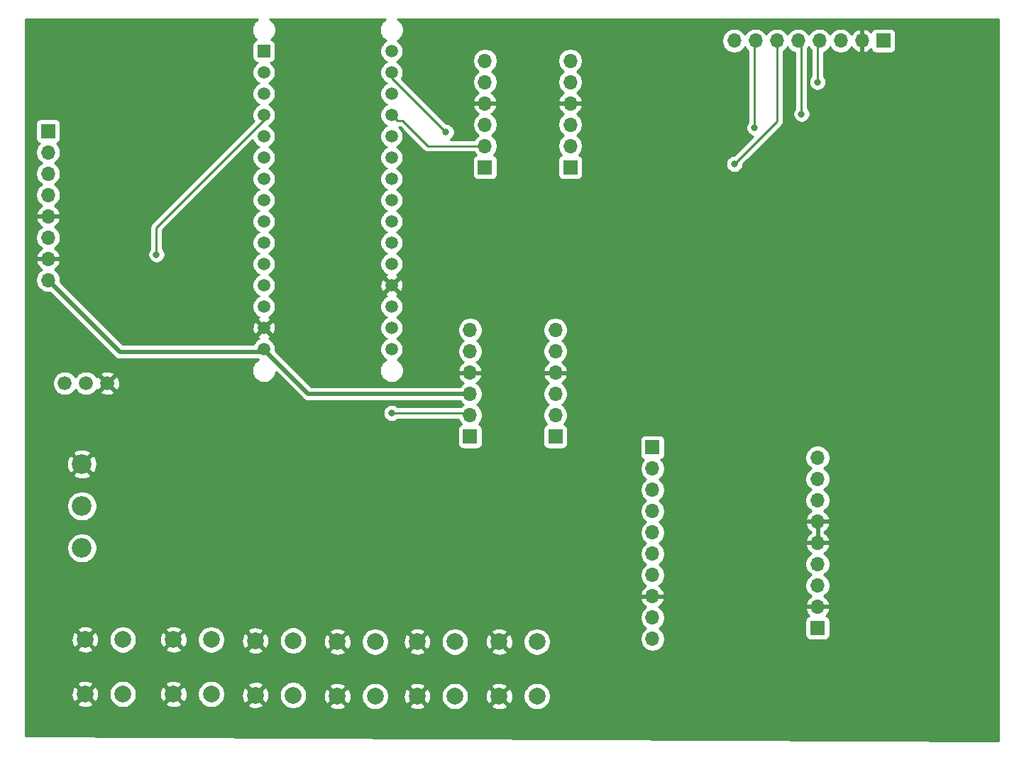
<source format=gbr>
%TF.GenerationSoftware,KiCad,Pcbnew,5.1.6-c6e7f7d~87~ubuntu20.04.1*%
%TF.CreationDate,2020-11-11T00:28:39-05:00*%
%TF.ProjectId,radio,72616469-6f2e-46b6-9963-61645f706362,rev?*%
%TF.SameCoordinates,Original*%
%TF.FileFunction,Copper,L2,Bot*%
%TF.FilePolarity,Positive*%
%FSLAX46Y46*%
G04 Gerber Fmt 4.6, Leading zero omitted, Abs format (unit mm)*
G04 Created by KiCad (PCBNEW 5.1.6-c6e7f7d~87~ubuntu20.04.1) date 2020-11-11 00:28:39*
%MOMM*%
%LPD*%
G01*
G04 APERTURE LIST*
%TA.AperFunction,ComponentPad*%
%ADD10O,1.700000X1.700000*%
%TD*%
%TA.AperFunction,ComponentPad*%
%ADD11R,1.700000X1.700000*%
%TD*%
%TA.AperFunction,ComponentPad*%
%ADD12R,1.508000X1.508000*%
%TD*%
%TA.AperFunction,ComponentPad*%
%ADD13C,1.508000*%
%TD*%
%TA.AperFunction,ComponentPad*%
%ADD14C,2.340000*%
%TD*%
%TA.AperFunction,ComponentPad*%
%ADD15C,1.676400*%
%TD*%
%TA.AperFunction,ComponentPad*%
%ADD16C,2.000000*%
%TD*%
%TA.AperFunction,ViaPad*%
%ADD17C,0.800000*%
%TD*%
%TA.AperFunction,Conductor*%
%ADD18C,0.500000*%
%TD*%
%TA.AperFunction,Conductor*%
%ADD19C,0.250000*%
%TD*%
%TA.AperFunction,Conductor*%
%ADD20C,0.254000*%
%TD*%
G04 APERTURE END LIST*
D10*
%TO.P,U5,7*%
%TO.N,/LCD_SCE*%
X106772000Y-56008000D03*
%TO.P,U5,10*%
%TO.N,+5V*%
X106772000Y-63628000D03*
%TO.P,U5,11*%
%TO.N,/LCD_DC*%
X106772000Y-66168000D03*
%TO.P,U5,8*%
%TO.N,/LCD_RST*%
X106772000Y-58548000D03*
D11*
%TO.P,U5,12*%
%TO.N,/LCD_DN*%
X106772000Y-68708000D03*
D10*
%TO.P,U5,9*%
%TO.N,GND*%
X106772000Y-61088000D03*
%TO.P,U5,6*%
%TO.N,Net-(U5-Pad6)*%
X116937000Y-56008000D03*
%TO.P,U5,5*%
%TO.N,Net-(U5-Pad5)*%
X116937000Y-58548000D03*
%TO.P,U5,4*%
%TO.N,GND*%
X116937000Y-61088000D03*
%TO.P,U5,3*%
%TO.N,+3V3*%
X116937000Y-63628000D03*
%TO.P,U5,2*%
%TO.N,Net-(U5-Pad2)*%
X116937000Y-66168000D03*
D11*
%TO.P,U5,1*%
%TO.N,Net-(U5-Pad1)*%
X116937000Y-68708000D03*
%TD*%
D12*
%TO.P,U1,1*%
%TO.N,Net-(U1-Pad1)*%
X80391000Y-54864000D03*
D13*
%TO.P,U1,2*%
%TO.N,+3V3*%
X80391000Y-57404000D03*
%TO.P,U1,3*%
%TO.N,Net-(U1-Pad3)*%
X80391000Y-59944000D03*
%TO.P,U1,4*%
%TO.N,/Vol*%
X80391000Y-62484000D03*
%TO.P,U1,5*%
%TO.N,/SW1*%
X80391000Y-65024000D03*
%TO.P,U1,6*%
%TO.N,/SW2*%
X80391000Y-67564000D03*
%TO.P,U1,7*%
%TO.N,/SW3*%
X80391000Y-70104000D03*
%TO.P,U1,8*%
%TO.N,/Si4_SDIO*%
X80391000Y-72644000D03*
%TO.P,U1,9*%
%TO.N,/Si4_SCLK*%
X80391000Y-75184000D03*
%TO.P,U1,10*%
%TO.N,/SW4*%
X80391000Y-77724000D03*
%TO.P,U1,11*%
%TO.N,/SW5*%
X80391000Y-80264000D03*
%TO.P,U1,12*%
%TO.N,+5V*%
X80391000Y-82804000D03*
%TO.P,U1,13*%
%TO.N,Net-(U1-Pad13)*%
X80391000Y-85344000D03*
%TO.P,U1,14*%
%TO.N,GND*%
X80391000Y-87884000D03*
%TO.P,U1,15*%
%TO.N,+5V*%
X80391000Y-90424000D03*
%TO.P,U1,16*%
%TO.N,Net-(U1-Pad16)*%
X95631000Y-90424000D03*
%TO.P,U1,17*%
%TO.N,Net-(U1-Pad17)*%
X95631000Y-87884000D03*
%TO.P,U1,18*%
%TO.N,Net-(U1-Pad18)*%
X95631000Y-85344000D03*
%TO.P,U1,19*%
%TO.N,GND*%
X95631000Y-82804000D03*
%TO.P,U1,20*%
%TO.N,/Si4_RST*%
X95631000Y-80264000D03*
%TO.P,U1,21*%
%TO.N,Net-(U1-Pad21)*%
X95631000Y-77724000D03*
%TO.P,U1,22*%
%TO.N,Net-(U1-Pad22)*%
X95631000Y-75184000D03*
%TO.P,U1,23*%
%TO.N,Net-(U1-Pad23)*%
X95631000Y-72644000D03*
%TO.P,U1,24*%
%TO.N,Net-(U1-Pad24)*%
X95631000Y-70104000D03*
%TO.P,U1,25*%
%TO.N,/LCD_SCLK*%
X95631000Y-67564000D03*
%TO.P,U1,26*%
%TO.N,/LCD_RST*%
X95631000Y-65024000D03*
%TO.P,U1,27*%
%TO.N,/LCD_DC*%
X95631000Y-62484000D03*
%TO.P,U1,28*%
%TO.N,/LCD_SCE*%
X95631000Y-59944000D03*
%TO.P,U1,29*%
%TO.N,/LCD_DN*%
X95631000Y-57404000D03*
%TO.P,U1,30*%
%TO.N,/SW0*%
X95631000Y-54864000D03*
%TD*%
D14*
%TO.P,RV1,1*%
%TO.N,GND*%
X58674000Y-104140000D03*
%TO.P,RV1,2*%
%TO.N,/Vol*%
X58674000Y-109140000D03*
%TO.P,RV1,3*%
%TO.N,+5V*%
X58674000Y-114140000D03*
%TD*%
D10*
%TO.P,U8,8*%
%TO.N,+3V3*%
X136510000Y-53624000D03*
%TO.P,U8,7*%
%TO.N,Net-(U4-Pad6)*%
X139050000Y-53624000D03*
%TO.P,U8,6*%
%TO.N,Net-(U5-Pad1)*%
X141590000Y-53624000D03*
%TO.P,U8,5*%
%TO.N,Net-(U5-Pad2)*%
X144130000Y-53624000D03*
%TO.P,U8,4*%
%TO.N,Net-(U5-Pad5)*%
X146670000Y-53624000D03*
%TO.P,U8,3*%
%TO.N,Net-(U5-Pad6)*%
X149210000Y-53624000D03*
%TO.P,U8,2*%
%TO.N,GND*%
X151750000Y-53624000D03*
D11*
%TO.P,U8,1*%
%TO.N,+3V3*%
X154290000Y-53624000D03*
%TD*%
D10*
%TO.P,U7,10*%
%TO.N,Net-(U6-Pad4)*%
X126749000Y-124998000D03*
%TO.P,U7,9*%
%TO.N,Net-(U6-Pad7)*%
X126749000Y-122458000D03*
%TO.P,U7,8*%
%TO.N,GND*%
X126749000Y-119918000D03*
%TO.P,U7,7*%
%TO.N,+3V3*%
X126749000Y-117378000D03*
%TO.P,U7,6*%
%TO.N,Net-(U4-Pad1)*%
X126749000Y-114838000D03*
%TO.P,U7,5*%
%TO.N,Net-(U4-Pad2)*%
X126749000Y-112298000D03*
%TO.P,U7,4*%
%TO.N,Net-(U7-Pad4)*%
X126749000Y-109758000D03*
%TO.P,U7,3*%
%TO.N,Net-(U4-Pad5)*%
X126749000Y-107218000D03*
%TO.P,U7,2*%
%TO.N,Net-(U7-Pad2)*%
X126749000Y-104678000D03*
D11*
%TO.P,U7,1*%
%TO.N,Net-(U7-Pad1)*%
X126749000Y-102138000D03*
%TD*%
D10*
%TO.P,U6,9*%
%TO.N,Net-(U6-Pad9)*%
X146445000Y-103361000D03*
%TO.P,U6,8*%
%TO.N,Net-(U6-Pad8)*%
X146445000Y-105901000D03*
%TO.P,U6,7*%
%TO.N,Net-(U6-Pad7)*%
X146445000Y-108441000D03*
%TO.P,U6,6*%
%TO.N,GND*%
X146445000Y-110981000D03*
%TO.P,U6,5*%
X146445000Y-113521000D03*
%TO.P,U6,4*%
%TO.N,Net-(U6-Pad4)*%
X146445000Y-116061000D03*
%TO.P,U6,3*%
%TO.N,Net-(U6-Pad3)*%
X146445000Y-118601000D03*
%TO.P,U6,2*%
%TO.N,GND*%
X146445000Y-121141000D03*
D11*
%TO.P,U6,1*%
%TO.N,+5V*%
X146445000Y-123681000D03*
%TD*%
D10*
%TO.P,U4,7*%
%TO.N,/LCD_SCLK*%
X104994000Y-88139000D03*
%TO.P,U4,10*%
%TO.N,+5V*%
X104994000Y-95759000D03*
%TO.P,U4,11*%
%TO.N,/Si4_SCLK*%
X104994000Y-98299000D03*
%TO.P,U4,8*%
%TO.N,/Si4_RST*%
X104994000Y-90679000D03*
D11*
%TO.P,U4,12*%
%TO.N,/Si4_SDIO*%
X104994000Y-100839000D03*
D10*
%TO.P,U4,9*%
%TO.N,GND*%
X104994000Y-93219000D03*
%TO.P,U4,6*%
%TO.N,Net-(U4-Pad6)*%
X115159000Y-88139000D03*
%TO.P,U4,5*%
%TO.N,Net-(U4-Pad5)*%
X115159000Y-90679000D03*
%TO.P,U4,4*%
%TO.N,GND*%
X115159000Y-93219000D03*
%TO.P,U4,3*%
%TO.N,+3V3*%
X115159000Y-95759000D03*
%TO.P,U4,2*%
%TO.N,Net-(U4-Pad2)*%
X115159000Y-98299000D03*
D11*
%TO.P,U4,1*%
%TO.N,Net-(U4-Pad1)*%
X115159000Y-100839000D03*
%TD*%
D10*
%TO.P,U2,8*%
%TO.N,+5V*%
X54640000Y-82183000D03*
%TO.P,U2,7*%
%TO.N,GND*%
X54640000Y-79643000D03*
%TO.P,U2,6*%
%TO.N,Net-(U2-Pad6)*%
X54640000Y-77103000D03*
%TO.P,U2,5*%
%TO.N,GND*%
X54640000Y-74563000D03*
%TO.P,U2,4*%
%TO.N,Net-(SW7-Pad2)*%
X54640000Y-72023000D03*
%TO.P,U2,3*%
%TO.N,Net-(U2-Pad3)*%
X54640000Y-69483000D03*
%TO.P,U2,2*%
%TO.N,Net-(U2-Pad2)*%
X54640000Y-66943000D03*
D11*
%TO.P,U2,1*%
%TO.N,Net-(U2-Pad1)*%
X54640000Y-64403000D03*
%TD*%
D15*
%TO.P,SW7,3*%
%TO.N,GND*%
X61722000Y-94488000D03*
%TO.P,SW7,1*%
%TO.N,Net-(SW7-Pad1)*%
X56642000Y-94488000D03*
%TO.P,SW7,2*%
%TO.N,Net-(SW7-Pad2)*%
X59182000Y-94488000D03*
%TD*%
D16*
%TO.P,SW6,1*%
%TO.N,GND*%
X108458000Y-125326000D03*
%TO.P,SW6,2*%
%TO.N,/SW5*%
X112958000Y-125326000D03*
%TO.P,SW6,1*%
%TO.N,GND*%
X108458000Y-131826000D03*
%TO.P,SW6,2*%
%TO.N,/SW5*%
X112958000Y-131826000D03*
%TD*%
%TO.P,SW5,1*%
%TO.N,GND*%
X98679000Y-125326000D03*
%TO.P,SW5,2*%
%TO.N,/SW4*%
X103179000Y-125326000D03*
%TO.P,SW5,1*%
%TO.N,GND*%
X98679000Y-131826000D03*
%TO.P,SW5,2*%
%TO.N,/SW4*%
X103179000Y-131826000D03*
%TD*%
%TO.P,SW4,1*%
%TO.N,GND*%
X89154000Y-125326000D03*
%TO.P,SW4,2*%
%TO.N,/SW3*%
X93654000Y-125326000D03*
%TO.P,SW4,1*%
%TO.N,GND*%
X89154000Y-131826000D03*
%TO.P,SW4,2*%
%TO.N,/SW3*%
X93654000Y-131826000D03*
%TD*%
%TO.P,SW3,1*%
%TO.N,GND*%
X79375000Y-125199000D03*
%TO.P,SW3,2*%
%TO.N,/SW2*%
X83875000Y-125199000D03*
%TO.P,SW3,1*%
%TO.N,GND*%
X79375000Y-131699000D03*
%TO.P,SW3,2*%
%TO.N,/SW2*%
X83875000Y-131699000D03*
%TD*%
%TO.P,SW2,1*%
%TO.N,GND*%
X69596000Y-125072000D03*
%TO.P,SW2,2*%
%TO.N,/SW1*%
X74096000Y-125072000D03*
%TO.P,SW2,1*%
%TO.N,GND*%
X69596000Y-131572000D03*
%TO.P,SW2,2*%
%TO.N,/SW1*%
X74096000Y-131572000D03*
%TD*%
%TO.P,SW1,1*%
%TO.N,GND*%
X59055000Y-125072000D03*
%TO.P,SW1,2*%
%TO.N,/SW0*%
X63555000Y-125072000D03*
%TO.P,SW1,1*%
%TO.N,GND*%
X59055000Y-131572000D03*
%TO.P,SW1,2*%
%TO.N,/SW0*%
X63555000Y-131572000D03*
%TD*%
D17*
%TO.N,/Vol*%
X67564000Y-79121000D03*
%TO.N,/LCD_DN*%
X102108000Y-64516000D03*
%TO.N,/Si4_SCLK*%
X95631000Y-98044000D03*
%TO.N,Net-(U4-Pad6)*%
X138938000Y-64008000D03*
%TO.N,Net-(U5-Pad5)*%
X146431000Y-58547000D03*
%TO.N,Net-(U5-Pad2)*%
X144526000Y-62357000D03*
%TO.N,Net-(U5-Pad1)*%
X136525000Y-68326000D03*
%TD*%
D18*
%TO.N,+5V*%
X63204000Y-90747000D02*
X54640000Y-82183000D01*
X69538000Y-90747000D02*
X63204000Y-90747000D01*
X80672000Y-90747000D02*
X69538000Y-90747000D01*
X80672000Y-90747000D02*
X85684000Y-95759000D01*
X55584000Y-83127000D02*
X54640000Y-82183000D01*
X86361000Y-95759000D02*
X85978000Y-95759000D01*
X85978000Y-95759000D02*
X104359000Y-95759000D01*
X85684000Y-95759000D02*
X85978000Y-95759000D01*
D19*
%TO.N,/Vol*%
X67564000Y-75915000D02*
X67564000Y-79121000D01*
X80672000Y-62807000D02*
X67564000Y-75915000D01*
%TO.N,/LCD_DN*%
X102108000Y-64516000D02*
X95679000Y-58087000D01*
%TO.N,/LCD_DC*%
X99950000Y-66168000D02*
X106137000Y-66168000D01*
X96949000Y-63167000D02*
X99950000Y-66168000D01*
X96314000Y-63167000D02*
X95631000Y-62484000D01*
X96949000Y-63167000D02*
X96314000Y-63167000D01*
%TO.N,/Si4_SCLK*%
X104104000Y-98044000D02*
X104359000Y-98299000D01*
X95631000Y-98044000D02*
X104104000Y-98044000D01*
%TO.N,Net-(U4-Pad6)*%
X138938000Y-53736000D02*
X139050000Y-53624000D01*
X138938000Y-64008000D02*
X138938000Y-53736000D01*
%TO.N,Net-(U5-Pad5)*%
X146431000Y-53863000D02*
X146670000Y-53624000D01*
X146431000Y-58547000D02*
X146431000Y-53863000D01*
%TO.N,Net-(U5-Pad2)*%
X144526000Y-54020000D02*
X144130000Y-53624000D01*
X144526000Y-62357000D02*
X144526000Y-54020000D01*
%TO.N,Net-(U5-Pad1)*%
X141605000Y-53639000D02*
X141590000Y-53624000D01*
X141605000Y-63246000D02*
X141605000Y-53639000D01*
X136525000Y-68326000D02*
X141605000Y-63246000D01*
%TD*%
D20*
%TO.N,GND*%
G36*
X79459985Y-51189555D02*
G01*
X79256555Y-51392985D01*
X79096721Y-51632194D01*
X78986626Y-51897988D01*
X78930500Y-52180153D01*
X78930500Y-52467847D01*
X78986626Y-52750012D01*
X79096721Y-53015806D01*
X79256555Y-53255015D01*
X79459985Y-53458445D01*
X79502885Y-53487110D01*
X79392820Y-53520498D01*
X79282506Y-53579463D01*
X79185815Y-53658815D01*
X79106463Y-53755506D01*
X79047498Y-53865820D01*
X79011188Y-53985518D01*
X78998928Y-54110000D01*
X78998928Y-55618000D01*
X79011188Y-55742482D01*
X79047498Y-55862180D01*
X79106463Y-55972494D01*
X79185815Y-56069185D01*
X79282506Y-56148537D01*
X79392820Y-56207502D01*
X79512518Y-56243812D01*
X79612476Y-56253657D01*
X79505564Y-56325093D01*
X79312093Y-56518564D01*
X79160084Y-56746062D01*
X79055378Y-56998844D01*
X79002000Y-57267195D01*
X79002000Y-57540805D01*
X79055378Y-57809156D01*
X79160084Y-58061938D01*
X79312093Y-58289436D01*
X79505564Y-58482907D01*
X79733062Y-58634916D01*
X79827419Y-58674000D01*
X79733062Y-58713084D01*
X79505564Y-58865093D01*
X79312093Y-59058564D01*
X79160084Y-59286062D01*
X79055378Y-59538844D01*
X79002000Y-59807195D01*
X79002000Y-60080805D01*
X79055378Y-60349156D01*
X79160084Y-60601938D01*
X79312093Y-60829436D01*
X79505564Y-61022907D01*
X79733062Y-61174916D01*
X79827419Y-61214000D01*
X79733062Y-61253084D01*
X79505564Y-61405093D01*
X79312093Y-61598564D01*
X79160084Y-61826062D01*
X79055378Y-62078844D01*
X79002000Y-62347195D01*
X79002000Y-62620805D01*
X79055378Y-62889156D01*
X79160084Y-63141938D01*
X79201010Y-63203188D01*
X67053003Y-75351196D01*
X67023999Y-75374999D01*
X66968871Y-75442174D01*
X66929026Y-75490724D01*
X66890250Y-75563269D01*
X66858454Y-75622754D01*
X66814997Y-75766015D01*
X66804000Y-75877668D01*
X66804000Y-75877678D01*
X66800324Y-75915000D01*
X66804000Y-75952323D01*
X66804001Y-78417288D01*
X66760063Y-78461226D01*
X66646795Y-78630744D01*
X66568774Y-78819102D01*
X66529000Y-79019061D01*
X66529000Y-79222939D01*
X66568774Y-79422898D01*
X66646795Y-79611256D01*
X66760063Y-79780774D01*
X66904226Y-79924937D01*
X67073744Y-80038205D01*
X67262102Y-80116226D01*
X67462061Y-80156000D01*
X67665939Y-80156000D01*
X67865898Y-80116226D01*
X68054256Y-80038205D01*
X68223774Y-79924937D01*
X68367937Y-79780774D01*
X68481205Y-79611256D01*
X68559226Y-79422898D01*
X68599000Y-79222939D01*
X68599000Y-79019061D01*
X68559226Y-78819102D01*
X68481205Y-78630744D01*
X68367937Y-78461226D01*
X68324000Y-78417289D01*
X68324000Y-76229801D01*
X79075666Y-65478136D01*
X79160084Y-65681938D01*
X79312093Y-65909436D01*
X79505564Y-66102907D01*
X79733062Y-66254916D01*
X79827419Y-66294000D01*
X79733062Y-66333084D01*
X79505564Y-66485093D01*
X79312093Y-66678564D01*
X79160084Y-66906062D01*
X79055378Y-67158844D01*
X79002000Y-67427195D01*
X79002000Y-67700805D01*
X79055378Y-67969156D01*
X79160084Y-68221938D01*
X79312093Y-68449436D01*
X79505564Y-68642907D01*
X79733062Y-68794916D01*
X79827419Y-68834000D01*
X79733062Y-68873084D01*
X79505564Y-69025093D01*
X79312093Y-69218564D01*
X79160084Y-69446062D01*
X79055378Y-69698844D01*
X79002000Y-69967195D01*
X79002000Y-70240805D01*
X79055378Y-70509156D01*
X79160084Y-70761938D01*
X79312093Y-70989436D01*
X79505564Y-71182907D01*
X79733062Y-71334916D01*
X79827419Y-71374000D01*
X79733062Y-71413084D01*
X79505564Y-71565093D01*
X79312093Y-71758564D01*
X79160084Y-71986062D01*
X79055378Y-72238844D01*
X79002000Y-72507195D01*
X79002000Y-72780805D01*
X79055378Y-73049156D01*
X79160084Y-73301938D01*
X79312093Y-73529436D01*
X79505564Y-73722907D01*
X79733062Y-73874916D01*
X79827419Y-73914000D01*
X79733062Y-73953084D01*
X79505564Y-74105093D01*
X79312093Y-74298564D01*
X79160084Y-74526062D01*
X79055378Y-74778844D01*
X79002000Y-75047195D01*
X79002000Y-75320805D01*
X79055378Y-75589156D01*
X79160084Y-75841938D01*
X79312093Y-76069436D01*
X79505564Y-76262907D01*
X79733062Y-76414916D01*
X79827419Y-76454000D01*
X79733062Y-76493084D01*
X79505564Y-76645093D01*
X79312093Y-76838564D01*
X79160084Y-77066062D01*
X79055378Y-77318844D01*
X79002000Y-77587195D01*
X79002000Y-77860805D01*
X79055378Y-78129156D01*
X79160084Y-78381938D01*
X79312093Y-78609436D01*
X79505564Y-78802907D01*
X79733062Y-78954916D01*
X79827419Y-78994000D01*
X79733062Y-79033084D01*
X79505564Y-79185093D01*
X79312093Y-79378564D01*
X79160084Y-79606062D01*
X79055378Y-79858844D01*
X79002000Y-80127195D01*
X79002000Y-80400805D01*
X79055378Y-80669156D01*
X79160084Y-80921938D01*
X79312093Y-81149436D01*
X79505564Y-81342907D01*
X79733062Y-81494916D01*
X79827419Y-81534000D01*
X79733062Y-81573084D01*
X79505564Y-81725093D01*
X79312093Y-81918564D01*
X79160084Y-82146062D01*
X79055378Y-82398844D01*
X79002000Y-82667195D01*
X79002000Y-82940805D01*
X79055378Y-83209156D01*
X79160084Y-83461938D01*
X79312093Y-83689436D01*
X79505564Y-83882907D01*
X79733062Y-84034916D01*
X79827419Y-84074000D01*
X79733062Y-84113084D01*
X79505564Y-84265093D01*
X79312093Y-84458564D01*
X79160084Y-84686062D01*
X79055378Y-84938844D01*
X79002000Y-85207195D01*
X79002000Y-85480805D01*
X79055378Y-85749156D01*
X79160084Y-86001938D01*
X79312093Y-86229436D01*
X79505564Y-86422907D01*
X79733062Y-86574916D01*
X79823174Y-86612242D01*
X79790771Y-86623937D01*
X79676765Y-86684873D01*
X79610754Y-86924149D01*
X80391000Y-87704395D01*
X81171246Y-86924149D01*
X81105235Y-86684873D01*
X80954437Y-86614060D01*
X81048938Y-86574916D01*
X81276436Y-86422907D01*
X81469907Y-86229436D01*
X81621916Y-86001938D01*
X81726622Y-85749156D01*
X81780000Y-85480805D01*
X81780000Y-85207195D01*
X81726622Y-84938844D01*
X81621916Y-84686062D01*
X81469907Y-84458564D01*
X81276436Y-84265093D01*
X81048938Y-84113084D01*
X80954581Y-84074000D01*
X81048938Y-84034916D01*
X81276436Y-83882907D01*
X81469907Y-83689436D01*
X81621916Y-83461938D01*
X81726622Y-83209156D01*
X81780000Y-82940805D01*
X81780000Y-82876334D01*
X94237155Y-82876334D01*
X94278049Y-83146870D01*
X94370937Y-83404229D01*
X94431873Y-83518235D01*
X94671149Y-83584246D01*
X95451395Y-82804000D01*
X95810605Y-82804000D01*
X96590851Y-83584246D01*
X96830127Y-83518235D01*
X96946426Y-83270574D01*
X97012174Y-83004982D01*
X97024845Y-82731666D01*
X96983951Y-82461130D01*
X96891063Y-82203771D01*
X96830127Y-82089765D01*
X96590851Y-82023754D01*
X95810605Y-82804000D01*
X95451395Y-82804000D01*
X94671149Y-82023754D01*
X94431873Y-82089765D01*
X94315574Y-82337426D01*
X94249826Y-82603018D01*
X94237155Y-82876334D01*
X81780000Y-82876334D01*
X81780000Y-82667195D01*
X81726622Y-82398844D01*
X81621916Y-82146062D01*
X81469907Y-81918564D01*
X81276436Y-81725093D01*
X81048938Y-81573084D01*
X80954581Y-81534000D01*
X81048938Y-81494916D01*
X81276436Y-81342907D01*
X81469907Y-81149436D01*
X81621916Y-80921938D01*
X81726622Y-80669156D01*
X81780000Y-80400805D01*
X81780000Y-80127195D01*
X81726622Y-79858844D01*
X81621916Y-79606062D01*
X81469907Y-79378564D01*
X81276436Y-79185093D01*
X81048938Y-79033084D01*
X80954581Y-78994000D01*
X81048938Y-78954916D01*
X81276436Y-78802907D01*
X81469907Y-78609436D01*
X81621916Y-78381938D01*
X81726622Y-78129156D01*
X81780000Y-77860805D01*
X81780000Y-77587195D01*
X81726622Y-77318844D01*
X81621916Y-77066062D01*
X81469907Y-76838564D01*
X81276436Y-76645093D01*
X81048938Y-76493084D01*
X80954581Y-76454000D01*
X81048938Y-76414916D01*
X81276436Y-76262907D01*
X81469907Y-76069436D01*
X81621916Y-75841938D01*
X81726622Y-75589156D01*
X81780000Y-75320805D01*
X81780000Y-75047195D01*
X81726622Y-74778844D01*
X81621916Y-74526062D01*
X81469907Y-74298564D01*
X81276436Y-74105093D01*
X81048938Y-73953084D01*
X80954581Y-73914000D01*
X81048938Y-73874916D01*
X81276436Y-73722907D01*
X81469907Y-73529436D01*
X81621916Y-73301938D01*
X81726622Y-73049156D01*
X81780000Y-72780805D01*
X81780000Y-72507195D01*
X81726622Y-72238844D01*
X81621916Y-71986062D01*
X81469907Y-71758564D01*
X81276436Y-71565093D01*
X81048938Y-71413084D01*
X80954581Y-71374000D01*
X81048938Y-71334916D01*
X81276436Y-71182907D01*
X81469907Y-70989436D01*
X81621916Y-70761938D01*
X81726622Y-70509156D01*
X81780000Y-70240805D01*
X81780000Y-69967195D01*
X81726622Y-69698844D01*
X81621916Y-69446062D01*
X81469907Y-69218564D01*
X81276436Y-69025093D01*
X81048938Y-68873084D01*
X80954581Y-68834000D01*
X81048938Y-68794916D01*
X81276436Y-68642907D01*
X81469907Y-68449436D01*
X81621916Y-68221938D01*
X81726622Y-67969156D01*
X81780000Y-67700805D01*
X81780000Y-67427195D01*
X81726622Y-67158844D01*
X81621916Y-66906062D01*
X81469907Y-66678564D01*
X81276436Y-66485093D01*
X81048938Y-66333084D01*
X80954581Y-66294000D01*
X81048938Y-66254916D01*
X81276436Y-66102907D01*
X81469907Y-65909436D01*
X81621916Y-65681938D01*
X81726622Y-65429156D01*
X81780000Y-65160805D01*
X81780000Y-64887195D01*
X81726622Y-64618844D01*
X81621916Y-64366062D01*
X81469907Y-64138564D01*
X81276436Y-63945093D01*
X81048938Y-63793084D01*
X80954581Y-63754000D01*
X81048938Y-63714916D01*
X81276436Y-63562907D01*
X81469907Y-63369436D01*
X81621916Y-63141938D01*
X81726622Y-62889156D01*
X81780000Y-62620805D01*
X81780000Y-62347195D01*
X81726622Y-62078844D01*
X81621916Y-61826062D01*
X81469907Y-61598564D01*
X81276436Y-61405093D01*
X81048938Y-61253084D01*
X80954581Y-61214000D01*
X81048938Y-61174916D01*
X81276436Y-61022907D01*
X81469907Y-60829436D01*
X81621916Y-60601938D01*
X81726622Y-60349156D01*
X81780000Y-60080805D01*
X81780000Y-59807195D01*
X81726622Y-59538844D01*
X81621916Y-59286062D01*
X81469907Y-59058564D01*
X81276436Y-58865093D01*
X81048938Y-58713084D01*
X80954581Y-58674000D01*
X81048938Y-58634916D01*
X81276436Y-58482907D01*
X81469907Y-58289436D01*
X81621916Y-58061938D01*
X81726622Y-57809156D01*
X81780000Y-57540805D01*
X81780000Y-57267195D01*
X81726622Y-56998844D01*
X81621916Y-56746062D01*
X81469907Y-56518564D01*
X81276436Y-56325093D01*
X81169524Y-56253657D01*
X81269482Y-56243812D01*
X81389180Y-56207502D01*
X81499494Y-56148537D01*
X81596185Y-56069185D01*
X81675537Y-55972494D01*
X81734502Y-55862180D01*
X81770812Y-55742482D01*
X81783072Y-55618000D01*
X81783072Y-54110000D01*
X81770812Y-53985518D01*
X81734502Y-53865820D01*
X81675537Y-53755506D01*
X81596185Y-53658815D01*
X81499494Y-53579463D01*
X81389180Y-53520498D01*
X81279115Y-53487110D01*
X81322015Y-53458445D01*
X81525445Y-53255015D01*
X81685279Y-53015806D01*
X81795374Y-52750012D01*
X81851500Y-52467847D01*
X81851500Y-52180153D01*
X81795374Y-51897988D01*
X81685279Y-51632194D01*
X81525445Y-51392985D01*
X81322015Y-51189555D01*
X81119142Y-51054000D01*
X94902858Y-51054000D01*
X94699985Y-51189555D01*
X94496555Y-51392985D01*
X94336721Y-51632194D01*
X94226626Y-51897988D01*
X94170500Y-52180153D01*
X94170500Y-52467847D01*
X94226626Y-52750012D01*
X94336721Y-53015806D01*
X94496555Y-53255015D01*
X94699985Y-53458445D01*
X94939194Y-53618279D01*
X94973999Y-53632696D01*
X94973062Y-53633084D01*
X94745564Y-53785093D01*
X94552093Y-53978564D01*
X94400084Y-54206062D01*
X94295378Y-54458844D01*
X94242000Y-54727195D01*
X94242000Y-55000805D01*
X94295378Y-55269156D01*
X94400084Y-55521938D01*
X94552093Y-55749436D01*
X94745564Y-55942907D01*
X94973062Y-56094916D01*
X95067419Y-56134000D01*
X94973062Y-56173084D01*
X94745564Y-56325093D01*
X94552093Y-56518564D01*
X94400084Y-56746062D01*
X94295378Y-56998844D01*
X94242000Y-57267195D01*
X94242000Y-57540805D01*
X94295378Y-57809156D01*
X94400084Y-58061938D01*
X94552093Y-58289436D01*
X94745564Y-58482907D01*
X94973062Y-58634916D01*
X95067419Y-58674000D01*
X94973062Y-58713084D01*
X94745564Y-58865093D01*
X94552093Y-59058564D01*
X94400084Y-59286062D01*
X94295378Y-59538844D01*
X94242000Y-59807195D01*
X94242000Y-60080805D01*
X94295378Y-60349156D01*
X94400084Y-60601938D01*
X94552093Y-60829436D01*
X94745564Y-61022907D01*
X94973062Y-61174916D01*
X95067419Y-61214000D01*
X94973062Y-61253084D01*
X94745564Y-61405093D01*
X94552093Y-61598564D01*
X94400084Y-61826062D01*
X94295378Y-62078844D01*
X94242000Y-62347195D01*
X94242000Y-62620805D01*
X94295378Y-62889156D01*
X94400084Y-63141938D01*
X94552093Y-63369436D01*
X94745564Y-63562907D01*
X94973062Y-63714916D01*
X95067419Y-63754000D01*
X94973062Y-63793084D01*
X94745564Y-63945093D01*
X94552093Y-64138564D01*
X94400084Y-64366062D01*
X94295378Y-64618844D01*
X94242000Y-64887195D01*
X94242000Y-65160805D01*
X94295378Y-65429156D01*
X94400084Y-65681938D01*
X94552093Y-65909436D01*
X94745564Y-66102907D01*
X94973062Y-66254916D01*
X95067419Y-66294000D01*
X94973062Y-66333084D01*
X94745564Y-66485093D01*
X94552093Y-66678564D01*
X94400084Y-66906062D01*
X94295378Y-67158844D01*
X94242000Y-67427195D01*
X94242000Y-67700805D01*
X94295378Y-67969156D01*
X94400084Y-68221938D01*
X94552093Y-68449436D01*
X94745564Y-68642907D01*
X94973062Y-68794916D01*
X95067419Y-68834000D01*
X94973062Y-68873084D01*
X94745564Y-69025093D01*
X94552093Y-69218564D01*
X94400084Y-69446062D01*
X94295378Y-69698844D01*
X94242000Y-69967195D01*
X94242000Y-70240805D01*
X94295378Y-70509156D01*
X94400084Y-70761938D01*
X94552093Y-70989436D01*
X94745564Y-71182907D01*
X94973062Y-71334916D01*
X95067419Y-71374000D01*
X94973062Y-71413084D01*
X94745564Y-71565093D01*
X94552093Y-71758564D01*
X94400084Y-71986062D01*
X94295378Y-72238844D01*
X94242000Y-72507195D01*
X94242000Y-72780805D01*
X94295378Y-73049156D01*
X94400084Y-73301938D01*
X94552093Y-73529436D01*
X94745564Y-73722907D01*
X94973062Y-73874916D01*
X95067419Y-73914000D01*
X94973062Y-73953084D01*
X94745564Y-74105093D01*
X94552093Y-74298564D01*
X94400084Y-74526062D01*
X94295378Y-74778844D01*
X94242000Y-75047195D01*
X94242000Y-75320805D01*
X94295378Y-75589156D01*
X94400084Y-75841938D01*
X94552093Y-76069436D01*
X94745564Y-76262907D01*
X94973062Y-76414916D01*
X95067419Y-76454000D01*
X94973062Y-76493084D01*
X94745564Y-76645093D01*
X94552093Y-76838564D01*
X94400084Y-77066062D01*
X94295378Y-77318844D01*
X94242000Y-77587195D01*
X94242000Y-77860805D01*
X94295378Y-78129156D01*
X94400084Y-78381938D01*
X94552093Y-78609436D01*
X94745564Y-78802907D01*
X94973062Y-78954916D01*
X95067419Y-78994000D01*
X94973062Y-79033084D01*
X94745564Y-79185093D01*
X94552093Y-79378564D01*
X94400084Y-79606062D01*
X94295378Y-79858844D01*
X94242000Y-80127195D01*
X94242000Y-80400805D01*
X94295378Y-80669156D01*
X94400084Y-80921938D01*
X94552093Y-81149436D01*
X94745564Y-81342907D01*
X94973062Y-81494916D01*
X95063174Y-81532242D01*
X95030771Y-81543937D01*
X94916765Y-81604873D01*
X94850754Y-81844149D01*
X95631000Y-82624395D01*
X96411246Y-81844149D01*
X96345235Y-81604873D01*
X96194437Y-81534060D01*
X96288938Y-81494916D01*
X96516436Y-81342907D01*
X96709907Y-81149436D01*
X96861916Y-80921938D01*
X96966622Y-80669156D01*
X97020000Y-80400805D01*
X97020000Y-80127195D01*
X96966622Y-79858844D01*
X96861916Y-79606062D01*
X96709907Y-79378564D01*
X96516436Y-79185093D01*
X96288938Y-79033084D01*
X96194581Y-78994000D01*
X96288938Y-78954916D01*
X96516436Y-78802907D01*
X96709907Y-78609436D01*
X96861916Y-78381938D01*
X96966622Y-78129156D01*
X97020000Y-77860805D01*
X97020000Y-77587195D01*
X96966622Y-77318844D01*
X96861916Y-77066062D01*
X96709907Y-76838564D01*
X96516436Y-76645093D01*
X96288938Y-76493084D01*
X96194581Y-76454000D01*
X96288938Y-76414916D01*
X96516436Y-76262907D01*
X96709907Y-76069436D01*
X96861916Y-75841938D01*
X96966622Y-75589156D01*
X97020000Y-75320805D01*
X97020000Y-75047195D01*
X96966622Y-74778844D01*
X96861916Y-74526062D01*
X96709907Y-74298564D01*
X96516436Y-74105093D01*
X96288938Y-73953084D01*
X96194581Y-73914000D01*
X96288938Y-73874916D01*
X96516436Y-73722907D01*
X96709907Y-73529436D01*
X96861916Y-73301938D01*
X96966622Y-73049156D01*
X97020000Y-72780805D01*
X97020000Y-72507195D01*
X96966622Y-72238844D01*
X96861916Y-71986062D01*
X96709907Y-71758564D01*
X96516436Y-71565093D01*
X96288938Y-71413084D01*
X96194581Y-71374000D01*
X96288938Y-71334916D01*
X96516436Y-71182907D01*
X96709907Y-70989436D01*
X96861916Y-70761938D01*
X96966622Y-70509156D01*
X97020000Y-70240805D01*
X97020000Y-69967195D01*
X96966622Y-69698844D01*
X96861916Y-69446062D01*
X96709907Y-69218564D01*
X96516436Y-69025093D01*
X96288938Y-68873084D01*
X96194581Y-68834000D01*
X96288938Y-68794916D01*
X96516436Y-68642907D01*
X96709907Y-68449436D01*
X96861916Y-68221938D01*
X96966622Y-67969156D01*
X97020000Y-67700805D01*
X97020000Y-67427195D01*
X96966622Y-67158844D01*
X96861916Y-66906062D01*
X96709907Y-66678564D01*
X96516436Y-66485093D01*
X96288938Y-66333084D01*
X96194581Y-66294000D01*
X96288938Y-66254916D01*
X96516436Y-66102907D01*
X96709907Y-65909436D01*
X96861916Y-65681938D01*
X96966622Y-65429156D01*
X97020000Y-65160805D01*
X97020000Y-64887195D01*
X96966622Y-64618844D01*
X96861916Y-64366062D01*
X96709907Y-64138564D01*
X96516436Y-63945093D01*
X96489358Y-63927000D01*
X96634199Y-63927000D01*
X99386201Y-66679003D01*
X99409999Y-66708001D01*
X99438997Y-66731799D01*
X99525723Y-66802974D01*
X99653759Y-66871411D01*
X99657753Y-66873546D01*
X99801014Y-66917003D01*
X99912667Y-66928000D01*
X99912677Y-66928000D01*
X99950000Y-66931676D01*
X99987323Y-66928000D01*
X105493822Y-66928000D01*
X105618525Y-67114632D01*
X105750380Y-67246487D01*
X105677820Y-67268498D01*
X105567506Y-67327463D01*
X105470815Y-67406815D01*
X105391463Y-67503506D01*
X105332498Y-67613820D01*
X105296188Y-67733518D01*
X105283928Y-67858000D01*
X105283928Y-69558000D01*
X105296188Y-69682482D01*
X105332498Y-69802180D01*
X105391463Y-69912494D01*
X105470815Y-70009185D01*
X105567506Y-70088537D01*
X105677820Y-70147502D01*
X105797518Y-70183812D01*
X105922000Y-70196072D01*
X107622000Y-70196072D01*
X107746482Y-70183812D01*
X107866180Y-70147502D01*
X107976494Y-70088537D01*
X108073185Y-70009185D01*
X108152537Y-69912494D01*
X108211502Y-69802180D01*
X108247812Y-69682482D01*
X108260072Y-69558000D01*
X108260072Y-67858000D01*
X115448928Y-67858000D01*
X115448928Y-69558000D01*
X115461188Y-69682482D01*
X115497498Y-69802180D01*
X115556463Y-69912494D01*
X115635815Y-70009185D01*
X115732506Y-70088537D01*
X115842820Y-70147502D01*
X115962518Y-70183812D01*
X116087000Y-70196072D01*
X117787000Y-70196072D01*
X117911482Y-70183812D01*
X118031180Y-70147502D01*
X118141494Y-70088537D01*
X118238185Y-70009185D01*
X118317537Y-69912494D01*
X118376502Y-69802180D01*
X118412812Y-69682482D01*
X118425072Y-69558000D01*
X118425072Y-67858000D01*
X118412812Y-67733518D01*
X118376502Y-67613820D01*
X118317537Y-67503506D01*
X118238185Y-67406815D01*
X118141494Y-67327463D01*
X118031180Y-67268498D01*
X117958620Y-67246487D01*
X118090475Y-67114632D01*
X118252990Y-66871411D01*
X118364932Y-66601158D01*
X118422000Y-66314260D01*
X118422000Y-66021740D01*
X118364932Y-65734842D01*
X118252990Y-65464589D01*
X118090475Y-65221368D01*
X117883632Y-65014525D01*
X117709240Y-64898000D01*
X117883632Y-64781475D01*
X118090475Y-64574632D01*
X118252990Y-64331411D01*
X118364932Y-64061158D01*
X118422000Y-63774260D01*
X118422000Y-63481740D01*
X118364932Y-63194842D01*
X118252990Y-62924589D01*
X118090475Y-62681368D01*
X117883632Y-62474525D01*
X117701466Y-62352805D01*
X117818355Y-62283178D01*
X118034588Y-62088269D01*
X118208641Y-61854920D01*
X118333825Y-61592099D01*
X118378476Y-61444890D01*
X118257155Y-61215000D01*
X117064000Y-61215000D01*
X117064000Y-61235000D01*
X116810000Y-61235000D01*
X116810000Y-61215000D01*
X115616845Y-61215000D01*
X115495524Y-61444890D01*
X115540175Y-61592099D01*
X115665359Y-61854920D01*
X115839412Y-62088269D01*
X116055645Y-62283178D01*
X116172534Y-62352805D01*
X115990368Y-62474525D01*
X115783525Y-62681368D01*
X115621010Y-62924589D01*
X115509068Y-63194842D01*
X115452000Y-63481740D01*
X115452000Y-63774260D01*
X115509068Y-64061158D01*
X115621010Y-64331411D01*
X115783525Y-64574632D01*
X115990368Y-64781475D01*
X116164760Y-64898000D01*
X115990368Y-65014525D01*
X115783525Y-65221368D01*
X115621010Y-65464589D01*
X115509068Y-65734842D01*
X115452000Y-66021740D01*
X115452000Y-66314260D01*
X115509068Y-66601158D01*
X115621010Y-66871411D01*
X115783525Y-67114632D01*
X115915380Y-67246487D01*
X115842820Y-67268498D01*
X115732506Y-67327463D01*
X115635815Y-67406815D01*
X115556463Y-67503506D01*
X115497498Y-67613820D01*
X115461188Y-67733518D01*
X115448928Y-67858000D01*
X108260072Y-67858000D01*
X108247812Y-67733518D01*
X108211502Y-67613820D01*
X108152537Y-67503506D01*
X108073185Y-67406815D01*
X107976494Y-67327463D01*
X107866180Y-67268498D01*
X107793620Y-67246487D01*
X107925475Y-67114632D01*
X108087990Y-66871411D01*
X108199932Y-66601158D01*
X108257000Y-66314260D01*
X108257000Y-66021740D01*
X108199932Y-65734842D01*
X108087990Y-65464589D01*
X107925475Y-65221368D01*
X107718632Y-65014525D01*
X107544240Y-64898000D01*
X107718632Y-64781475D01*
X107925475Y-64574632D01*
X108087990Y-64331411D01*
X108199932Y-64061158D01*
X108257000Y-63774260D01*
X108257000Y-63481740D01*
X108199932Y-63194842D01*
X108087990Y-62924589D01*
X107925475Y-62681368D01*
X107718632Y-62474525D01*
X107536466Y-62352805D01*
X107653355Y-62283178D01*
X107869588Y-62088269D01*
X108043641Y-61854920D01*
X108168825Y-61592099D01*
X108213476Y-61444890D01*
X108092155Y-61215000D01*
X106899000Y-61215000D01*
X106899000Y-61235000D01*
X106645000Y-61235000D01*
X106645000Y-61215000D01*
X105451845Y-61215000D01*
X105330524Y-61444890D01*
X105375175Y-61592099D01*
X105500359Y-61854920D01*
X105674412Y-62088269D01*
X105890645Y-62283178D01*
X106007534Y-62352805D01*
X105825368Y-62474525D01*
X105618525Y-62681368D01*
X105456010Y-62924589D01*
X105344068Y-63194842D01*
X105287000Y-63481740D01*
X105287000Y-63774260D01*
X105344068Y-64061158D01*
X105456010Y-64331411D01*
X105618525Y-64574632D01*
X105825368Y-64781475D01*
X105999760Y-64898000D01*
X105825368Y-65014525D01*
X105618525Y-65221368D01*
X105493822Y-65408000D01*
X102635978Y-65408000D01*
X102767774Y-65319937D01*
X102911937Y-65175774D01*
X103025205Y-65006256D01*
X103103226Y-64817898D01*
X103143000Y-64617939D01*
X103143000Y-64414061D01*
X103103226Y-64214102D01*
X103025205Y-64025744D01*
X102911937Y-63856226D01*
X102767774Y-63712063D01*
X102598256Y-63598795D01*
X102409898Y-63520774D01*
X102209939Y-63481000D01*
X102147802Y-63481000D01*
X96808573Y-58141772D01*
X96861916Y-58061938D01*
X96966622Y-57809156D01*
X97020000Y-57540805D01*
X97020000Y-57267195D01*
X96966622Y-56998844D01*
X96861916Y-56746062D01*
X96709907Y-56518564D01*
X96516436Y-56325093D01*
X96288938Y-56173084D01*
X96194581Y-56134000D01*
X96288938Y-56094916D01*
X96516436Y-55942907D01*
X96597603Y-55861740D01*
X105287000Y-55861740D01*
X105287000Y-56154260D01*
X105344068Y-56441158D01*
X105456010Y-56711411D01*
X105618525Y-56954632D01*
X105825368Y-57161475D01*
X105999760Y-57278000D01*
X105825368Y-57394525D01*
X105618525Y-57601368D01*
X105456010Y-57844589D01*
X105344068Y-58114842D01*
X105287000Y-58401740D01*
X105287000Y-58694260D01*
X105344068Y-58981158D01*
X105456010Y-59251411D01*
X105618525Y-59494632D01*
X105825368Y-59701475D01*
X106007534Y-59823195D01*
X105890645Y-59892822D01*
X105674412Y-60087731D01*
X105500359Y-60321080D01*
X105375175Y-60583901D01*
X105330524Y-60731110D01*
X105451845Y-60961000D01*
X106645000Y-60961000D01*
X106645000Y-60941000D01*
X106899000Y-60941000D01*
X106899000Y-60961000D01*
X108092155Y-60961000D01*
X108213476Y-60731110D01*
X108168825Y-60583901D01*
X108043641Y-60321080D01*
X107869588Y-60087731D01*
X107653355Y-59892822D01*
X107536466Y-59823195D01*
X107718632Y-59701475D01*
X107925475Y-59494632D01*
X108087990Y-59251411D01*
X108199932Y-58981158D01*
X108257000Y-58694260D01*
X108257000Y-58401740D01*
X108199932Y-58114842D01*
X108087990Y-57844589D01*
X107925475Y-57601368D01*
X107718632Y-57394525D01*
X107544240Y-57278000D01*
X107718632Y-57161475D01*
X107925475Y-56954632D01*
X108087990Y-56711411D01*
X108199932Y-56441158D01*
X108257000Y-56154260D01*
X108257000Y-55861740D01*
X115452000Y-55861740D01*
X115452000Y-56154260D01*
X115509068Y-56441158D01*
X115621010Y-56711411D01*
X115783525Y-56954632D01*
X115990368Y-57161475D01*
X116164760Y-57278000D01*
X115990368Y-57394525D01*
X115783525Y-57601368D01*
X115621010Y-57844589D01*
X115509068Y-58114842D01*
X115452000Y-58401740D01*
X115452000Y-58694260D01*
X115509068Y-58981158D01*
X115621010Y-59251411D01*
X115783525Y-59494632D01*
X115990368Y-59701475D01*
X116172534Y-59823195D01*
X116055645Y-59892822D01*
X115839412Y-60087731D01*
X115665359Y-60321080D01*
X115540175Y-60583901D01*
X115495524Y-60731110D01*
X115616845Y-60961000D01*
X116810000Y-60961000D01*
X116810000Y-60941000D01*
X117064000Y-60941000D01*
X117064000Y-60961000D01*
X118257155Y-60961000D01*
X118378476Y-60731110D01*
X118333825Y-60583901D01*
X118208641Y-60321080D01*
X118034588Y-60087731D01*
X117818355Y-59892822D01*
X117701466Y-59823195D01*
X117883632Y-59701475D01*
X118090475Y-59494632D01*
X118252990Y-59251411D01*
X118364932Y-58981158D01*
X118422000Y-58694260D01*
X118422000Y-58401740D01*
X118364932Y-58114842D01*
X118252990Y-57844589D01*
X118090475Y-57601368D01*
X117883632Y-57394525D01*
X117709240Y-57278000D01*
X117883632Y-57161475D01*
X118090475Y-56954632D01*
X118252990Y-56711411D01*
X118364932Y-56441158D01*
X118422000Y-56154260D01*
X118422000Y-55861740D01*
X118364932Y-55574842D01*
X118252990Y-55304589D01*
X118090475Y-55061368D01*
X117883632Y-54854525D01*
X117640411Y-54692010D01*
X117370158Y-54580068D01*
X117083260Y-54523000D01*
X116790740Y-54523000D01*
X116503842Y-54580068D01*
X116233589Y-54692010D01*
X115990368Y-54854525D01*
X115783525Y-55061368D01*
X115621010Y-55304589D01*
X115509068Y-55574842D01*
X115452000Y-55861740D01*
X108257000Y-55861740D01*
X108199932Y-55574842D01*
X108087990Y-55304589D01*
X107925475Y-55061368D01*
X107718632Y-54854525D01*
X107475411Y-54692010D01*
X107205158Y-54580068D01*
X106918260Y-54523000D01*
X106625740Y-54523000D01*
X106338842Y-54580068D01*
X106068589Y-54692010D01*
X105825368Y-54854525D01*
X105618525Y-55061368D01*
X105456010Y-55304589D01*
X105344068Y-55574842D01*
X105287000Y-55861740D01*
X96597603Y-55861740D01*
X96709907Y-55749436D01*
X96861916Y-55521938D01*
X96966622Y-55269156D01*
X97020000Y-55000805D01*
X97020000Y-54727195D01*
X96966622Y-54458844D01*
X96861916Y-54206062D01*
X96709907Y-53978564D01*
X96516436Y-53785093D01*
X96288938Y-53633084D01*
X96288001Y-53632696D01*
X96322806Y-53618279D01*
X96533137Y-53477740D01*
X135025000Y-53477740D01*
X135025000Y-53770260D01*
X135082068Y-54057158D01*
X135194010Y-54327411D01*
X135356525Y-54570632D01*
X135563368Y-54777475D01*
X135806589Y-54939990D01*
X136076842Y-55051932D01*
X136363740Y-55109000D01*
X136656260Y-55109000D01*
X136943158Y-55051932D01*
X137213411Y-54939990D01*
X137456632Y-54777475D01*
X137663475Y-54570632D01*
X137780000Y-54396240D01*
X137896525Y-54570632D01*
X138103368Y-54777475D01*
X138178001Y-54827343D01*
X138178000Y-63304289D01*
X138134063Y-63348226D01*
X138020795Y-63517744D01*
X137942774Y-63706102D01*
X137903000Y-63906061D01*
X137903000Y-64109939D01*
X137942774Y-64309898D01*
X138020795Y-64498256D01*
X138134063Y-64667774D01*
X138278226Y-64811937D01*
X138447744Y-64925205D01*
X138636102Y-65003226D01*
X138750264Y-65025934D01*
X136485199Y-67291000D01*
X136423061Y-67291000D01*
X136223102Y-67330774D01*
X136034744Y-67408795D01*
X135865226Y-67522063D01*
X135721063Y-67666226D01*
X135607795Y-67835744D01*
X135529774Y-68024102D01*
X135490000Y-68224061D01*
X135490000Y-68427939D01*
X135529774Y-68627898D01*
X135607795Y-68816256D01*
X135721063Y-68985774D01*
X135865226Y-69129937D01*
X136034744Y-69243205D01*
X136223102Y-69321226D01*
X136423061Y-69361000D01*
X136626939Y-69361000D01*
X136826898Y-69321226D01*
X137015256Y-69243205D01*
X137184774Y-69129937D01*
X137328937Y-68985774D01*
X137442205Y-68816256D01*
X137520226Y-68627898D01*
X137560000Y-68427939D01*
X137560000Y-68365801D01*
X142116004Y-63809798D01*
X142145001Y-63786001D01*
X142203339Y-63714916D01*
X142239974Y-63670277D01*
X142310546Y-63538247D01*
X142327911Y-63481000D01*
X142354003Y-63394986D01*
X142365000Y-63283333D01*
X142365000Y-63283323D01*
X142368676Y-63246000D01*
X142365000Y-63208677D01*
X142365000Y-54892156D01*
X142536632Y-54777475D01*
X142743475Y-54570632D01*
X142860000Y-54396240D01*
X142976525Y-54570632D01*
X143183368Y-54777475D01*
X143426589Y-54939990D01*
X143696842Y-55051932D01*
X143766001Y-55065689D01*
X143766000Y-61653289D01*
X143722063Y-61697226D01*
X143608795Y-61866744D01*
X143530774Y-62055102D01*
X143491000Y-62255061D01*
X143491000Y-62458939D01*
X143530774Y-62658898D01*
X143608795Y-62847256D01*
X143722063Y-63016774D01*
X143866226Y-63160937D01*
X144035744Y-63274205D01*
X144224102Y-63352226D01*
X144424061Y-63392000D01*
X144627939Y-63392000D01*
X144827898Y-63352226D01*
X145016256Y-63274205D01*
X145185774Y-63160937D01*
X145329937Y-63016774D01*
X145443205Y-62847256D01*
X145521226Y-62658898D01*
X145561000Y-62458939D01*
X145561000Y-62255061D01*
X145521226Y-62055102D01*
X145443205Y-61866744D01*
X145329937Y-61697226D01*
X145286000Y-61653289D01*
X145286000Y-54566853D01*
X145400000Y-54396240D01*
X145516525Y-54570632D01*
X145671001Y-54725108D01*
X145671000Y-57843289D01*
X145627063Y-57887226D01*
X145513795Y-58056744D01*
X145435774Y-58245102D01*
X145396000Y-58445061D01*
X145396000Y-58648939D01*
X145435774Y-58848898D01*
X145513795Y-59037256D01*
X145627063Y-59206774D01*
X145771226Y-59350937D01*
X145940744Y-59464205D01*
X146129102Y-59542226D01*
X146329061Y-59582000D01*
X146532939Y-59582000D01*
X146732898Y-59542226D01*
X146921256Y-59464205D01*
X147090774Y-59350937D01*
X147234937Y-59206774D01*
X147348205Y-59037256D01*
X147426226Y-58848898D01*
X147466000Y-58648939D01*
X147466000Y-58445061D01*
X147426226Y-58245102D01*
X147348205Y-58056744D01*
X147234937Y-57887226D01*
X147191000Y-57843289D01*
X147191000Y-55015547D01*
X147373411Y-54939990D01*
X147616632Y-54777475D01*
X147823475Y-54570632D01*
X147940000Y-54396240D01*
X148056525Y-54570632D01*
X148263368Y-54777475D01*
X148506589Y-54939990D01*
X148776842Y-55051932D01*
X149063740Y-55109000D01*
X149356260Y-55109000D01*
X149643158Y-55051932D01*
X149913411Y-54939990D01*
X150156632Y-54777475D01*
X150363475Y-54570632D01*
X150485195Y-54388466D01*
X150554822Y-54505355D01*
X150749731Y-54721588D01*
X150983080Y-54895641D01*
X151245901Y-55020825D01*
X151393110Y-55065476D01*
X151623000Y-54944155D01*
X151623000Y-53751000D01*
X151603000Y-53751000D01*
X151603000Y-53497000D01*
X151623000Y-53497000D01*
X151623000Y-52303845D01*
X151877000Y-52303845D01*
X151877000Y-53497000D01*
X151897000Y-53497000D01*
X151897000Y-53751000D01*
X151877000Y-53751000D01*
X151877000Y-54944155D01*
X152106890Y-55065476D01*
X152254099Y-55020825D01*
X152516920Y-54895641D01*
X152750269Y-54721588D01*
X152826034Y-54637534D01*
X152850498Y-54718180D01*
X152909463Y-54828494D01*
X152988815Y-54925185D01*
X153085506Y-55004537D01*
X153195820Y-55063502D01*
X153315518Y-55099812D01*
X153440000Y-55112072D01*
X155140000Y-55112072D01*
X155264482Y-55099812D01*
X155384180Y-55063502D01*
X155494494Y-55004537D01*
X155591185Y-54925185D01*
X155670537Y-54828494D01*
X155729502Y-54718180D01*
X155765812Y-54598482D01*
X155778072Y-54474000D01*
X155778072Y-52774000D01*
X155765812Y-52649518D01*
X155729502Y-52529820D01*
X155670537Y-52419506D01*
X155591185Y-52322815D01*
X155494494Y-52243463D01*
X155384180Y-52184498D01*
X155264482Y-52148188D01*
X155140000Y-52135928D01*
X153440000Y-52135928D01*
X153315518Y-52148188D01*
X153195820Y-52184498D01*
X153085506Y-52243463D01*
X152988815Y-52322815D01*
X152909463Y-52419506D01*
X152850498Y-52529820D01*
X152826034Y-52610466D01*
X152750269Y-52526412D01*
X152516920Y-52352359D01*
X152254099Y-52227175D01*
X152106890Y-52182524D01*
X151877000Y-52303845D01*
X151623000Y-52303845D01*
X151393110Y-52182524D01*
X151245901Y-52227175D01*
X150983080Y-52352359D01*
X150749731Y-52526412D01*
X150554822Y-52742645D01*
X150485195Y-52859534D01*
X150363475Y-52677368D01*
X150156632Y-52470525D01*
X149913411Y-52308010D01*
X149643158Y-52196068D01*
X149356260Y-52139000D01*
X149063740Y-52139000D01*
X148776842Y-52196068D01*
X148506589Y-52308010D01*
X148263368Y-52470525D01*
X148056525Y-52677368D01*
X147940000Y-52851760D01*
X147823475Y-52677368D01*
X147616632Y-52470525D01*
X147373411Y-52308010D01*
X147103158Y-52196068D01*
X146816260Y-52139000D01*
X146523740Y-52139000D01*
X146236842Y-52196068D01*
X145966589Y-52308010D01*
X145723368Y-52470525D01*
X145516525Y-52677368D01*
X145400000Y-52851760D01*
X145283475Y-52677368D01*
X145076632Y-52470525D01*
X144833411Y-52308010D01*
X144563158Y-52196068D01*
X144276260Y-52139000D01*
X143983740Y-52139000D01*
X143696842Y-52196068D01*
X143426589Y-52308010D01*
X143183368Y-52470525D01*
X142976525Y-52677368D01*
X142860000Y-52851760D01*
X142743475Y-52677368D01*
X142536632Y-52470525D01*
X142293411Y-52308010D01*
X142023158Y-52196068D01*
X141736260Y-52139000D01*
X141443740Y-52139000D01*
X141156842Y-52196068D01*
X140886589Y-52308010D01*
X140643368Y-52470525D01*
X140436525Y-52677368D01*
X140320000Y-52851760D01*
X140203475Y-52677368D01*
X139996632Y-52470525D01*
X139753411Y-52308010D01*
X139483158Y-52196068D01*
X139196260Y-52139000D01*
X138903740Y-52139000D01*
X138616842Y-52196068D01*
X138346589Y-52308010D01*
X138103368Y-52470525D01*
X137896525Y-52677368D01*
X137780000Y-52851760D01*
X137663475Y-52677368D01*
X137456632Y-52470525D01*
X137213411Y-52308010D01*
X136943158Y-52196068D01*
X136656260Y-52139000D01*
X136363740Y-52139000D01*
X136076842Y-52196068D01*
X135806589Y-52308010D01*
X135563368Y-52470525D01*
X135356525Y-52677368D01*
X135194010Y-52920589D01*
X135082068Y-53190842D01*
X135025000Y-53477740D01*
X96533137Y-53477740D01*
X96562015Y-53458445D01*
X96765445Y-53255015D01*
X96925279Y-53015806D01*
X97035374Y-52750012D01*
X97091500Y-52467847D01*
X97091500Y-52180153D01*
X97035374Y-51897988D01*
X96925279Y-51632194D01*
X96765445Y-51392985D01*
X96562015Y-51189555D01*
X96359142Y-51054000D01*
X168021000Y-51054000D01*
X168021000Y-137159305D01*
X51943000Y-136525691D01*
X51943000Y-132707413D01*
X58099192Y-132707413D01*
X58194956Y-132971814D01*
X58484571Y-133112704D01*
X58796108Y-133194384D01*
X59117595Y-133213718D01*
X59436675Y-133169961D01*
X59741088Y-133064795D01*
X59915044Y-132971814D01*
X60010808Y-132707413D01*
X59055000Y-131751605D01*
X58099192Y-132707413D01*
X51943000Y-132707413D01*
X51943000Y-131634595D01*
X57413282Y-131634595D01*
X57457039Y-131953675D01*
X57562205Y-132258088D01*
X57655186Y-132432044D01*
X57919587Y-132527808D01*
X58875395Y-131572000D01*
X59234605Y-131572000D01*
X60190413Y-132527808D01*
X60454814Y-132432044D01*
X60595704Y-132142429D01*
X60677384Y-131830892D01*
X60696718Y-131509405D01*
X60683219Y-131410967D01*
X61920000Y-131410967D01*
X61920000Y-131733033D01*
X61982832Y-132048912D01*
X62106082Y-132346463D01*
X62285013Y-132614252D01*
X62512748Y-132841987D01*
X62780537Y-133020918D01*
X63078088Y-133144168D01*
X63393967Y-133207000D01*
X63716033Y-133207000D01*
X64031912Y-133144168D01*
X64329463Y-133020918D01*
X64597252Y-132841987D01*
X64731826Y-132707413D01*
X68640192Y-132707413D01*
X68735956Y-132971814D01*
X69025571Y-133112704D01*
X69337108Y-133194384D01*
X69658595Y-133213718D01*
X69977675Y-133169961D01*
X70282088Y-133064795D01*
X70456044Y-132971814D01*
X70551808Y-132707413D01*
X69596000Y-131751605D01*
X68640192Y-132707413D01*
X64731826Y-132707413D01*
X64824987Y-132614252D01*
X65003918Y-132346463D01*
X65127168Y-132048912D01*
X65190000Y-131733033D01*
X65190000Y-131634595D01*
X67954282Y-131634595D01*
X67998039Y-131953675D01*
X68103205Y-132258088D01*
X68196186Y-132432044D01*
X68460587Y-132527808D01*
X69416395Y-131572000D01*
X69775605Y-131572000D01*
X70731413Y-132527808D01*
X70995814Y-132432044D01*
X71136704Y-132142429D01*
X71218384Y-131830892D01*
X71237718Y-131509405D01*
X71224219Y-131410967D01*
X72461000Y-131410967D01*
X72461000Y-131733033D01*
X72523832Y-132048912D01*
X72647082Y-132346463D01*
X72826013Y-132614252D01*
X73053748Y-132841987D01*
X73321537Y-133020918D01*
X73619088Y-133144168D01*
X73934967Y-133207000D01*
X74257033Y-133207000D01*
X74572912Y-133144168D01*
X74870463Y-133020918D01*
X75138252Y-132841987D01*
X75145826Y-132834413D01*
X78419192Y-132834413D01*
X78514956Y-133098814D01*
X78804571Y-133239704D01*
X79116108Y-133321384D01*
X79437595Y-133340718D01*
X79756675Y-133296961D01*
X80061088Y-133191795D01*
X80235044Y-133098814D01*
X80330808Y-132834413D01*
X79375000Y-131878605D01*
X78419192Y-132834413D01*
X75145826Y-132834413D01*
X75365987Y-132614252D01*
X75544918Y-132346463D01*
X75668168Y-132048912D01*
X75725318Y-131761595D01*
X77733282Y-131761595D01*
X77777039Y-132080675D01*
X77882205Y-132385088D01*
X77975186Y-132559044D01*
X78239587Y-132654808D01*
X79195395Y-131699000D01*
X79554605Y-131699000D01*
X80510413Y-132654808D01*
X80774814Y-132559044D01*
X80915704Y-132269429D01*
X80997384Y-131957892D01*
X81016718Y-131636405D01*
X81003219Y-131537967D01*
X82240000Y-131537967D01*
X82240000Y-131860033D01*
X82302832Y-132175912D01*
X82426082Y-132473463D01*
X82605013Y-132741252D01*
X82832748Y-132968987D01*
X83100537Y-133147918D01*
X83398088Y-133271168D01*
X83713967Y-133334000D01*
X84036033Y-133334000D01*
X84351912Y-133271168D01*
X84649463Y-133147918D01*
X84917252Y-132968987D01*
X84924826Y-132961413D01*
X88198192Y-132961413D01*
X88293956Y-133225814D01*
X88583571Y-133366704D01*
X88895108Y-133448384D01*
X89216595Y-133467718D01*
X89535675Y-133423961D01*
X89840088Y-133318795D01*
X90014044Y-133225814D01*
X90109808Y-132961413D01*
X89154000Y-132005605D01*
X88198192Y-132961413D01*
X84924826Y-132961413D01*
X85144987Y-132741252D01*
X85323918Y-132473463D01*
X85447168Y-132175912D01*
X85504318Y-131888595D01*
X87512282Y-131888595D01*
X87556039Y-132207675D01*
X87661205Y-132512088D01*
X87754186Y-132686044D01*
X88018587Y-132781808D01*
X88974395Y-131826000D01*
X89333605Y-131826000D01*
X90289413Y-132781808D01*
X90553814Y-132686044D01*
X90694704Y-132396429D01*
X90776384Y-132084892D01*
X90795718Y-131763405D01*
X90782219Y-131664967D01*
X92019000Y-131664967D01*
X92019000Y-131987033D01*
X92081832Y-132302912D01*
X92205082Y-132600463D01*
X92384013Y-132868252D01*
X92611748Y-133095987D01*
X92879537Y-133274918D01*
X93177088Y-133398168D01*
X93492967Y-133461000D01*
X93815033Y-133461000D01*
X94130912Y-133398168D01*
X94428463Y-133274918D01*
X94696252Y-133095987D01*
X94830826Y-132961413D01*
X97723192Y-132961413D01*
X97818956Y-133225814D01*
X98108571Y-133366704D01*
X98420108Y-133448384D01*
X98741595Y-133467718D01*
X99060675Y-133423961D01*
X99365088Y-133318795D01*
X99539044Y-133225814D01*
X99634808Y-132961413D01*
X98679000Y-132005605D01*
X97723192Y-132961413D01*
X94830826Y-132961413D01*
X94923987Y-132868252D01*
X95102918Y-132600463D01*
X95226168Y-132302912D01*
X95289000Y-131987033D01*
X95289000Y-131888595D01*
X97037282Y-131888595D01*
X97081039Y-132207675D01*
X97186205Y-132512088D01*
X97279186Y-132686044D01*
X97543587Y-132781808D01*
X98499395Y-131826000D01*
X98858605Y-131826000D01*
X99814413Y-132781808D01*
X100078814Y-132686044D01*
X100219704Y-132396429D01*
X100301384Y-132084892D01*
X100320718Y-131763405D01*
X100307219Y-131664967D01*
X101544000Y-131664967D01*
X101544000Y-131987033D01*
X101606832Y-132302912D01*
X101730082Y-132600463D01*
X101909013Y-132868252D01*
X102136748Y-133095987D01*
X102404537Y-133274918D01*
X102702088Y-133398168D01*
X103017967Y-133461000D01*
X103340033Y-133461000D01*
X103655912Y-133398168D01*
X103953463Y-133274918D01*
X104221252Y-133095987D01*
X104355826Y-132961413D01*
X107502192Y-132961413D01*
X107597956Y-133225814D01*
X107887571Y-133366704D01*
X108199108Y-133448384D01*
X108520595Y-133467718D01*
X108839675Y-133423961D01*
X109144088Y-133318795D01*
X109318044Y-133225814D01*
X109413808Y-132961413D01*
X108458000Y-132005605D01*
X107502192Y-132961413D01*
X104355826Y-132961413D01*
X104448987Y-132868252D01*
X104627918Y-132600463D01*
X104751168Y-132302912D01*
X104814000Y-131987033D01*
X104814000Y-131888595D01*
X106816282Y-131888595D01*
X106860039Y-132207675D01*
X106965205Y-132512088D01*
X107058186Y-132686044D01*
X107322587Y-132781808D01*
X108278395Y-131826000D01*
X108637605Y-131826000D01*
X109593413Y-132781808D01*
X109857814Y-132686044D01*
X109998704Y-132396429D01*
X110080384Y-132084892D01*
X110099718Y-131763405D01*
X110086219Y-131664967D01*
X111323000Y-131664967D01*
X111323000Y-131987033D01*
X111385832Y-132302912D01*
X111509082Y-132600463D01*
X111688013Y-132868252D01*
X111915748Y-133095987D01*
X112183537Y-133274918D01*
X112481088Y-133398168D01*
X112796967Y-133461000D01*
X113119033Y-133461000D01*
X113434912Y-133398168D01*
X113732463Y-133274918D01*
X114000252Y-133095987D01*
X114227987Y-132868252D01*
X114406918Y-132600463D01*
X114530168Y-132302912D01*
X114593000Y-131987033D01*
X114593000Y-131664967D01*
X114530168Y-131349088D01*
X114406918Y-131051537D01*
X114227987Y-130783748D01*
X114000252Y-130556013D01*
X113732463Y-130377082D01*
X113434912Y-130253832D01*
X113119033Y-130191000D01*
X112796967Y-130191000D01*
X112481088Y-130253832D01*
X112183537Y-130377082D01*
X111915748Y-130556013D01*
X111688013Y-130783748D01*
X111509082Y-131051537D01*
X111385832Y-131349088D01*
X111323000Y-131664967D01*
X110086219Y-131664967D01*
X110055961Y-131444325D01*
X109950795Y-131139912D01*
X109857814Y-130965956D01*
X109593413Y-130870192D01*
X108637605Y-131826000D01*
X108278395Y-131826000D01*
X107322587Y-130870192D01*
X107058186Y-130965956D01*
X106917296Y-131255571D01*
X106835616Y-131567108D01*
X106816282Y-131888595D01*
X104814000Y-131888595D01*
X104814000Y-131664967D01*
X104751168Y-131349088D01*
X104627918Y-131051537D01*
X104448987Y-130783748D01*
X104355826Y-130690587D01*
X107502192Y-130690587D01*
X108458000Y-131646395D01*
X109413808Y-130690587D01*
X109318044Y-130426186D01*
X109028429Y-130285296D01*
X108716892Y-130203616D01*
X108395405Y-130184282D01*
X108076325Y-130228039D01*
X107771912Y-130333205D01*
X107597956Y-130426186D01*
X107502192Y-130690587D01*
X104355826Y-130690587D01*
X104221252Y-130556013D01*
X103953463Y-130377082D01*
X103655912Y-130253832D01*
X103340033Y-130191000D01*
X103017967Y-130191000D01*
X102702088Y-130253832D01*
X102404537Y-130377082D01*
X102136748Y-130556013D01*
X101909013Y-130783748D01*
X101730082Y-131051537D01*
X101606832Y-131349088D01*
X101544000Y-131664967D01*
X100307219Y-131664967D01*
X100276961Y-131444325D01*
X100171795Y-131139912D01*
X100078814Y-130965956D01*
X99814413Y-130870192D01*
X98858605Y-131826000D01*
X98499395Y-131826000D01*
X97543587Y-130870192D01*
X97279186Y-130965956D01*
X97138296Y-131255571D01*
X97056616Y-131567108D01*
X97037282Y-131888595D01*
X95289000Y-131888595D01*
X95289000Y-131664967D01*
X95226168Y-131349088D01*
X95102918Y-131051537D01*
X94923987Y-130783748D01*
X94830826Y-130690587D01*
X97723192Y-130690587D01*
X98679000Y-131646395D01*
X99634808Y-130690587D01*
X99539044Y-130426186D01*
X99249429Y-130285296D01*
X98937892Y-130203616D01*
X98616405Y-130184282D01*
X98297325Y-130228039D01*
X97992912Y-130333205D01*
X97818956Y-130426186D01*
X97723192Y-130690587D01*
X94830826Y-130690587D01*
X94696252Y-130556013D01*
X94428463Y-130377082D01*
X94130912Y-130253832D01*
X93815033Y-130191000D01*
X93492967Y-130191000D01*
X93177088Y-130253832D01*
X92879537Y-130377082D01*
X92611748Y-130556013D01*
X92384013Y-130783748D01*
X92205082Y-131051537D01*
X92081832Y-131349088D01*
X92019000Y-131664967D01*
X90782219Y-131664967D01*
X90751961Y-131444325D01*
X90646795Y-131139912D01*
X90553814Y-130965956D01*
X90289413Y-130870192D01*
X89333605Y-131826000D01*
X88974395Y-131826000D01*
X88018587Y-130870192D01*
X87754186Y-130965956D01*
X87613296Y-131255571D01*
X87531616Y-131567108D01*
X87512282Y-131888595D01*
X85504318Y-131888595D01*
X85510000Y-131860033D01*
X85510000Y-131537967D01*
X85447168Y-131222088D01*
X85323918Y-130924537D01*
X85167598Y-130690587D01*
X88198192Y-130690587D01*
X89154000Y-131646395D01*
X90109808Y-130690587D01*
X90014044Y-130426186D01*
X89724429Y-130285296D01*
X89412892Y-130203616D01*
X89091405Y-130184282D01*
X88772325Y-130228039D01*
X88467912Y-130333205D01*
X88293956Y-130426186D01*
X88198192Y-130690587D01*
X85167598Y-130690587D01*
X85144987Y-130656748D01*
X84917252Y-130429013D01*
X84649463Y-130250082D01*
X84351912Y-130126832D01*
X84036033Y-130064000D01*
X83713967Y-130064000D01*
X83398088Y-130126832D01*
X83100537Y-130250082D01*
X82832748Y-130429013D01*
X82605013Y-130656748D01*
X82426082Y-130924537D01*
X82302832Y-131222088D01*
X82240000Y-131537967D01*
X81003219Y-131537967D01*
X80972961Y-131317325D01*
X80867795Y-131012912D01*
X80774814Y-130838956D01*
X80510413Y-130743192D01*
X79554605Y-131699000D01*
X79195395Y-131699000D01*
X78239587Y-130743192D01*
X77975186Y-130838956D01*
X77834296Y-131128571D01*
X77752616Y-131440108D01*
X77733282Y-131761595D01*
X75725318Y-131761595D01*
X75731000Y-131733033D01*
X75731000Y-131410967D01*
X75668168Y-131095088D01*
X75544918Y-130797537D01*
X75388598Y-130563587D01*
X78419192Y-130563587D01*
X79375000Y-131519395D01*
X80330808Y-130563587D01*
X80235044Y-130299186D01*
X79945429Y-130158296D01*
X79633892Y-130076616D01*
X79312405Y-130057282D01*
X78993325Y-130101039D01*
X78688912Y-130206205D01*
X78514956Y-130299186D01*
X78419192Y-130563587D01*
X75388598Y-130563587D01*
X75365987Y-130529748D01*
X75138252Y-130302013D01*
X74870463Y-130123082D01*
X74572912Y-129999832D01*
X74257033Y-129937000D01*
X73934967Y-129937000D01*
X73619088Y-129999832D01*
X73321537Y-130123082D01*
X73053748Y-130302013D01*
X72826013Y-130529748D01*
X72647082Y-130797537D01*
X72523832Y-131095088D01*
X72461000Y-131410967D01*
X71224219Y-131410967D01*
X71193961Y-131190325D01*
X71088795Y-130885912D01*
X70995814Y-130711956D01*
X70731413Y-130616192D01*
X69775605Y-131572000D01*
X69416395Y-131572000D01*
X68460587Y-130616192D01*
X68196186Y-130711956D01*
X68055296Y-131001571D01*
X67973616Y-131313108D01*
X67954282Y-131634595D01*
X65190000Y-131634595D01*
X65190000Y-131410967D01*
X65127168Y-131095088D01*
X65003918Y-130797537D01*
X64824987Y-130529748D01*
X64731826Y-130436587D01*
X68640192Y-130436587D01*
X69596000Y-131392395D01*
X70551808Y-130436587D01*
X70456044Y-130172186D01*
X70166429Y-130031296D01*
X69854892Y-129949616D01*
X69533405Y-129930282D01*
X69214325Y-129974039D01*
X68909912Y-130079205D01*
X68735956Y-130172186D01*
X68640192Y-130436587D01*
X64731826Y-130436587D01*
X64597252Y-130302013D01*
X64329463Y-130123082D01*
X64031912Y-129999832D01*
X63716033Y-129937000D01*
X63393967Y-129937000D01*
X63078088Y-129999832D01*
X62780537Y-130123082D01*
X62512748Y-130302013D01*
X62285013Y-130529748D01*
X62106082Y-130797537D01*
X61982832Y-131095088D01*
X61920000Y-131410967D01*
X60683219Y-131410967D01*
X60652961Y-131190325D01*
X60547795Y-130885912D01*
X60454814Y-130711956D01*
X60190413Y-130616192D01*
X59234605Y-131572000D01*
X58875395Y-131572000D01*
X57919587Y-130616192D01*
X57655186Y-130711956D01*
X57514296Y-131001571D01*
X57432616Y-131313108D01*
X57413282Y-131634595D01*
X51943000Y-131634595D01*
X51943000Y-130436587D01*
X58099192Y-130436587D01*
X59055000Y-131392395D01*
X60010808Y-130436587D01*
X59915044Y-130172186D01*
X59625429Y-130031296D01*
X59313892Y-129949616D01*
X58992405Y-129930282D01*
X58673325Y-129974039D01*
X58368912Y-130079205D01*
X58194956Y-130172186D01*
X58099192Y-130436587D01*
X51943000Y-130436587D01*
X51943000Y-126207413D01*
X58099192Y-126207413D01*
X58194956Y-126471814D01*
X58484571Y-126612704D01*
X58796108Y-126694384D01*
X59117595Y-126713718D01*
X59436675Y-126669961D01*
X59741088Y-126564795D01*
X59915044Y-126471814D01*
X60010808Y-126207413D01*
X59055000Y-125251605D01*
X58099192Y-126207413D01*
X51943000Y-126207413D01*
X51943000Y-125134595D01*
X57413282Y-125134595D01*
X57457039Y-125453675D01*
X57562205Y-125758088D01*
X57655186Y-125932044D01*
X57919587Y-126027808D01*
X58875395Y-125072000D01*
X59234605Y-125072000D01*
X60190413Y-126027808D01*
X60454814Y-125932044D01*
X60595704Y-125642429D01*
X60677384Y-125330892D01*
X60696718Y-125009405D01*
X60683219Y-124910967D01*
X61920000Y-124910967D01*
X61920000Y-125233033D01*
X61982832Y-125548912D01*
X62106082Y-125846463D01*
X62285013Y-126114252D01*
X62512748Y-126341987D01*
X62780537Y-126520918D01*
X63078088Y-126644168D01*
X63393967Y-126707000D01*
X63716033Y-126707000D01*
X64031912Y-126644168D01*
X64329463Y-126520918D01*
X64597252Y-126341987D01*
X64731826Y-126207413D01*
X68640192Y-126207413D01*
X68735956Y-126471814D01*
X69025571Y-126612704D01*
X69337108Y-126694384D01*
X69658595Y-126713718D01*
X69977675Y-126669961D01*
X70282088Y-126564795D01*
X70456044Y-126471814D01*
X70551808Y-126207413D01*
X69596000Y-125251605D01*
X68640192Y-126207413D01*
X64731826Y-126207413D01*
X64824987Y-126114252D01*
X65003918Y-125846463D01*
X65127168Y-125548912D01*
X65190000Y-125233033D01*
X65190000Y-125134595D01*
X67954282Y-125134595D01*
X67998039Y-125453675D01*
X68103205Y-125758088D01*
X68196186Y-125932044D01*
X68460587Y-126027808D01*
X69416395Y-125072000D01*
X69775605Y-125072000D01*
X70731413Y-126027808D01*
X70995814Y-125932044D01*
X71136704Y-125642429D01*
X71218384Y-125330892D01*
X71237718Y-125009405D01*
X71224219Y-124910967D01*
X72461000Y-124910967D01*
X72461000Y-125233033D01*
X72523832Y-125548912D01*
X72647082Y-125846463D01*
X72826013Y-126114252D01*
X73053748Y-126341987D01*
X73321537Y-126520918D01*
X73619088Y-126644168D01*
X73934967Y-126707000D01*
X74257033Y-126707000D01*
X74572912Y-126644168D01*
X74870463Y-126520918D01*
X75138252Y-126341987D01*
X75145826Y-126334413D01*
X78419192Y-126334413D01*
X78514956Y-126598814D01*
X78804571Y-126739704D01*
X79116108Y-126821384D01*
X79437595Y-126840718D01*
X79756675Y-126796961D01*
X80061088Y-126691795D01*
X80235044Y-126598814D01*
X80330808Y-126334413D01*
X79375000Y-125378605D01*
X78419192Y-126334413D01*
X75145826Y-126334413D01*
X75365987Y-126114252D01*
X75544918Y-125846463D01*
X75668168Y-125548912D01*
X75725318Y-125261595D01*
X77733282Y-125261595D01*
X77777039Y-125580675D01*
X77882205Y-125885088D01*
X77975186Y-126059044D01*
X78239587Y-126154808D01*
X79195395Y-125199000D01*
X79554605Y-125199000D01*
X80510413Y-126154808D01*
X80774814Y-126059044D01*
X80915704Y-125769429D01*
X80997384Y-125457892D01*
X81016718Y-125136405D01*
X81003219Y-125037967D01*
X82240000Y-125037967D01*
X82240000Y-125360033D01*
X82302832Y-125675912D01*
X82426082Y-125973463D01*
X82605013Y-126241252D01*
X82832748Y-126468987D01*
X83100537Y-126647918D01*
X83398088Y-126771168D01*
X83713967Y-126834000D01*
X84036033Y-126834000D01*
X84351912Y-126771168D01*
X84649463Y-126647918D01*
X84917252Y-126468987D01*
X84924826Y-126461413D01*
X88198192Y-126461413D01*
X88293956Y-126725814D01*
X88583571Y-126866704D01*
X88895108Y-126948384D01*
X89216595Y-126967718D01*
X89535675Y-126923961D01*
X89840088Y-126818795D01*
X90014044Y-126725814D01*
X90109808Y-126461413D01*
X89154000Y-125505605D01*
X88198192Y-126461413D01*
X84924826Y-126461413D01*
X85144987Y-126241252D01*
X85323918Y-125973463D01*
X85447168Y-125675912D01*
X85504318Y-125388595D01*
X87512282Y-125388595D01*
X87556039Y-125707675D01*
X87661205Y-126012088D01*
X87754186Y-126186044D01*
X88018587Y-126281808D01*
X88974395Y-125326000D01*
X89333605Y-125326000D01*
X90289413Y-126281808D01*
X90553814Y-126186044D01*
X90694704Y-125896429D01*
X90776384Y-125584892D01*
X90795718Y-125263405D01*
X90782219Y-125164967D01*
X92019000Y-125164967D01*
X92019000Y-125487033D01*
X92081832Y-125802912D01*
X92205082Y-126100463D01*
X92384013Y-126368252D01*
X92611748Y-126595987D01*
X92879537Y-126774918D01*
X93177088Y-126898168D01*
X93492967Y-126961000D01*
X93815033Y-126961000D01*
X94130912Y-126898168D01*
X94428463Y-126774918D01*
X94696252Y-126595987D01*
X94830826Y-126461413D01*
X97723192Y-126461413D01*
X97818956Y-126725814D01*
X98108571Y-126866704D01*
X98420108Y-126948384D01*
X98741595Y-126967718D01*
X99060675Y-126923961D01*
X99365088Y-126818795D01*
X99539044Y-126725814D01*
X99634808Y-126461413D01*
X98679000Y-125505605D01*
X97723192Y-126461413D01*
X94830826Y-126461413D01*
X94923987Y-126368252D01*
X95102918Y-126100463D01*
X95226168Y-125802912D01*
X95289000Y-125487033D01*
X95289000Y-125388595D01*
X97037282Y-125388595D01*
X97081039Y-125707675D01*
X97186205Y-126012088D01*
X97279186Y-126186044D01*
X97543587Y-126281808D01*
X98499395Y-125326000D01*
X98858605Y-125326000D01*
X99814413Y-126281808D01*
X100078814Y-126186044D01*
X100219704Y-125896429D01*
X100301384Y-125584892D01*
X100320718Y-125263405D01*
X100307219Y-125164967D01*
X101544000Y-125164967D01*
X101544000Y-125487033D01*
X101606832Y-125802912D01*
X101730082Y-126100463D01*
X101909013Y-126368252D01*
X102136748Y-126595987D01*
X102404537Y-126774918D01*
X102702088Y-126898168D01*
X103017967Y-126961000D01*
X103340033Y-126961000D01*
X103655912Y-126898168D01*
X103953463Y-126774918D01*
X104221252Y-126595987D01*
X104355826Y-126461413D01*
X107502192Y-126461413D01*
X107597956Y-126725814D01*
X107887571Y-126866704D01*
X108199108Y-126948384D01*
X108520595Y-126967718D01*
X108839675Y-126923961D01*
X109144088Y-126818795D01*
X109318044Y-126725814D01*
X109413808Y-126461413D01*
X108458000Y-125505605D01*
X107502192Y-126461413D01*
X104355826Y-126461413D01*
X104448987Y-126368252D01*
X104627918Y-126100463D01*
X104751168Y-125802912D01*
X104814000Y-125487033D01*
X104814000Y-125388595D01*
X106816282Y-125388595D01*
X106860039Y-125707675D01*
X106965205Y-126012088D01*
X107058186Y-126186044D01*
X107322587Y-126281808D01*
X108278395Y-125326000D01*
X108637605Y-125326000D01*
X109593413Y-126281808D01*
X109857814Y-126186044D01*
X109998704Y-125896429D01*
X110080384Y-125584892D01*
X110099718Y-125263405D01*
X110086219Y-125164967D01*
X111323000Y-125164967D01*
X111323000Y-125487033D01*
X111385832Y-125802912D01*
X111509082Y-126100463D01*
X111688013Y-126368252D01*
X111915748Y-126595987D01*
X112183537Y-126774918D01*
X112481088Y-126898168D01*
X112796967Y-126961000D01*
X113119033Y-126961000D01*
X113434912Y-126898168D01*
X113732463Y-126774918D01*
X114000252Y-126595987D01*
X114227987Y-126368252D01*
X114406918Y-126100463D01*
X114530168Y-125802912D01*
X114593000Y-125487033D01*
X114593000Y-125164967D01*
X114530168Y-124849088D01*
X114406918Y-124551537D01*
X114227987Y-124283748D01*
X114000252Y-124056013D01*
X113732463Y-123877082D01*
X113434912Y-123753832D01*
X113119033Y-123691000D01*
X112796967Y-123691000D01*
X112481088Y-123753832D01*
X112183537Y-123877082D01*
X111915748Y-124056013D01*
X111688013Y-124283748D01*
X111509082Y-124551537D01*
X111385832Y-124849088D01*
X111323000Y-125164967D01*
X110086219Y-125164967D01*
X110055961Y-124944325D01*
X109950795Y-124639912D01*
X109857814Y-124465956D01*
X109593413Y-124370192D01*
X108637605Y-125326000D01*
X108278395Y-125326000D01*
X107322587Y-124370192D01*
X107058186Y-124465956D01*
X106917296Y-124755571D01*
X106835616Y-125067108D01*
X106816282Y-125388595D01*
X104814000Y-125388595D01*
X104814000Y-125164967D01*
X104751168Y-124849088D01*
X104627918Y-124551537D01*
X104448987Y-124283748D01*
X104355826Y-124190587D01*
X107502192Y-124190587D01*
X108458000Y-125146395D01*
X109413808Y-124190587D01*
X109318044Y-123926186D01*
X109028429Y-123785296D01*
X108716892Y-123703616D01*
X108395405Y-123684282D01*
X108076325Y-123728039D01*
X107771912Y-123833205D01*
X107597956Y-123926186D01*
X107502192Y-124190587D01*
X104355826Y-124190587D01*
X104221252Y-124056013D01*
X103953463Y-123877082D01*
X103655912Y-123753832D01*
X103340033Y-123691000D01*
X103017967Y-123691000D01*
X102702088Y-123753832D01*
X102404537Y-123877082D01*
X102136748Y-124056013D01*
X101909013Y-124283748D01*
X101730082Y-124551537D01*
X101606832Y-124849088D01*
X101544000Y-125164967D01*
X100307219Y-125164967D01*
X100276961Y-124944325D01*
X100171795Y-124639912D01*
X100078814Y-124465956D01*
X99814413Y-124370192D01*
X98858605Y-125326000D01*
X98499395Y-125326000D01*
X97543587Y-124370192D01*
X97279186Y-124465956D01*
X97138296Y-124755571D01*
X97056616Y-125067108D01*
X97037282Y-125388595D01*
X95289000Y-125388595D01*
X95289000Y-125164967D01*
X95226168Y-124849088D01*
X95102918Y-124551537D01*
X94923987Y-124283748D01*
X94830826Y-124190587D01*
X97723192Y-124190587D01*
X98679000Y-125146395D01*
X99634808Y-124190587D01*
X99539044Y-123926186D01*
X99249429Y-123785296D01*
X98937892Y-123703616D01*
X98616405Y-123684282D01*
X98297325Y-123728039D01*
X97992912Y-123833205D01*
X97818956Y-123926186D01*
X97723192Y-124190587D01*
X94830826Y-124190587D01*
X94696252Y-124056013D01*
X94428463Y-123877082D01*
X94130912Y-123753832D01*
X93815033Y-123691000D01*
X93492967Y-123691000D01*
X93177088Y-123753832D01*
X92879537Y-123877082D01*
X92611748Y-124056013D01*
X92384013Y-124283748D01*
X92205082Y-124551537D01*
X92081832Y-124849088D01*
X92019000Y-125164967D01*
X90782219Y-125164967D01*
X90751961Y-124944325D01*
X90646795Y-124639912D01*
X90553814Y-124465956D01*
X90289413Y-124370192D01*
X89333605Y-125326000D01*
X88974395Y-125326000D01*
X88018587Y-124370192D01*
X87754186Y-124465956D01*
X87613296Y-124755571D01*
X87531616Y-125067108D01*
X87512282Y-125388595D01*
X85504318Y-125388595D01*
X85510000Y-125360033D01*
X85510000Y-125037967D01*
X85447168Y-124722088D01*
X85323918Y-124424537D01*
X85167598Y-124190587D01*
X88198192Y-124190587D01*
X89154000Y-125146395D01*
X90109808Y-124190587D01*
X90014044Y-123926186D01*
X89724429Y-123785296D01*
X89412892Y-123703616D01*
X89091405Y-123684282D01*
X88772325Y-123728039D01*
X88467912Y-123833205D01*
X88293956Y-123926186D01*
X88198192Y-124190587D01*
X85167598Y-124190587D01*
X85144987Y-124156748D01*
X84917252Y-123929013D01*
X84649463Y-123750082D01*
X84351912Y-123626832D01*
X84036033Y-123564000D01*
X83713967Y-123564000D01*
X83398088Y-123626832D01*
X83100537Y-123750082D01*
X82832748Y-123929013D01*
X82605013Y-124156748D01*
X82426082Y-124424537D01*
X82302832Y-124722088D01*
X82240000Y-125037967D01*
X81003219Y-125037967D01*
X80972961Y-124817325D01*
X80867795Y-124512912D01*
X80774814Y-124338956D01*
X80510413Y-124243192D01*
X79554605Y-125199000D01*
X79195395Y-125199000D01*
X78239587Y-124243192D01*
X77975186Y-124338956D01*
X77834296Y-124628571D01*
X77752616Y-124940108D01*
X77733282Y-125261595D01*
X75725318Y-125261595D01*
X75731000Y-125233033D01*
X75731000Y-124910967D01*
X75668168Y-124595088D01*
X75544918Y-124297537D01*
X75388598Y-124063587D01*
X78419192Y-124063587D01*
X79375000Y-125019395D01*
X80330808Y-124063587D01*
X80235044Y-123799186D01*
X79945429Y-123658296D01*
X79633892Y-123576616D01*
X79312405Y-123557282D01*
X78993325Y-123601039D01*
X78688912Y-123706205D01*
X78514956Y-123799186D01*
X78419192Y-124063587D01*
X75388598Y-124063587D01*
X75365987Y-124029748D01*
X75138252Y-123802013D01*
X74870463Y-123623082D01*
X74572912Y-123499832D01*
X74257033Y-123437000D01*
X73934967Y-123437000D01*
X73619088Y-123499832D01*
X73321537Y-123623082D01*
X73053748Y-123802013D01*
X72826013Y-124029748D01*
X72647082Y-124297537D01*
X72523832Y-124595088D01*
X72461000Y-124910967D01*
X71224219Y-124910967D01*
X71193961Y-124690325D01*
X71088795Y-124385912D01*
X70995814Y-124211956D01*
X70731413Y-124116192D01*
X69775605Y-125072000D01*
X69416395Y-125072000D01*
X68460587Y-124116192D01*
X68196186Y-124211956D01*
X68055296Y-124501571D01*
X67973616Y-124813108D01*
X67954282Y-125134595D01*
X65190000Y-125134595D01*
X65190000Y-124910967D01*
X65127168Y-124595088D01*
X65003918Y-124297537D01*
X64824987Y-124029748D01*
X64731826Y-123936587D01*
X68640192Y-123936587D01*
X69596000Y-124892395D01*
X70551808Y-123936587D01*
X70456044Y-123672186D01*
X70166429Y-123531296D01*
X69854892Y-123449616D01*
X69533405Y-123430282D01*
X69214325Y-123474039D01*
X68909912Y-123579205D01*
X68735956Y-123672186D01*
X68640192Y-123936587D01*
X64731826Y-123936587D01*
X64597252Y-123802013D01*
X64329463Y-123623082D01*
X64031912Y-123499832D01*
X63716033Y-123437000D01*
X63393967Y-123437000D01*
X63078088Y-123499832D01*
X62780537Y-123623082D01*
X62512748Y-123802013D01*
X62285013Y-124029748D01*
X62106082Y-124297537D01*
X61982832Y-124595088D01*
X61920000Y-124910967D01*
X60683219Y-124910967D01*
X60652961Y-124690325D01*
X60547795Y-124385912D01*
X60454814Y-124211956D01*
X60190413Y-124116192D01*
X59234605Y-125072000D01*
X58875395Y-125072000D01*
X57919587Y-124116192D01*
X57655186Y-124211956D01*
X57514296Y-124501571D01*
X57432616Y-124813108D01*
X57413282Y-125134595D01*
X51943000Y-125134595D01*
X51943000Y-123936587D01*
X58099192Y-123936587D01*
X59055000Y-124892395D01*
X60010808Y-123936587D01*
X59915044Y-123672186D01*
X59625429Y-123531296D01*
X59313892Y-123449616D01*
X58992405Y-123430282D01*
X58673325Y-123474039D01*
X58368912Y-123579205D01*
X58194956Y-123672186D01*
X58099192Y-123936587D01*
X51943000Y-123936587D01*
X51943000Y-122311740D01*
X125264000Y-122311740D01*
X125264000Y-122604260D01*
X125321068Y-122891158D01*
X125433010Y-123161411D01*
X125595525Y-123404632D01*
X125802368Y-123611475D01*
X125976760Y-123728000D01*
X125802368Y-123844525D01*
X125595525Y-124051368D01*
X125433010Y-124294589D01*
X125321068Y-124564842D01*
X125264000Y-124851740D01*
X125264000Y-125144260D01*
X125321068Y-125431158D01*
X125433010Y-125701411D01*
X125595525Y-125944632D01*
X125802368Y-126151475D01*
X126045589Y-126313990D01*
X126315842Y-126425932D01*
X126602740Y-126483000D01*
X126895260Y-126483000D01*
X127182158Y-126425932D01*
X127452411Y-126313990D01*
X127695632Y-126151475D01*
X127902475Y-125944632D01*
X128064990Y-125701411D01*
X128176932Y-125431158D01*
X128234000Y-125144260D01*
X128234000Y-124851740D01*
X128176932Y-124564842D01*
X128064990Y-124294589D01*
X127902475Y-124051368D01*
X127695632Y-123844525D01*
X127521240Y-123728000D01*
X127695632Y-123611475D01*
X127902475Y-123404632D01*
X128064990Y-123161411D01*
X128176932Y-122891158D01*
X128188898Y-122831000D01*
X144956928Y-122831000D01*
X144956928Y-124531000D01*
X144969188Y-124655482D01*
X145005498Y-124775180D01*
X145064463Y-124885494D01*
X145143815Y-124982185D01*
X145240506Y-125061537D01*
X145350820Y-125120502D01*
X145470518Y-125156812D01*
X145595000Y-125169072D01*
X147295000Y-125169072D01*
X147419482Y-125156812D01*
X147539180Y-125120502D01*
X147649494Y-125061537D01*
X147746185Y-124982185D01*
X147825537Y-124885494D01*
X147884502Y-124775180D01*
X147920812Y-124655482D01*
X147933072Y-124531000D01*
X147933072Y-122831000D01*
X147920812Y-122706518D01*
X147884502Y-122586820D01*
X147825537Y-122476506D01*
X147746185Y-122379815D01*
X147649494Y-122300463D01*
X147539180Y-122241498D01*
X147458534Y-122217034D01*
X147542588Y-122141269D01*
X147716641Y-121907920D01*
X147841825Y-121645099D01*
X147886476Y-121497890D01*
X147765155Y-121268000D01*
X146572000Y-121268000D01*
X146572000Y-121288000D01*
X146318000Y-121288000D01*
X146318000Y-121268000D01*
X145124845Y-121268000D01*
X145003524Y-121497890D01*
X145048175Y-121645099D01*
X145173359Y-121907920D01*
X145347412Y-122141269D01*
X145431466Y-122217034D01*
X145350820Y-122241498D01*
X145240506Y-122300463D01*
X145143815Y-122379815D01*
X145064463Y-122476506D01*
X145005498Y-122586820D01*
X144969188Y-122706518D01*
X144956928Y-122831000D01*
X128188898Y-122831000D01*
X128234000Y-122604260D01*
X128234000Y-122311740D01*
X128176932Y-122024842D01*
X128064990Y-121754589D01*
X127902475Y-121511368D01*
X127695632Y-121304525D01*
X127513466Y-121182805D01*
X127630355Y-121113178D01*
X127846588Y-120918269D01*
X128020641Y-120684920D01*
X128145825Y-120422099D01*
X128190476Y-120274890D01*
X128069155Y-120045000D01*
X126876000Y-120045000D01*
X126876000Y-120065000D01*
X126622000Y-120065000D01*
X126622000Y-120045000D01*
X125428845Y-120045000D01*
X125307524Y-120274890D01*
X125352175Y-120422099D01*
X125477359Y-120684920D01*
X125651412Y-120918269D01*
X125867645Y-121113178D01*
X125984534Y-121182805D01*
X125802368Y-121304525D01*
X125595525Y-121511368D01*
X125433010Y-121754589D01*
X125321068Y-122024842D01*
X125264000Y-122311740D01*
X51943000Y-122311740D01*
X51943000Y-113962223D01*
X56869000Y-113962223D01*
X56869000Y-114317777D01*
X56938365Y-114666499D01*
X57074429Y-114994988D01*
X57271965Y-115290621D01*
X57523379Y-115542035D01*
X57819012Y-115739571D01*
X58147501Y-115875635D01*
X58496223Y-115945000D01*
X58851777Y-115945000D01*
X59200499Y-115875635D01*
X59528988Y-115739571D01*
X59824621Y-115542035D01*
X60076035Y-115290621D01*
X60273571Y-114994988D01*
X60409635Y-114666499D01*
X60479000Y-114317777D01*
X60479000Y-113962223D01*
X60409635Y-113613501D01*
X60273571Y-113285012D01*
X60076035Y-112989379D01*
X59824621Y-112737965D01*
X59528988Y-112540429D01*
X59200499Y-112404365D01*
X58851777Y-112335000D01*
X58496223Y-112335000D01*
X58147501Y-112404365D01*
X57819012Y-112540429D01*
X57523379Y-112737965D01*
X57271965Y-112989379D01*
X57074429Y-113285012D01*
X56938365Y-113613501D01*
X56869000Y-113962223D01*
X51943000Y-113962223D01*
X51943000Y-108962223D01*
X56869000Y-108962223D01*
X56869000Y-109317777D01*
X56938365Y-109666499D01*
X57074429Y-109994988D01*
X57271965Y-110290621D01*
X57523379Y-110542035D01*
X57819012Y-110739571D01*
X58147501Y-110875635D01*
X58496223Y-110945000D01*
X58851777Y-110945000D01*
X59200499Y-110875635D01*
X59528988Y-110739571D01*
X59824621Y-110542035D01*
X60076035Y-110290621D01*
X60273571Y-109994988D01*
X60409635Y-109666499D01*
X60479000Y-109317777D01*
X60479000Y-108962223D01*
X60409635Y-108613501D01*
X60273571Y-108285012D01*
X60076035Y-107989379D01*
X59824621Y-107737965D01*
X59528988Y-107540429D01*
X59200499Y-107404365D01*
X58851777Y-107335000D01*
X58496223Y-107335000D01*
X58147501Y-107404365D01*
X57819012Y-107540429D01*
X57523379Y-107737965D01*
X57271965Y-107989379D01*
X57074429Y-108285012D01*
X56938365Y-108613501D01*
X56869000Y-108962223D01*
X51943000Y-108962223D01*
X51943000Y-105396602D01*
X57597003Y-105396602D01*
X57713275Y-105678389D01*
X58031860Y-105836257D01*
X58375122Y-105928938D01*
X58729869Y-105952873D01*
X59082470Y-105907139D01*
X59419373Y-105793495D01*
X59634725Y-105678389D01*
X59750997Y-105396602D01*
X58674000Y-104319605D01*
X57597003Y-105396602D01*
X51943000Y-105396602D01*
X51943000Y-104195869D01*
X56861127Y-104195869D01*
X56906861Y-104548470D01*
X57020505Y-104885373D01*
X57135611Y-105100725D01*
X57417398Y-105216997D01*
X58494395Y-104140000D01*
X58853605Y-104140000D01*
X59930602Y-105216997D01*
X60212389Y-105100725D01*
X60370257Y-104782140D01*
X60462938Y-104438878D01*
X60486873Y-104084131D01*
X60441139Y-103731530D01*
X60327495Y-103394627D01*
X60212389Y-103179275D01*
X59930602Y-103063003D01*
X58853605Y-104140000D01*
X58494395Y-104140000D01*
X57417398Y-103063003D01*
X57135611Y-103179275D01*
X56977743Y-103497860D01*
X56885062Y-103841122D01*
X56861127Y-104195869D01*
X51943000Y-104195869D01*
X51943000Y-102883398D01*
X57597003Y-102883398D01*
X58674000Y-103960395D01*
X59750997Y-102883398D01*
X59634725Y-102601611D01*
X59316140Y-102443743D01*
X58972878Y-102351062D01*
X58618131Y-102327127D01*
X58265530Y-102372861D01*
X57928627Y-102486505D01*
X57713275Y-102601611D01*
X57597003Y-102883398D01*
X51943000Y-102883398D01*
X51943000Y-94342902D01*
X55168800Y-94342902D01*
X55168800Y-94633098D01*
X55225414Y-94917717D01*
X55336467Y-95185822D01*
X55497691Y-95427110D01*
X55702890Y-95632309D01*
X55944178Y-95793533D01*
X56212283Y-95904586D01*
X56496902Y-95961200D01*
X56787098Y-95961200D01*
X57071717Y-95904586D01*
X57339822Y-95793533D01*
X57581110Y-95632309D01*
X57786309Y-95427110D01*
X57912000Y-95239001D01*
X58037691Y-95427110D01*
X58242890Y-95632309D01*
X58484178Y-95793533D01*
X58752283Y-95904586D01*
X59036902Y-95961200D01*
X59327098Y-95961200D01*
X59611717Y-95904586D01*
X59879822Y-95793533D01*
X60121110Y-95632309D01*
X60245444Y-95507975D01*
X60881630Y-95507975D01*
X60957838Y-95755844D01*
X61219865Y-95880563D01*
X61501189Y-95951768D01*
X61790999Y-95966719D01*
X62078157Y-95924845D01*
X62351628Y-95827754D01*
X62486162Y-95755844D01*
X62562370Y-95507975D01*
X61722000Y-94667605D01*
X60881630Y-95507975D01*
X60245444Y-95507975D01*
X60326309Y-95427110D01*
X60449289Y-95243057D01*
X60454156Y-95252162D01*
X60702025Y-95328370D01*
X61542395Y-94488000D01*
X61901605Y-94488000D01*
X62741975Y-95328370D01*
X62989844Y-95252162D01*
X63114563Y-94990135D01*
X63185768Y-94708811D01*
X63200719Y-94419001D01*
X63158845Y-94131843D01*
X63061754Y-93858372D01*
X62989844Y-93723838D01*
X62741975Y-93647630D01*
X61901605Y-94488000D01*
X61542395Y-94488000D01*
X60702025Y-93647630D01*
X60454156Y-93723838D01*
X60449601Y-93733408D01*
X60326309Y-93548890D01*
X60245444Y-93468025D01*
X60881630Y-93468025D01*
X61722000Y-94308395D01*
X62562370Y-93468025D01*
X62486162Y-93220156D01*
X62224135Y-93095437D01*
X61942811Y-93024232D01*
X61653001Y-93009281D01*
X61365843Y-93051155D01*
X61092372Y-93148246D01*
X60957838Y-93220156D01*
X60881630Y-93468025D01*
X60245444Y-93468025D01*
X60121110Y-93343691D01*
X59879822Y-93182467D01*
X59611717Y-93071414D01*
X59327098Y-93014800D01*
X59036902Y-93014800D01*
X58752283Y-93071414D01*
X58484178Y-93182467D01*
X58242890Y-93343691D01*
X58037691Y-93548890D01*
X57912000Y-93736999D01*
X57786309Y-93548890D01*
X57581110Y-93343691D01*
X57339822Y-93182467D01*
X57071717Y-93071414D01*
X56787098Y-93014800D01*
X56496902Y-93014800D01*
X56212283Y-93071414D01*
X55944178Y-93182467D01*
X55702890Y-93343691D01*
X55497691Y-93548890D01*
X55336467Y-93790178D01*
X55225414Y-94058283D01*
X55168800Y-94342902D01*
X51943000Y-94342902D01*
X51943000Y-82036740D01*
X53155000Y-82036740D01*
X53155000Y-82329260D01*
X53212068Y-82616158D01*
X53324010Y-82886411D01*
X53486525Y-83129632D01*
X53693368Y-83336475D01*
X53936589Y-83498990D01*
X54206842Y-83610932D01*
X54493740Y-83668000D01*
X54786260Y-83668000D01*
X54858960Y-83653539D01*
X54988953Y-83783532D01*
X54988958Y-83783536D01*
X62547470Y-91342049D01*
X62575183Y-91375817D01*
X62608951Y-91403530D01*
X62608953Y-91403532D01*
X62680452Y-91462210D01*
X62709941Y-91486411D01*
X62863687Y-91568589D01*
X62979903Y-91603843D01*
X63030509Y-91619195D01*
X63045306Y-91620652D01*
X63160523Y-91632000D01*
X63160531Y-91632000D01*
X63204000Y-91636281D01*
X63247469Y-91632000D01*
X79698766Y-91632000D01*
X79733062Y-91654916D01*
X79733999Y-91655304D01*
X79699194Y-91669721D01*
X79459985Y-91829555D01*
X79256555Y-92032985D01*
X79096721Y-92272194D01*
X78986626Y-92537988D01*
X78930500Y-92820153D01*
X78930500Y-93107847D01*
X78986626Y-93390012D01*
X79096721Y-93655806D01*
X79256555Y-93895015D01*
X79459985Y-94098445D01*
X79699194Y-94258279D01*
X79964988Y-94368374D01*
X80247153Y-94424500D01*
X80534847Y-94424500D01*
X80817012Y-94368374D01*
X81082806Y-94258279D01*
X81322015Y-94098445D01*
X81525445Y-93895015D01*
X81685279Y-93655806D01*
X81795374Y-93390012D01*
X81839848Y-93166426D01*
X85027470Y-96354049D01*
X85055183Y-96387817D01*
X85088951Y-96415530D01*
X85088953Y-96415532D01*
X85146075Y-96462411D01*
X85189941Y-96498411D01*
X85343687Y-96580589D01*
X85510510Y-96631195D01*
X85640523Y-96644000D01*
X85640533Y-96644000D01*
X85683999Y-96648281D01*
X85727465Y-96644000D01*
X103799344Y-96644000D01*
X103840525Y-96705632D01*
X104047368Y-96912475D01*
X104221760Y-97029000D01*
X104047368Y-97145525D01*
X103908893Y-97284000D01*
X96334711Y-97284000D01*
X96290774Y-97240063D01*
X96121256Y-97126795D01*
X95932898Y-97048774D01*
X95732939Y-97009000D01*
X95529061Y-97009000D01*
X95329102Y-97048774D01*
X95140744Y-97126795D01*
X94971226Y-97240063D01*
X94827063Y-97384226D01*
X94713795Y-97553744D01*
X94635774Y-97742102D01*
X94596000Y-97942061D01*
X94596000Y-98145939D01*
X94635774Y-98345898D01*
X94713795Y-98534256D01*
X94827063Y-98703774D01*
X94971226Y-98847937D01*
X95140744Y-98961205D01*
X95329102Y-99039226D01*
X95529061Y-99079000D01*
X95732939Y-99079000D01*
X95932898Y-99039226D01*
X96121256Y-98961205D01*
X96290774Y-98847937D01*
X96334711Y-98804000D01*
X103595826Y-98804000D01*
X103678010Y-99002411D01*
X103840525Y-99245632D01*
X103972380Y-99377487D01*
X103899820Y-99399498D01*
X103789506Y-99458463D01*
X103692815Y-99537815D01*
X103613463Y-99634506D01*
X103554498Y-99744820D01*
X103518188Y-99864518D01*
X103505928Y-99989000D01*
X103505928Y-101689000D01*
X103518188Y-101813482D01*
X103554498Y-101933180D01*
X103613463Y-102043494D01*
X103692815Y-102140185D01*
X103789506Y-102219537D01*
X103899820Y-102278502D01*
X104019518Y-102314812D01*
X104144000Y-102327072D01*
X105844000Y-102327072D01*
X105968482Y-102314812D01*
X106088180Y-102278502D01*
X106198494Y-102219537D01*
X106295185Y-102140185D01*
X106374537Y-102043494D01*
X106433502Y-101933180D01*
X106469812Y-101813482D01*
X106482072Y-101689000D01*
X106482072Y-99989000D01*
X113670928Y-99989000D01*
X113670928Y-101689000D01*
X113683188Y-101813482D01*
X113719498Y-101933180D01*
X113778463Y-102043494D01*
X113857815Y-102140185D01*
X113954506Y-102219537D01*
X114064820Y-102278502D01*
X114184518Y-102314812D01*
X114309000Y-102327072D01*
X116009000Y-102327072D01*
X116133482Y-102314812D01*
X116253180Y-102278502D01*
X116363494Y-102219537D01*
X116460185Y-102140185D01*
X116539537Y-102043494D01*
X116598502Y-101933180D01*
X116634812Y-101813482D01*
X116647072Y-101689000D01*
X116647072Y-101288000D01*
X125260928Y-101288000D01*
X125260928Y-102988000D01*
X125273188Y-103112482D01*
X125309498Y-103232180D01*
X125368463Y-103342494D01*
X125447815Y-103439185D01*
X125544506Y-103518537D01*
X125654820Y-103577502D01*
X125727380Y-103599513D01*
X125595525Y-103731368D01*
X125433010Y-103974589D01*
X125321068Y-104244842D01*
X125264000Y-104531740D01*
X125264000Y-104824260D01*
X125321068Y-105111158D01*
X125433010Y-105381411D01*
X125595525Y-105624632D01*
X125802368Y-105831475D01*
X125976760Y-105948000D01*
X125802368Y-106064525D01*
X125595525Y-106271368D01*
X125433010Y-106514589D01*
X125321068Y-106784842D01*
X125264000Y-107071740D01*
X125264000Y-107364260D01*
X125321068Y-107651158D01*
X125433010Y-107921411D01*
X125595525Y-108164632D01*
X125802368Y-108371475D01*
X125976760Y-108488000D01*
X125802368Y-108604525D01*
X125595525Y-108811368D01*
X125433010Y-109054589D01*
X125321068Y-109324842D01*
X125264000Y-109611740D01*
X125264000Y-109904260D01*
X125321068Y-110191158D01*
X125433010Y-110461411D01*
X125595525Y-110704632D01*
X125802368Y-110911475D01*
X125976760Y-111028000D01*
X125802368Y-111144525D01*
X125595525Y-111351368D01*
X125433010Y-111594589D01*
X125321068Y-111864842D01*
X125264000Y-112151740D01*
X125264000Y-112444260D01*
X125321068Y-112731158D01*
X125433010Y-113001411D01*
X125595525Y-113244632D01*
X125802368Y-113451475D01*
X125976760Y-113568000D01*
X125802368Y-113684525D01*
X125595525Y-113891368D01*
X125433010Y-114134589D01*
X125321068Y-114404842D01*
X125264000Y-114691740D01*
X125264000Y-114984260D01*
X125321068Y-115271158D01*
X125433010Y-115541411D01*
X125595525Y-115784632D01*
X125802368Y-115991475D01*
X125976760Y-116108000D01*
X125802368Y-116224525D01*
X125595525Y-116431368D01*
X125433010Y-116674589D01*
X125321068Y-116944842D01*
X125264000Y-117231740D01*
X125264000Y-117524260D01*
X125321068Y-117811158D01*
X125433010Y-118081411D01*
X125595525Y-118324632D01*
X125802368Y-118531475D01*
X125984534Y-118653195D01*
X125867645Y-118722822D01*
X125651412Y-118917731D01*
X125477359Y-119151080D01*
X125352175Y-119413901D01*
X125307524Y-119561110D01*
X125428845Y-119791000D01*
X126622000Y-119791000D01*
X126622000Y-119771000D01*
X126876000Y-119771000D01*
X126876000Y-119791000D01*
X128069155Y-119791000D01*
X128190476Y-119561110D01*
X128145825Y-119413901D01*
X128020641Y-119151080D01*
X127846588Y-118917731D01*
X127630355Y-118722822D01*
X127513466Y-118653195D01*
X127695632Y-118531475D01*
X127902475Y-118324632D01*
X128064990Y-118081411D01*
X128176932Y-117811158D01*
X128234000Y-117524260D01*
X128234000Y-117231740D01*
X128176932Y-116944842D01*
X128064990Y-116674589D01*
X127902475Y-116431368D01*
X127695632Y-116224525D01*
X127521240Y-116108000D01*
X127695632Y-115991475D01*
X127772367Y-115914740D01*
X144960000Y-115914740D01*
X144960000Y-116207260D01*
X145017068Y-116494158D01*
X145129010Y-116764411D01*
X145291525Y-117007632D01*
X145498368Y-117214475D01*
X145672760Y-117331000D01*
X145498368Y-117447525D01*
X145291525Y-117654368D01*
X145129010Y-117897589D01*
X145017068Y-118167842D01*
X144960000Y-118454740D01*
X144960000Y-118747260D01*
X145017068Y-119034158D01*
X145129010Y-119304411D01*
X145291525Y-119547632D01*
X145498368Y-119754475D01*
X145680534Y-119876195D01*
X145563645Y-119945822D01*
X145347412Y-120140731D01*
X145173359Y-120374080D01*
X145048175Y-120636901D01*
X145003524Y-120784110D01*
X145124845Y-121014000D01*
X146318000Y-121014000D01*
X146318000Y-120994000D01*
X146572000Y-120994000D01*
X146572000Y-121014000D01*
X147765155Y-121014000D01*
X147886476Y-120784110D01*
X147841825Y-120636901D01*
X147716641Y-120374080D01*
X147542588Y-120140731D01*
X147326355Y-119945822D01*
X147209466Y-119876195D01*
X147391632Y-119754475D01*
X147598475Y-119547632D01*
X147760990Y-119304411D01*
X147872932Y-119034158D01*
X147930000Y-118747260D01*
X147930000Y-118454740D01*
X147872932Y-118167842D01*
X147760990Y-117897589D01*
X147598475Y-117654368D01*
X147391632Y-117447525D01*
X147217240Y-117331000D01*
X147391632Y-117214475D01*
X147598475Y-117007632D01*
X147760990Y-116764411D01*
X147872932Y-116494158D01*
X147930000Y-116207260D01*
X147930000Y-115914740D01*
X147872932Y-115627842D01*
X147760990Y-115357589D01*
X147598475Y-115114368D01*
X147391632Y-114907525D01*
X147209466Y-114785805D01*
X147326355Y-114716178D01*
X147542588Y-114521269D01*
X147716641Y-114287920D01*
X147841825Y-114025099D01*
X147886476Y-113877890D01*
X147765155Y-113648000D01*
X146572000Y-113648000D01*
X146572000Y-113668000D01*
X146318000Y-113668000D01*
X146318000Y-113648000D01*
X145124845Y-113648000D01*
X145003524Y-113877890D01*
X145048175Y-114025099D01*
X145173359Y-114287920D01*
X145347412Y-114521269D01*
X145563645Y-114716178D01*
X145680534Y-114785805D01*
X145498368Y-114907525D01*
X145291525Y-115114368D01*
X145129010Y-115357589D01*
X145017068Y-115627842D01*
X144960000Y-115914740D01*
X127772367Y-115914740D01*
X127902475Y-115784632D01*
X128064990Y-115541411D01*
X128176932Y-115271158D01*
X128234000Y-114984260D01*
X128234000Y-114691740D01*
X128176932Y-114404842D01*
X128064990Y-114134589D01*
X127902475Y-113891368D01*
X127695632Y-113684525D01*
X127521240Y-113568000D01*
X127695632Y-113451475D01*
X127902475Y-113244632D01*
X128064990Y-113001411D01*
X128176932Y-112731158D01*
X128234000Y-112444260D01*
X128234000Y-112151740D01*
X128176932Y-111864842D01*
X128064990Y-111594589D01*
X127902475Y-111351368D01*
X127888997Y-111337890D01*
X145003524Y-111337890D01*
X145048175Y-111485099D01*
X145173359Y-111747920D01*
X145347412Y-111981269D01*
X145563645Y-112176178D01*
X145689255Y-112251000D01*
X145563645Y-112325822D01*
X145347412Y-112520731D01*
X145173359Y-112754080D01*
X145048175Y-113016901D01*
X145003524Y-113164110D01*
X145124845Y-113394000D01*
X146318000Y-113394000D01*
X146318000Y-111108000D01*
X146572000Y-111108000D01*
X146572000Y-113394000D01*
X147765155Y-113394000D01*
X147886476Y-113164110D01*
X147841825Y-113016901D01*
X147716641Y-112754080D01*
X147542588Y-112520731D01*
X147326355Y-112325822D01*
X147200745Y-112251000D01*
X147326355Y-112176178D01*
X147542588Y-111981269D01*
X147716641Y-111747920D01*
X147841825Y-111485099D01*
X147886476Y-111337890D01*
X147765155Y-111108000D01*
X146572000Y-111108000D01*
X146318000Y-111108000D01*
X145124845Y-111108000D01*
X145003524Y-111337890D01*
X127888997Y-111337890D01*
X127695632Y-111144525D01*
X127521240Y-111028000D01*
X127695632Y-110911475D01*
X127902475Y-110704632D01*
X128064990Y-110461411D01*
X128176932Y-110191158D01*
X128234000Y-109904260D01*
X128234000Y-109611740D01*
X128176932Y-109324842D01*
X128064990Y-109054589D01*
X127902475Y-108811368D01*
X127695632Y-108604525D01*
X127521240Y-108488000D01*
X127695632Y-108371475D01*
X127902475Y-108164632D01*
X128064990Y-107921411D01*
X128176932Y-107651158D01*
X128234000Y-107364260D01*
X128234000Y-107071740D01*
X128176932Y-106784842D01*
X128064990Y-106514589D01*
X127902475Y-106271368D01*
X127695632Y-106064525D01*
X127521240Y-105948000D01*
X127695632Y-105831475D01*
X127902475Y-105624632D01*
X128064990Y-105381411D01*
X128176932Y-105111158D01*
X128234000Y-104824260D01*
X128234000Y-104531740D01*
X128176932Y-104244842D01*
X128064990Y-103974589D01*
X127902475Y-103731368D01*
X127770620Y-103599513D01*
X127843180Y-103577502D01*
X127953494Y-103518537D01*
X128050185Y-103439185D01*
X128129537Y-103342494D01*
X128188502Y-103232180D01*
X128193792Y-103214740D01*
X144960000Y-103214740D01*
X144960000Y-103507260D01*
X145017068Y-103794158D01*
X145129010Y-104064411D01*
X145291525Y-104307632D01*
X145498368Y-104514475D01*
X145672760Y-104631000D01*
X145498368Y-104747525D01*
X145291525Y-104954368D01*
X145129010Y-105197589D01*
X145017068Y-105467842D01*
X144960000Y-105754740D01*
X144960000Y-106047260D01*
X145017068Y-106334158D01*
X145129010Y-106604411D01*
X145291525Y-106847632D01*
X145498368Y-107054475D01*
X145672760Y-107171000D01*
X145498368Y-107287525D01*
X145291525Y-107494368D01*
X145129010Y-107737589D01*
X145017068Y-108007842D01*
X144960000Y-108294740D01*
X144960000Y-108587260D01*
X145017068Y-108874158D01*
X145129010Y-109144411D01*
X145291525Y-109387632D01*
X145498368Y-109594475D01*
X145680534Y-109716195D01*
X145563645Y-109785822D01*
X145347412Y-109980731D01*
X145173359Y-110214080D01*
X145048175Y-110476901D01*
X145003524Y-110624110D01*
X145124845Y-110854000D01*
X146318000Y-110854000D01*
X146318000Y-110834000D01*
X146572000Y-110834000D01*
X146572000Y-110854000D01*
X147765155Y-110854000D01*
X147886476Y-110624110D01*
X147841825Y-110476901D01*
X147716641Y-110214080D01*
X147542588Y-109980731D01*
X147326355Y-109785822D01*
X147209466Y-109716195D01*
X147391632Y-109594475D01*
X147598475Y-109387632D01*
X147760990Y-109144411D01*
X147872932Y-108874158D01*
X147930000Y-108587260D01*
X147930000Y-108294740D01*
X147872932Y-108007842D01*
X147760990Y-107737589D01*
X147598475Y-107494368D01*
X147391632Y-107287525D01*
X147217240Y-107171000D01*
X147391632Y-107054475D01*
X147598475Y-106847632D01*
X147760990Y-106604411D01*
X147872932Y-106334158D01*
X147930000Y-106047260D01*
X147930000Y-105754740D01*
X147872932Y-105467842D01*
X147760990Y-105197589D01*
X147598475Y-104954368D01*
X147391632Y-104747525D01*
X147217240Y-104631000D01*
X147391632Y-104514475D01*
X147598475Y-104307632D01*
X147760990Y-104064411D01*
X147872932Y-103794158D01*
X147930000Y-103507260D01*
X147930000Y-103214740D01*
X147872932Y-102927842D01*
X147760990Y-102657589D01*
X147598475Y-102414368D01*
X147391632Y-102207525D01*
X147148411Y-102045010D01*
X146878158Y-101933068D01*
X146591260Y-101876000D01*
X146298740Y-101876000D01*
X146011842Y-101933068D01*
X145741589Y-102045010D01*
X145498368Y-102207525D01*
X145291525Y-102414368D01*
X145129010Y-102657589D01*
X145017068Y-102927842D01*
X144960000Y-103214740D01*
X128193792Y-103214740D01*
X128224812Y-103112482D01*
X128237072Y-102988000D01*
X128237072Y-101288000D01*
X128224812Y-101163518D01*
X128188502Y-101043820D01*
X128129537Y-100933506D01*
X128050185Y-100836815D01*
X127953494Y-100757463D01*
X127843180Y-100698498D01*
X127723482Y-100662188D01*
X127599000Y-100649928D01*
X125899000Y-100649928D01*
X125774518Y-100662188D01*
X125654820Y-100698498D01*
X125544506Y-100757463D01*
X125447815Y-100836815D01*
X125368463Y-100933506D01*
X125309498Y-101043820D01*
X125273188Y-101163518D01*
X125260928Y-101288000D01*
X116647072Y-101288000D01*
X116647072Y-99989000D01*
X116634812Y-99864518D01*
X116598502Y-99744820D01*
X116539537Y-99634506D01*
X116460185Y-99537815D01*
X116363494Y-99458463D01*
X116253180Y-99399498D01*
X116180620Y-99377487D01*
X116312475Y-99245632D01*
X116474990Y-99002411D01*
X116586932Y-98732158D01*
X116644000Y-98445260D01*
X116644000Y-98152740D01*
X116586932Y-97865842D01*
X116474990Y-97595589D01*
X116312475Y-97352368D01*
X116105632Y-97145525D01*
X115931240Y-97029000D01*
X116105632Y-96912475D01*
X116312475Y-96705632D01*
X116474990Y-96462411D01*
X116586932Y-96192158D01*
X116644000Y-95905260D01*
X116644000Y-95612740D01*
X116586932Y-95325842D01*
X116474990Y-95055589D01*
X116312475Y-94812368D01*
X116105632Y-94605525D01*
X115923466Y-94483805D01*
X116040355Y-94414178D01*
X116256588Y-94219269D01*
X116430641Y-93985920D01*
X116555825Y-93723099D01*
X116600476Y-93575890D01*
X116479155Y-93346000D01*
X115286000Y-93346000D01*
X115286000Y-93366000D01*
X115032000Y-93366000D01*
X115032000Y-93346000D01*
X113838845Y-93346000D01*
X113717524Y-93575890D01*
X113762175Y-93723099D01*
X113887359Y-93985920D01*
X114061412Y-94219269D01*
X114277645Y-94414178D01*
X114394534Y-94483805D01*
X114212368Y-94605525D01*
X114005525Y-94812368D01*
X113843010Y-95055589D01*
X113731068Y-95325842D01*
X113674000Y-95612740D01*
X113674000Y-95905260D01*
X113731068Y-96192158D01*
X113843010Y-96462411D01*
X114005525Y-96705632D01*
X114212368Y-96912475D01*
X114386760Y-97029000D01*
X114212368Y-97145525D01*
X114005525Y-97352368D01*
X113843010Y-97595589D01*
X113731068Y-97865842D01*
X113674000Y-98152740D01*
X113674000Y-98445260D01*
X113731068Y-98732158D01*
X113843010Y-99002411D01*
X114005525Y-99245632D01*
X114137380Y-99377487D01*
X114064820Y-99399498D01*
X113954506Y-99458463D01*
X113857815Y-99537815D01*
X113778463Y-99634506D01*
X113719498Y-99744820D01*
X113683188Y-99864518D01*
X113670928Y-99989000D01*
X106482072Y-99989000D01*
X106469812Y-99864518D01*
X106433502Y-99744820D01*
X106374537Y-99634506D01*
X106295185Y-99537815D01*
X106198494Y-99458463D01*
X106088180Y-99399498D01*
X106015620Y-99377487D01*
X106147475Y-99245632D01*
X106309990Y-99002411D01*
X106421932Y-98732158D01*
X106479000Y-98445260D01*
X106479000Y-98152740D01*
X106421932Y-97865842D01*
X106309990Y-97595589D01*
X106147475Y-97352368D01*
X105940632Y-97145525D01*
X105766240Y-97029000D01*
X105940632Y-96912475D01*
X106147475Y-96705632D01*
X106309990Y-96462411D01*
X106421932Y-96192158D01*
X106479000Y-95905260D01*
X106479000Y-95612740D01*
X106421932Y-95325842D01*
X106309990Y-95055589D01*
X106147475Y-94812368D01*
X105940632Y-94605525D01*
X105758466Y-94483805D01*
X105875355Y-94414178D01*
X106091588Y-94219269D01*
X106265641Y-93985920D01*
X106390825Y-93723099D01*
X106435476Y-93575890D01*
X106314155Y-93346000D01*
X105121000Y-93346000D01*
X105121000Y-93366000D01*
X104867000Y-93366000D01*
X104867000Y-93346000D01*
X103673845Y-93346000D01*
X103552524Y-93575890D01*
X103597175Y-93723099D01*
X103722359Y-93985920D01*
X103896412Y-94219269D01*
X104112645Y-94414178D01*
X104229534Y-94483805D01*
X104047368Y-94605525D01*
X103840525Y-94812368D01*
X103799344Y-94874000D01*
X86050579Y-94874000D01*
X83996732Y-92820153D01*
X94170500Y-92820153D01*
X94170500Y-93107847D01*
X94226626Y-93390012D01*
X94336721Y-93655806D01*
X94496555Y-93895015D01*
X94699985Y-94098445D01*
X94939194Y-94258279D01*
X95204988Y-94368374D01*
X95487153Y-94424500D01*
X95774847Y-94424500D01*
X96057012Y-94368374D01*
X96322806Y-94258279D01*
X96562015Y-94098445D01*
X96765445Y-93895015D01*
X96925279Y-93655806D01*
X97035374Y-93390012D01*
X97091500Y-93107847D01*
X97091500Y-92820153D01*
X97035374Y-92537988D01*
X96925279Y-92272194D01*
X96765445Y-92032985D01*
X96562015Y-91829555D01*
X96322806Y-91669721D01*
X96288001Y-91655304D01*
X96288938Y-91654916D01*
X96516436Y-91502907D01*
X96709907Y-91309436D01*
X96861916Y-91081938D01*
X96966622Y-90829156D01*
X97020000Y-90560805D01*
X97020000Y-90287195D01*
X96966622Y-90018844D01*
X96861916Y-89766062D01*
X96709907Y-89538564D01*
X96516436Y-89345093D01*
X96288938Y-89193084D01*
X96194581Y-89154000D01*
X96288938Y-89114916D01*
X96516436Y-88962907D01*
X96709907Y-88769436D01*
X96861916Y-88541938D01*
X96966622Y-88289156D01*
X97020000Y-88020805D01*
X97020000Y-87992740D01*
X103509000Y-87992740D01*
X103509000Y-88285260D01*
X103566068Y-88572158D01*
X103678010Y-88842411D01*
X103840525Y-89085632D01*
X104047368Y-89292475D01*
X104221760Y-89409000D01*
X104047368Y-89525525D01*
X103840525Y-89732368D01*
X103678010Y-89975589D01*
X103566068Y-90245842D01*
X103509000Y-90532740D01*
X103509000Y-90825260D01*
X103566068Y-91112158D01*
X103678010Y-91382411D01*
X103840525Y-91625632D01*
X104047368Y-91832475D01*
X104229534Y-91954195D01*
X104112645Y-92023822D01*
X103896412Y-92218731D01*
X103722359Y-92452080D01*
X103597175Y-92714901D01*
X103552524Y-92862110D01*
X103673845Y-93092000D01*
X104867000Y-93092000D01*
X104867000Y-93072000D01*
X105121000Y-93072000D01*
X105121000Y-93092000D01*
X106314155Y-93092000D01*
X106435476Y-92862110D01*
X106390825Y-92714901D01*
X106265641Y-92452080D01*
X106091588Y-92218731D01*
X105875355Y-92023822D01*
X105758466Y-91954195D01*
X105940632Y-91832475D01*
X106147475Y-91625632D01*
X106309990Y-91382411D01*
X106421932Y-91112158D01*
X106479000Y-90825260D01*
X106479000Y-90532740D01*
X106421932Y-90245842D01*
X106309990Y-89975589D01*
X106147475Y-89732368D01*
X105940632Y-89525525D01*
X105766240Y-89409000D01*
X105940632Y-89292475D01*
X106147475Y-89085632D01*
X106309990Y-88842411D01*
X106421932Y-88572158D01*
X106479000Y-88285260D01*
X106479000Y-87992740D01*
X113674000Y-87992740D01*
X113674000Y-88285260D01*
X113731068Y-88572158D01*
X113843010Y-88842411D01*
X114005525Y-89085632D01*
X114212368Y-89292475D01*
X114386760Y-89409000D01*
X114212368Y-89525525D01*
X114005525Y-89732368D01*
X113843010Y-89975589D01*
X113731068Y-90245842D01*
X113674000Y-90532740D01*
X113674000Y-90825260D01*
X113731068Y-91112158D01*
X113843010Y-91382411D01*
X114005525Y-91625632D01*
X114212368Y-91832475D01*
X114394534Y-91954195D01*
X114277645Y-92023822D01*
X114061412Y-92218731D01*
X113887359Y-92452080D01*
X113762175Y-92714901D01*
X113717524Y-92862110D01*
X113838845Y-93092000D01*
X115032000Y-93092000D01*
X115032000Y-93072000D01*
X115286000Y-93072000D01*
X115286000Y-93092000D01*
X116479155Y-93092000D01*
X116600476Y-92862110D01*
X116555825Y-92714901D01*
X116430641Y-92452080D01*
X116256588Y-92218731D01*
X116040355Y-92023822D01*
X115923466Y-91954195D01*
X116105632Y-91832475D01*
X116312475Y-91625632D01*
X116474990Y-91382411D01*
X116586932Y-91112158D01*
X116644000Y-90825260D01*
X116644000Y-90532740D01*
X116586932Y-90245842D01*
X116474990Y-89975589D01*
X116312475Y-89732368D01*
X116105632Y-89525525D01*
X115931240Y-89409000D01*
X116105632Y-89292475D01*
X116312475Y-89085632D01*
X116474990Y-88842411D01*
X116586932Y-88572158D01*
X116644000Y-88285260D01*
X116644000Y-87992740D01*
X116586932Y-87705842D01*
X116474990Y-87435589D01*
X116312475Y-87192368D01*
X116105632Y-86985525D01*
X115862411Y-86823010D01*
X115592158Y-86711068D01*
X115305260Y-86654000D01*
X115012740Y-86654000D01*
X114725842Y-86711068D01*
X114455589Y-86823010D01*
X114212368Y-86985525D01*
X114005525Y-87192368D01*
X113843010Y-87435589D01*
X113731068Y-87705842D01*
X113674000Y-87992740D01*
X106479000Y-87992740D01*
X106421932Y-87705842D01*
X106309990Y-87435589D01*
X106147475Y-87192368D01*
X105940632Y-86985525D01*
X105697411Y-86823010D01*
X105427158Y-86711068D01*
X105140260Y-86654000D01*
X104847740Y-86654000D01*
X104560842Y-86711068D01*
X104290589Y-86823010D01*
X104047368Y-86985525D01*
X103840525Y-87192368D01*
X103678010Y-87435589D01*
X103566068Y-87705842D01*
X103509000Y-87992740D01*
X97020000Y-87992740D01*
X97020000Y-87747195D01*
X96966622Y-87478844D01*
X96861916Y-87226062D01*
X96709907Y-86998564D01*
X96516436Y-86805093D01*
X96288938Y-86653084D01*
X96194581Y-86614000D01*
X96288938Y-86574916D01*
X96516436Y-86422907D01*
X96709907Y-86229436D01*
X96861916Y-86001938D01*
X96966622Y-85749156D01*
X97020000Y-85480805D01*
X97020000Y-85207195D01*
X96966622Y-84938844D01*
X96861916Y-84686062D01*
X96709907Y-84458564D01*
X96516436Y-84265093D01*
X96288938Y-84113084D01*
X96198826Y-84075758D01*
X96231229Y-84064063D01*
X96345235Y-84003127D01*
X96411246Y-83763851D01*
X95631000Y-82983605D01*
X94850754Y-83763851D01*
X94916765Y-84003127D01*
X95067563Y-84073940D01*
X94973062Y-84113084D01*
X94745564Y-84265093D01*
X94552093Y-84458564D01*
X94400084Y-84686062D01*
X94295378Y-84938844D01*
X94242000Y-85207195D01*
X94242000Y-85480805D01*
X94295378Y-85749156D01*
X94400084Y-86001938D01*
X94552093Y-86229436D01*
X94745564Y-86422907D01*
X94973062Y-86574916D01*
X95067419Y-86614000D01*
X94973062Y-86653084D01*
X94745564Y-86805093D01*
X94552093Y-86998564D01*
X94400084Y-87226062D01*
X94295378Y-87478844D01*
X94242000Y-87747195D01*
X94242000Y-88020805D01*
X94295378Y-88289156D01*
X94400084Y-88541938D01*
X94552093Y-88769436D01*
X94745564Y-88962907D01*
X94973062Y-89114916D01*
X95067419Y-89154000D01*
X94973062Y-89193084D01*
X94745564Y-89345093D01*
X94552093Y-89538564D01*
X94400084Y-89766062D01*
X94295378Y-90018844D01*
X94242000Y-90287195D01*
X94242000Y-90560805D01*
X94295378Y-90829156D01*
X94400084Y-91081938D01*
X94552093Y-91309436D01*
X94745564Y-91502907D01*
X94973062Y-91654916D01*
X94973999Y-91655304D01*
X94939194Y-91669721D01*
X94699985Y-91829555D01*
X94496555Y-92032985D01*
X94336721Y-92272194D01*
X94226626Y-92537988D01*
X94170500Y-92820153D01*
X83996732Y-92820153D01*
X81772929Y-90596351D01*
X81780000Y-90560805D01*
X81780000Y-90287195D01*
X81726622Y-90018844D01*
X81621916Y-89766062D01*
X81469907Y-89538564D01*
X81276436Y-89345093D01*
X81048938Y-89193084D01*
X80958826Y-89155758D01*
X80991229Y-89144063D01*
X81105235Y-89083127D01*
X81171246Y-88843851D01*
X80391000Y-88063605D01*
X79610754Y-88843851D01*
X79676765Y-89083127D01*
X79827563Y-89153940D01*
X79733062Y-89193084D01*
X79505564Y-89345093D01*
X79312093Y-89538564D01*
X79160084Y-89766062D01*
X79120345Y-89862000D01*
X63570579Y-89862000D01*
X61664913Y-87956334D01*
X78997155Y-87956334D01*
X79038049Y-88226870D01*
X79130937Y-88484229D01*
X79191873Y-88598235D01*
X79431149Y-88664246D01*
X80211395Y-87884000D01*
X80570605Y-87884000D01*
X81350851Y-88664246D01*
X81590127Y-88598235D01*
X81706426Y-88350574D01*
X81772174Y-88084982D01*
X81784845Y-87811666D01*
X81743951Y-87541130D01*
X81651063Y-87283771D01*
X81590127Y-87169765D01*
X81350851Y-87103754D01*
X80570605Y-87884000D01*
X80211395Y-87884000D01*
X79431149Y-87103754D01*
X79191873Y-87169765D01*
X79075574Y-87417426D01*
X79009826Y-87683018D01*
X78997155Y-87956334D01*
X61664913Y-87956334D01*
X56240536Y-82531958D01*
X56240532Y-82531953D01*
X56110539Y-82401960D01*
X56125000Y-82329260D01*
X56125000Y-82036740D01*
X56067932Y-81749842D01*
X55955990Y-81479589D01*
X55793475Y-81236368D01*
X55586632Y-81029525D01*
X55404466Y-80907805D01*
X55521355Y-80838178D01*
X55737588Y-80643269D01*
X55911641Y-80409920D01*
X56036825Y-80147099D01*
X56081476Y-79999890D01*
X55960155Y-79770000D01*
X54767000Y-79770000D01*
X54767000Y-79790000D01*
X54513000Y-79790000D01*
X54513000Y-79770000D01*
X53319845Y-79770000D01*
X53198524Y-79999890D01*
X53243175Y-80147099D01*
X53368359Y-80409920D01*
X53542412Y-80643269D01*
X53758645Y-80838178D01*
X53875534Y-80907805D01*
X53693368Y-81029525D01*
X53486525Y-81236368D01*
X53324010Y-81479589D01*
X53212068Y-81749842D01*
X53155000Y-82036740D01*
X51943000Y-82036740D01*
X51943000Y-76956740D01*
X53155000Y-76956740D01*
X53155000Y-77249260D01*
X53212068Y-77536158D01*
X53324010Y-77806411D01*
X53486525Y-78049632D01*
X53693368Y-78256475D01*
X53875534Y-78378195D01*
X53758645Y-78447822D01*
X53542412Y-78642731D01*
X53368359Y-78876080D01*
X53243175Y-79138901D01*
X53198524Y-79286110D01*
X53319845Y-79516000D01*
X54513000Y-79516000D01*
X54513000Y-79496000D01*
X54767000Y-79496000D01*
X54767000Y-79516000D01*
X55960155Y-79516000D01*
X56081476Y-79286110D01*
X56036825Y-79138901D01*
X55911641Y-78876080D01*
X55737588Y-78642731D01*
X55521355Y-78447822D01*
X55404466Y-78378195D01*
X55586632Y-78256475D01*
X55793475Y-78049632D01*
X55955990Y-77806411D01*
X56067932Y-77536158D01*
X56125000Y-77249260D01*
X56125000Y-76956740D01*
X56067932Y-76669842D01*
X55955990Y-76399589D01*
X55793475Y-76156368D01*
X55586632Y-75949525D01*
X55404466Y-75827805D01*
X55521355Y-75758178D01*
X55737588Y-75563269D01*
X55911641Y-75329920D01*
X56036825Y-75067099D01*
X56081476Y-74919890D01*
X55960155Y-74690000D01*
X54767000Y-74690000D01*
X54767000Y-74710000D01*
X54513000Y-74710000D01*
X54513000Y-74690000D01*
X53319845Y-74690000D01*
X53198524Y-74919890D01*
X53243175Y-75067099D01*
X53368359Y-75329920D01*
X53542412Y-75563269D01*
X53758645Y-75758178D01*
X53875534Y-75827805D01*
X53693368Y-75949525D01*
X53486525Y-76156368D01*
X53324010Y-76399589D01*
X53212068Y-76669842D01*
X53155000Y-76956740D01*
X51943000Y-76956740D01*
X51943000Y-63553000D01*
X53151928Y-63553000D01*
X53151928Y-65253000D01*
X53164188Y-65377482D01*
X53200498Y-65497180D01*
X53259463Y-65607494D01*
X53338815Y-65704185D01*
X53435506Y-65783537D01*
X53545820Y-65842502D01*
X53618380Y-65864513D01*
X53486525Y-65996368D01*
X53324010Y-66239589D01*
X53212068Y-66509842D01*
X53155000Y-66796740D01*
X53155000Y-67089260D01*
X53212068Y-67376158D01*
X53324010Y-67646411D01*
X53486525Y-67889632D01*
X53693368Y-68096475D01*
X53867760Y-68213000D01*
X53693368Y-68329525D01*
X53486525Y-68536368D01*
X53324010Y-68779589D01*
X53212068Y-69049842D01*
X53155000Y-69336740D01*
X53155000Y-69629260D01*
X53212068Y-69916158D01*
X53324010Y-70186411D01*
X53486525Y-70429632D01*
X53693368Y-70636475D01*
X53867760Y-70753000D01*
X53693368Y-70869525D01*
X53486525Y-71076368D01*
X53324010Y-71319589D01*
X53212068Y-71589842D01*
X53155000Y-71876740D01*
X53155000Y-72169260D01*
X53212068Y-72456158D01*
X53324010Y-72726411D01*
X53486525Y-72969632D01*
X53693368Y-73176475D01*
X53875534Y-73298195D01*
X53758645Y-73367822D01*
X53542412Y-73562731D01*
X53368359Y-73796080D01*
X53243175Y-74058901D01*
X53198524Y-74206110D01*
X53319845Y-74436000D01*
X54513000Y-74436000D01*
X54513000Y-74416000D01*
X54767000Y-74416000D01*
X54767000Y-74436000D01*
X55960155Y-74436000D01*
X56081476Y-74206110D01*
X56036825Y-74058901D01*
X55911641Y-73796080D01*
X55737588Y-73562731D01*
X55521355Y-73367822D01*
X55404466Y-73298195D01*
X55586632Y-73176475D01*
X55793475Y-72969632D01*
X55955990Y-72726411D01*
X56067932Y-72456158D01*
X56125000Y-72169260D01*
X56125000Y-71876740D01*
X56067932Y-71589842D01*
X55955990Y-71319589D01*
X55793475Y-71076368D01*
X55586632Y-70869525D01*
X55412240Y-70753000D01*
X55586632Y-70636475D01*
X55793475Y-70429632D01*
X55955990Y-70186411D01*
X56067932Y-69916158D01*
X56125000Y-69629260D01*
X56125000Y-69336740D01*
X56067932Y-69049842D01*
X55955990Y-68779589D01*
X55793475Y-68536368D01*
X55586632Y-68329525D01*
X55412240Y-68213000D01*
X55586632Y-68096475D01*
X55793475Y-67889632D01*
X55955990Y-67646411D01*
X56067932Y-67376158D01*
X56125000Y-67089260D01*
X56125000Y-66796740D01*
X56067932Y-66509842D01*
X55955990Y-66239589D01*
X55793475Y-65996368D01*
X55661620Y-65864513D01*
X55734180Y-65842502D01*
X55844494Y-65783537D01*
X55941185Y-65704185D01*
X56020537Y-65607494D01*
X56079502Y-65497180D01*
X56115812Y-65377482D01*
X56128072Y-65253000D01*
X56128072Y-63553000D01*
X56115812Y-63428518D01*
X56079502Y-63308820D01*
X56020537Y-63198506D01*
X55941185Y-63101815D01*
X55844494Y-63022463D01*
X55734180Y-62963498D01*
X55614482Y-62927188D01*
X55490000Y-62914928D01*
X53790000Y-62914928D01*
X53665518Y-62927188D01*
X53545820Y-62963498D01*
X53435506Y-63022463D01*
X53338815Y-63101815D01*
X53259463Y-63198506D01*
X53200498Y-63308820D01*
X53164188Y-63428518D01*
X53151928Y-63553000D01*
X51943000Y-63553000D01*
X51943000Y-51054000D01*
X79662858Y-51054000D01*
X79459985Y-51189555D01*
G37*
X79459985Y-51189555D02*
X79256555Y-51392985D01*
X79096721Y-51632194D01*
X78986626Y-51897988D01*
X78930500Y-52180153D01*
X78930500Y-52467847D01*
X78986626Y-52750012D01*
X79096721Y-53015806D01*
X79256555Y-53255015D01*
X79459985Y-53458445D01*
X79502885Y-53487110D01*
X79392820Y-53520498D01*
X79282506Y-53579463D01*
X79185815Y-53658815D01*
X79106463Y-53755506D01*
X79047498Y-53865820D01*
X79011188Y-53985518D01*
X78998928Y-54110000D01*
X78998928Y-55618000D01*
X79011188Y-55742482D01*
X79047498Y-55862180D01*
X79106463Y-55972494D01*
X79185815Y-56069185D01*
X79282506Y-56148537D01*
X79392820Y-56207502D01*
X79512518Y-56243812D01*
X79612476Y-56253657D01*
X79505564Y-56325093D01*
X79312093Y-56518564D01*
X79160084Y-56746062D01*
X79055378Y-56998844D01*
X79002000Y-57267195D01*
X79002000Y-57540805D01*
X79055378Y-57809156D01*
X79160084Y-58061938D01*
X79312093Y-58289436D01*
X79505564Y-58482907D01*
X79733062Y-58634916D01*
X79827419Y-58674000D01*
X79733062Y-58713084D01*
X79505564Y-58865093D01*
X79312093Y-59058564D01*
X79160084Y-59286062D01*
X79055378Y-59538844D01*
X79002000Y-59807195D01*
X79002000Y-60080805D01*
X79055378Y-60349156D01*
X79160084Y-60601938D01*
X79312093Y-60829436D01*
X79505564Y-61022907D01*
X79733062Y-61174916D01*
X79827419Y-61214000D01*
X79733062Y-61253084D01*
X79505564Y-61405093D01*
X79312093Y-61598564D01*
X79160084Y-61826062D01*
X79055378Y-62078844D01*
X79002000Y-62347195D01*
X79002000Y-62620805D01*
X79055378Y-62889156D01*
X79160084Y-63141938D01*
X79201010Y-63203188D01*
X67053003Y-75351196D01*
X67023999Y-75374999D01*
X66968871Y-75442174D01*
X66929026Y-75490724D01*
X66890250Y-75563269D01*
X66858454Y-75622754D01*
X66814997Y-75766015D01*
X66804000Y-75877668D01*
X66804000Y-75877678D01*
X66800324Y-75915000D01*
X66804000Y-75952323D01*
X66804001Y-78417288D01*
X66760063Y-78461226D01*
X66646795Y-78630744D01*
X66568774Y-78819102D01*
X66529000Y-79019061D01*
X66529000Y-79222939D01*
X66568774Y-79422898D01*
X66646795Y-79611256D01*
X66760063Y-79780774D01*
X66904226Y-79924937D01*
X67073744Y-80038205D01*
X67262102Y-80116226D01*
X67462061Y-80156000D01*
X67665939Y-80156000D01*
X67865898Y-80116226D01*
X68054256Y-80038205D01*
X68223774Y-79924937D01*
X68367937Y-79780774D01*
X68481205Y-79611256D01*
X68559226Y-79422898D01*
X68599000Y-79222939D01*
X68599000Y-79019061D01*
X68559226Y-78819102D01*
X68481205Y-78630744D01*
X68367937Y-78461226D01*
X68324000Y-78417289D01*
X68324000Y-76229801D01*
X79075666Y-65478136D01*
X79160084Y-65681938D01*
X79312093Y-65909436D01*
X79505564Y-66102907D01*
X79733062Y-66254916D01*
X79827419Y-66294000D01*
X79733062Y-66333084D01*
X79505564Y-66485093D01*
X79312093Y-66678564D01*
X79160084Y-66906062D01*
X79055378Y-67158844D01*
X79002000Y-67427195D01*
X79002000Y-67700805D01*
X79055378Y-67969156D01*
X79160084Y-68221938D01*
X79312093Y-68449436D01*
X79505564Y-68642907D01*
X79733062Y-68794916D01*
X79827419Y-68834000D01*
X79733062Y-68873084D01*
X79505564Y-69025093D01*
X79312093Y-69218564D01*
X79160084Y-69446062D01*
X79055378Y-69698844D01*
X79002000Y-69967195D01*
X79002000Y-70240805D01*
X79055378Y-70509156D01*
X79160084Y-70761938D01*
X79312093Y-70989436D01*
X79505564Y-71182907D01*
X79733062Y-71334916D01*
X79827419Y-71374000D01*
X79733062Y-71413084D01*
X79505564Y-71565093D01*
X79312093Y-71758564D01*
X79160084Y-71986062D01*
X79055378Y-72238844D01*
X79002000Y-72507195D01*
X79002000Y-72780805D01*
X79055378Y-73049156D01*
X79160084Y-73301938D01*
X79312093Y-73529436D01*
X79505564Y-73722907D01*
X79733062Y-73874916D01*
X79827419Y-73914000D01*
X79733062Y-73953084D01*
X79505564Y-74105093D01*
X79312093Y-74298564D01*
X79160084Y-74526062D01*
X79055378Y-74778844D01*
X79002000Y-75047195D01*
X79002000Y-75320805D01*
X79055378Y-75589156D01*
X79160084Y-75841938D01*
X79312093Y-76069436D01*
X79505564Y-76262907D01*
X79733062Y-76414916D01*
X79827419Y-76454000D01*
X79733062Y-76493084D01*
X79505564Y-76645093D01*
X79312093Y-76838564D01*
X79160084Y-77066062D01*
X79055378Y-77318844D01*
X79002000Y-77587195D01*
X79002000Y-77860805D01*
X79055378Y-78129156D01*
X79160084Y-78381938D01*
X79312093Y-78609436D01*
X79505564Y-78802907D01*
X79733062Y-78954916D01*
X79827419Y-78994000D01*
X79733062Y-79033084D01*
X79505564Y-79185093D01*
X79312093Y-79378564D01*
X79160084Y-79606062D01*
X79055378Y-79858844D01*
X79002000Y-80127195D01*
X79002000Y-80400805D01*
X79055378Y-80669156D01*
X79160084Y-80921938D01*
X79312093Y-81149436D01*
X79505564Y-81342907D01*
X79733062Y-81494916D01*
X79827419Y-81534000D01*
X79733062Y-81573084D01*
X79505564Y-81725093D01*
X79312093Y-81918564D01*
X79160084Y-82146062D01*
X79055378Y-82398844D01*
X79002000Y-82667195D01*
X79002000Y-82940805D01*
X79055378Y-83209156D01*
X79160084Y-83461938D01*
X79312093Y-83689436D01*
X79505564Y-83882907D01*
X79733062Y-84034916D01*
X79827419Y-84074000D01*
X79733062Y-84113084D01*
X79505564Y-84265093D01*
X79312093Y-84458564D01*
X79160084Y-84686062D01*
X79055378Y-84938844D01*
X79002000Y-85207195D01*
X79002000Y-85480805D01*
X79055378Y-85749156D01*
X79160084Y-86001938D01*
X79312093Y-86229436D01*
X79505564Y-86422907D01*
X79733062Y-86574916D01*
X79823174Y-86612242D01*
X79790771Y-86623937D01*
X79676765Y-86684873D01*
X79610754Y-86924149D01*
X80391000Y-87704395D01*
X81171246Y-86924149D01*
X81105235Y-86684873D01*
X80954437Y-86614060D01*
X81048938Y-86574916D01*
X81276436Y-86422907D01*
X81469907Y-86229436D01*
X81621916Y-86001938D01*
X81726622Y-85749156D01*
X81780000Y-85480805D01*
X81780000Y-85207195D01*
X81726622Y-84938844D01*
X81621916Y-84686062D01*
X81469907Y-84458564D01*
X81276436Y-84265093D01*
X81048938Y-84113084D01*
X80954581Y-84074000D01*
X81048938Y-84034916D01*
X81276436Y-83882907D01*
X81469907Y-83689436D01*
X81621916Y-83461938D01*
X81726622Y-83209156D01*
X81780000Y-82940805D01*
X81780000Y-82876334D01*
X94237155Y-82876334D01*
X94278049Y-83146870D01*
X94370937Y-83404229D01*
X94431873Y-83518235D01*
X94671149Y-83584246D01*
X95451395Y-82804000D01*
X95810605Y-82804000D01*
X96590851Y-83584246D01*
X96830127Y-83518235D01*
X96946426Y-83270574D01*
X97012174Y-83004982D01*
X97024845Y-82731666D01*
X96983951Y-82461130D01*
X96891063Y-82203771D01*
X96830127Y-82089765D01*
X96590851Y-82023754D01*
X95810605Y-82804000D01*
X95451395Y-82804000D01*
X94671149Y-82023754D01*
X94431873Y-82089765D01*
X94315574Y-82337426D01*
X94249826Y-82603018D01*
X94237155Y-82876334D01*
X81780000Y-82876334D01*
X81780000Y-82667195D01*
X81726622Y-82398844D01*
X81621916Y-82146062D01*
X81469907Y-81918564D01*
X81276436Y-81725093D01*
X81048938Y-81573084D01*
X80954581Y-81534000D01*
X81048938Y-81494916D01*
X81276436Y-81342907D01*
X81469907Y-81149436D01*
X81621916Y-80921938D01*
X81726622Y-80669156D01*
X81780000Y-80400805D01*
X81780000Y-80127195D01*
X81726622Y-79858844D01*
X81621916Y-79606062D01*
X81469907Y-79378564D01*
X81276436Y-79185093D01*
X81048938Y-79033084D01*
X80954581Y-78994000D01*
X81048938Y-78954916D01*
X81276436Y-78802907D01*
X81469907Y-78609436D01*
X81621916Y-78381938D01*
X81726622Y-78129156D01*
X81780000Y-77860805D01*
X81780000Y-77587195D01*
X81726622Y-77318844D01*
X81621916Y-77066062D01*
X81469907Y-76838564D01*
X81276436Y-76645093D01*
X81048938Y-76493084D01*
X80954581Y-76454000D01*
X81048938Y-76414916D01*
X81276436Y-76262907D01*
X81469907Y-76069436D01*
X81621916Y-75841938D01*
X81726622Y-75589156D01*
X81780000Y-75320805D01*
X81780000Y-75047195D01*
X81726622Y-74778844D01*
X81621916Y-74526062D01*
X81469907Y-74298564D01*
X81276436Y-74105093D01*
X81048938Y-73953084D01*
X80954581Y-73914000D01*
X81048938Y-73874916D01*
X81276436Y-73722907D01*
X81469907Y-73529436D01*
X81621916Y-73301938D01*
X81726622Y-73049156D01*
X81780000Y-72780805D01*
X81780000Y-72507195D01*
X81726622Y-72238844D01*
X81621916Y-71986062D01*
X81469907Y-71758564D01*
X81276436Y-71565093D01*
X81048938Y-71413084D01*
X80954581Y-71374000D01*
X81048938Y-71334916D01*
X81276436Y-71182907D01*
X81469907Y-70989436D01*
X81621916Y-70761938D01*
X81726622Y-70509156D01*
X81780000Y-70240805D01*
X81780000Y-69967195D01*
X81726622Y-69698844D01*
X81621916Y-69446062D01*
X81469907Y-69218564D01*
X81276436Y-69025093D01*
X81048938Y-68873084D01*
X80954581Y-68834000D01*
X81048938Y-68794916D01*
X81276436Y-68642907D01*
X81469907Y-68449436D01*
X81621916Y-68221938D01*
X81726622Y-67969156D01*
X81780000Y-67700805D01*
X81780000Y-67427195D01*
X81726622Y-67158844D01*
X81621916Y-66906062D01*
X81469907Y-66678564D01*
X81276436Y-66485093D01*
X81048938Y-66333084D01*
X80954581Y-66294000D01*
X81048938Y-66254916D01*
X81276436Y-66102907D01*
X81469907Y-65909436D01*
X81621916Y-65681938D01*
X81726622Y-65429156D01*
X81780000Y-65160805D01*
X81780000Y-64887195D01*
X81726622Y-64618844D01*
X81621916Y-64366062D01*
X81469907Y-64138564D01*
X81276436Y-63945093D01*
X81048938Y-63793084D01*
X80954581Y-63754000D01*
X81048938Y-63714916D01*
X81276436Y-63562907D01*
X81469907Y-63369436D01*
X81621916Y-63141938D01*
X81726622Y-62889156D01*
X81780000Y-62620805D01*
X81780000Y-62347195D01*
X81726622Y-62078844D01*
X81621916Y-61826062D01*
X81469907Y-61598564D01*
X81276436Y-61405093D01*
X81048938Y-61253084D01*
X80954581Y-61214000D01*
X81048938Y-61174916D01*
X81276436Y-61022907D01*
X81469907Y-60829436D01*
X81621916Y-60601938D01*
X81726622Y-60349156D01*
X81780000Y-60080805D01*
X81780000Y-59807195D01*
X81726622Y-59538844D01*
X81621916Y-59286062D01*
X81469907Y-59058564D01*
X81276436Y-58865093D01*
X81048938Y-58713084D01*
X80954581Y-58674000D01*
X81048938Y-58634916D01*
X81276436Y-58482907D01*
X81469907Y-58289436D01*
X81621916Y-58061938D01*
X81726622Y-57809156D01*
X81780000Y-57540805D01*
X81780000Y-57267195D01*
X81726622Y-56998844D01*
X81621916Y-56746062D01*
X81469907Y-56518564D01*
X81276436Y-56325093D01*
X81169524Y-56253657D01*
X81269482Y-56243812D01*
X81389180Y-56207502D01*
X81499494Y-56148537D01*
X81596185Y-56069185D01*
X81675537Y-55972494D01*
X81734502Y-55862180D01*
X81770812Y-55742482D01*
X81783072Y-55618000D01*
X81783072Y-54110000D01*
X81770812Y-53985518D01*
X81734502Y-53865820D01*
X81675537Y-53755506D01*
X81596185Y-53658815D01*
X81499494Y-53579463D01*
X81389180Y-53520498D01*
X81279115Y-53487110D01*
X81322015Y-53458445D01*
X81525445Y-53255015D01*
X81685279Y-53015806D01*
X81795374Y-52750012D01*
X81851500Y-52467847D01*
X81851500Y-52180153D01*
X81795374Y-51897988D01*
X81685279Y-51632194D01*
X81525445Y-51392985D01*
X81322015Y-51189555D01*
X81119142Y-51054000D01*
X94902858Y-51054000D01*
X94699985Y-51189555D01*
X94496555Y-51392985D01*
X94336721Y-51632194D01*
X94226626Y-51897988D01*
X94170500Y-52180153D01*
X94170500Y-52467847D01*
X94226626Y-52750012D01*
X94336721Y-53015806D01*
X94496555Y-53255015D01*
X94699985Y-53458445D01*
X94939194Y-53618279D01*
X94973999Y-53632696D01*
X94973062Y-53633084D01*
X94745564Y-53785093D01*
X94552093Y-53978564D01*
X94400084Y-54206062D01*
X94295378Y-54458844D01*
X94242000Y-54727195D01*
X94242000Y-55000805D01*
X94295378Y-55269156D01*
X94400084Y-55521938D01*
X94552093Y-55749436D01*
X94745564Y-55942907D01*
X94973062Y-56094916D01*
X95067419Y-56134000D01*
X94973062Y-56173084D01*
X94745564Y-56325093D01*
X94552093Y-56518564D01*
X94400084Y-56746062D01*
X94295378Y-56998844D01*
X94242000Y-57267195D01*
X94242000Y-57540805D01*
X94295378Y-57809156D01*
X94400084Y-58061938D01*
X94552093Y-58289436D01*
X94745564Y-58482907D01*
X94973062Y-58634916D01*
X95067419Y-58674000D01*
X94973062Y-58713084D01*
X94745564Y-58865093D01*
X94552093Y-59058564D01*
X94400084Y-59286062D01*
X94295378Y-59538844D01*
X94242000Y-59807195D01*
X94242000Y-60080805D01*
X94295378Y-60349156D01*
X94400084Y-60601938D01*
X94552093Y-60829436D01*
X94745564Y-61022907D01*
X94973062Y-61174916D01*
X95067419Y-61214000D01*
X94973062Y-61253084D01*
X94745564Y-61405093D01*
X94552093Y-61598564D01*
X94400084Y-61826062D01*
X94295378Y-62078844D01*
X94242000Y-62347195D01*
X94242000Y-62620805D01*
X94295378Y-62889156D01*
X94400084Y-63141938D01*
X94552093Y-63369436D01*
X94745564Y-63562907D01*
X94973062Y-63714916D01*
X95067419Y-63754000D01*
X94973062Y-63793084D01*
X94745564Y-63945093D01*
X94552093Y-64138564D01*
X94400084Y-64366062D01*
X94295378Y-64618844D01*
X94242000Y-64887195D01*
X94242000Y-65160805D01*
X94295378Y-65429156D01*
X94400084Y-65681938D01*
X94552093Y-65909436D01*
X94745564Y-66102907D01*
X94973062Y-66254916D01*
X95067419Y-66294000D01*
X94973062Y-66333084D01*
X94745564Y-66485093D01*
X94552093Y-66678564D01*
X94400084Y-66906062D01*
X94295378Y-67158844D01*
X94242000Y-67427195D01*
X94242000Y-67700805D01*
X94295378Y-67969156D01*
X94400084Y-68221938D01*
X94552093Y-68449436D01*
X94745564Y-68642907D01*
X94973062Y-68794916D01*
X95067419Y-68834000D01*
X94973062Y-68873084D01*
X94745564Y-69025093D01*
X94552093Y-69218564D01*
X94400084Y-69446062D01*
X94295378Y-69698844D01*
X94242000Y-69967195D01*
X94242000Y-70240805D01*
X94295378Y-70509156D01*
X94400084Y-70761938D01*
X94552093Y-70989436D01*
X94745564Y-71182907D01*
X94973062Y-71334916D01*
X95067419Y-71374000D01*
X94973062Y-71413084D01*
X94745564Y-71565093D01*
X94552093Y-71758564D01*
X94400084Y-71986062D01*
X94295378Y-72238844D01*
X94242000Y-72507195D01*
X94242000Y-72780805D01*
X94295378Y-73049156D01*
X94400084Y-73301938D01*
X94552093Y-73529436D01*
X94745564Y-73722907D01*
X94973062Y-73874916D01*
X95067419Y-73914000D01*
X94973062Y-73953084D01*
X94745564Y-74105093D01*
X94552093Y-74298564D01*
X94400084Y-74526062D01*
X94295378Y-74778844D01*
X94242000Y-75047195D01*
X94242000Y-75320805D01*
X94295378Y-75589156D01*
X94400084Y-75841938D01*
X94552093Y-76069436D01*
X94745564Y-76262907D01*
X94973062Y-76414916D01*
X95067419Y-76454000D01*
X94973062Y-76493084D01*
X94745564Y-76645093D01*
X94552093Y-76838564D01*
X94400084Y-77066062D01*
X94295378Y-77318844D01*
X94242000Y-77587195D01*
X94242000Y-77860805D01*
X94295378Y-78129156D01*
X94400084Y-78381938D01*
X94552093Y-78609436D01*
X94745564Y-78802907D01*
X94973062Y-78954916D01*
X95067419Y-78994000D01*
X94973062Y-79033084D01*
X94745564Y-79185093D01*
X94552093Y-79378564D01*
X94400084Y-79606062D01*
X94295378Y-79858844D01*
X94242000Y-80127195D01*
X94242000Y-80400805D01*
X94295378Y-80669156D01*
X94400084Y-80921938D01*
X94552093Y-81149436D01*
X94745564Y-81342907D01*
X94973062Y-81494916D01*
X95063174Y-81532242D01*
X95030771Y-81543937D01*
X94916765Y-81604873D01*
X94850754Y-81844149D01*
X95631000Y-82624395D01*
X96411246Y-81844149D01*
X96345235Y-81604873D01*
X96194437Y-81534060D01*
X96288938Y-81494916D01*
X96516436Y-81342907D01*
X96709907Y-81149436D01*
X96861916Y-80921938D01*
X96966622Y-80669156D01*
X97020000Y-80400805D01*
X97020000Y-80127195D01*
X96966622Y-79858844D01*
X96861916Y-79606062D01*
X96709907Y-79378564D01*
X96516436Y-79185093D01*
X96288938Y-79033084D01*
X96194581Y-78994000D01*
X96288938Y-78954916D01*
X96516436Y-78802907D01*
X96709907Y-78609436D01*
X96861916Y-78381938D01*
X96966622Y-78129156D01*
X97020000Y-77860805D01*
X97020000Y-77587195D01*
X96966622Y-77318844D01*
X96861916Y-77066062D01*
X96709907Y-76838564D01*
X96516436Y-76645093D01*
X96288938Y-76493084D01*
X96194581Y-76454000D01*
X96288938Y-76414916D01*
X96516436Y-76262907D01*
X96709907Y-76069436D01*
X96861916Y-75841938D01*
X96966622Y-75589156D01*
X97020000Y-75320805D01*
X97020000Y-75047195D01*
X96966622Y-74778844D01*
X96861916Y-74526062D01*
X96709907Y-74298564D01*
X96516436Y-74105093D01*
X96288938Y-73953084D01*
X96194581Y-73914000D01*
X96288938Y-73874916D01*
X96516436Y-73722907D01*
X96709907Y-73529436D01*
X96861916Y-73301938D01*
X96966622Y-73049156D01*
X97020000Y-72780805D01*
X97020000Y-72507195D01*
X96966622Y-72238844D01*
X96861916Y-71986062D01*
X96709907Y-71758564D01*
X96516436Y-71565093D01*
X96288938Y-71413084D01*
X96194581Y-71374000D01*
X96288938Y-71334916D01*
X96516436Y-71182907D01*
X96709907Y-70989436D01*
X96861916Y-70761938D01*
X96966622Y-70509156D01*
X97020000Y-70240805D01*
X97020000Y-69967195D01*
X96966622Y-69698844D01*
X96861916Y-69446062D01*
X96709907Y-69218564D01*
X96516436Y-69025093D01*
X96288938Y-68873084D01*
X96194581Y-68834000D01*
X96288938Y-68794916D01*
X96516436Y-68642907D01*
X96709907Y-68449436D01*
X96861916Y-68221938D01*
X96966622Y-67969156D01*
X97020000Y-67700805D01*
X97020000Y-67427195D01*
X96966622Y-67158844D01*
X96861916Y-66906062D01*
X96709907Y-66678564D01*
X96516436Y-66485093D01*
X96288938Y-66333084D01*
X96194581Y-66294000D01*
X96288938Y-66254916D01*
X96516436Y-66102907D01*
X96709907Y-65909436D01*
X96861916Y-65681938D01*
X96966622Y-65429156D01*
X97020000Y-65160805D01*
X97020000Y-64887195D01*
X96966622Y-64618844D01*
X96861916Y-64366062D01*
X96709907Y-64138564D01*
X96516436Y-63945093D01*
X96489358Y-63927000D01*
X96634199Y-63927000D01*
X99386201Y-66679003D01*
X99409999Y-66708001D01*
X99438997Y-66731799D01*
X99525723Y-66802974D01*
X99653759Y-66871411D01*
X99657753Y-66873546D01*
X99801014Y-66917003D01*
X99912667Y-66928000D01*
X99912677Y-66928000D01*
X99950000Y-66931676D01*
X99987323Y-66928000D01*
X105493822Y-66928000D01*
X105618525Y-67114632D01*
X105750380Y-67246487D01*
X105677820Y-67268498D01*
X105567506Y-67327463D01*
X105470815Y-67406815D01*
X105391463Y-67503506D01*
X105332498Y-67613820D01*
X105296188Y-67733518D01*
X105283928Y-67858000D01*
X105283928Y-69558000D01*
X105296188Y-69682482D01*
X105332498Y-69802180D01*
X105391463Y-69912494D01*
X105470815Y-70009185D01*
X105567506Y-70088537D01*
X105677820Y-70147502D01*
X105797518Y-70183812D01*
X105922000Y-70196072D01*
X107622000Y-70196072D01*
X107746482Y-70183812D01*
X107866180Y-70147502D01*
X107976494Y-70088537D01*
X108073185Y-70009185D01*
X108152537Y-69912494D01*
X108211502Y-69802180D01*
X108247812Y-69682482D01*
X108260072Y-69558000D01*
X108260072Y-67858000D01*
X115448928Y-67858000D01*
X115448928Y-69558000D01*
X115461188Y-69682482D01*
X115497498Y-69802180D01*
X115556463Y-69912494D01*
X115635815Y-70009185D01*
X115732506Y-70088537D01*
X115842820Y-70147502D01*
X115962518Y-70183812D01*
X116087000Y-70196072D01*
X117787000Y-70196072D01*
X117911482Y-70183812D01*
X118031180Y-70147502D01*
X118141494Y-70088537D01*
X118238185Y-70009185D01*
X118317537Y-69912494D01*
X118376502Y-69802180D01*
X118412812Y-69682482D01*
X118425072Y-69558000D01*
X118425072Y-67858000D01*
X118412812Y-67733518D01*
X118376502Y-67613820D01*
X118317537Y-67503506D01*
X118238185Y-67406815D01*
X118141494Y-67327463D01*
X118031180Y-67268498D01*
X117958620Y-67246487D01*
X118090475Y-67114632D01*
X118252990Y-66871411D01*
X118364932Y-66601158D01*
X118422000Y-66314260D01*
X118422000Y-66021740D01*
X118364932Y-65734842D01*
X118252990Y-65464589D01*
X118090475Y-65221368D01*
X117883632Y-65014525D01*
X117709240Y-64898000D01*
X117883632Y-64781475D01*
X118090475Y-64574632D01*
X118252990Y-64331411D01*
X118364932Y-64061158D01*
X118422000Y-63774260D01*
X118422000Y-63481740D01*
X118364932Y-63194842D01*
X118252990Y-62924589D01*
X118090475Y-62681368D01*
X117883632Y-62474525D01*
X117701466Y-62352805D01*
X117818355Y-62283178D01*
X118034588Y-62088269D01*
X118208641Y-61854920D01*
X118333825Y-61592099D01*
X118378476Y-61444890D01*
X118257155Y-61215000D01*
X117064000Y-61215000D01*
X117064000Y-61235000D01*
X116810000Y-61235000D01*
X116810000Y-61215000D01*
X115616845Y-61215000D01*
X115495524Y-61444890D01*
X115540175Y-61592099D01*
X115665359Y-61854920D01*
X115839412Y-62088269D01*
X116055645Y-62283178D01*
X116172534Y-62352805D01*
X115990368Y-62474525D01*
X115783525Y-62681368D01*
X115621010Y-62924589D01*
X115509068Y-63194842D01*
X115452000Y-63481740D01*
X115452000Y-63774260D01*
X115509068Y-64061158D01*
X115621010Y-64331411D01*
X115783525Y-64574632D01*
X115990368Y-64781475D01*
X116164760Y-64898000D01*
X115990368Y-65014525D01*
X115783525Y-65221368D01*
X115621010Y-65464589D01*
X115509068Y-65734842D01*
X115452000Y-66021740D01*
X115452000Y-66314260D01*
X115509068Y-66601158D01*
X115621010Y-66871411D01*
X115783525Y-67114632D01*
X115915380Y-67246487D01*
X115842820Y-67268498D01*
X115732506Y-67327463D01*
X115635815Y-67406815D01*
X115556463Y-67503506D01*
X115497498Y-67613820D01*
X115461188Y-67733518D01*
X115448928Y-67858000D01*
X108260072Y-67858000D01*
X108247812Y-67733518D01*
X108211502Y-67613820D01*
X108152537Y-67503506D01*
X108073185Y-67406815D01*
X107976494Y-67327463D01*
X107866180Y-67268498D01*
X107793620Y-67246487D01*
X107925475Y-67114632D01*
X108087990Y-66871411D01*
X108199932Y-66601158D01*
X108257000Y-66314260D01*
X108257000Y-66021740D01*
X108199932Y-65734842D01*
X108087990Y-65464589D01*
X107925475Y-65221368D01*
X107718632Y-65014525D01*
X107544240Y-64898000D01*
X107718632Y-64781475D01*
X107925475Y-64574632D01*
X108087990Y-64331411D01*
X108199932Y-64061158D01*
X108257000Y-63774260D01*
X108257000Y-63481740D01*
X108199932Y-63194842D01*
X108087990Y-62924589D01*
X107925475Y-62681368D01*
X107718632Y-62474525D01*
X107536466Y-62352805D01*
X107653355Y-62283178D01*
X107869588Y-62088269D01*
X108043641Y-61854920D01*
X108168825Y-61592099D01*
X108213476Y-61444890D01*
X108092155Y-61215000D01*
X106899000Y-61215000D01*
X106899000Y-61235000D01*
X106645000Y-61235000D01*
X106645000Y-61215000D01*
X105451845Y-61215000D01*
X105330524Y-61444890D01*
X105375175Y-61592099D01*
X105500359Y-61854920D01*
X105674412Y-62088269D01*
X105890645Y-62283178D01*
X106007534Y-62352805D01*
X105825368Y-62474525D01*
X105618525Y-62681368D01*
X105456010Y-62924589D01*
X105344068Y-63194842D01*
X105287000Y-63481740D01*
X105287000Y-63774260D01*
X105344068Y-64061158D01*
X105456010Y-64331411D01*
X105618525Y-64574632D01*
X105825368Y-64781475D01*
X105999760Y-64898000D01*
X105825368Y-65014525D01*
X105618525Y-65221368D01*
X105493822Y-65408000D01*
X102635978Y-65408000D01*
X102767774Y-65319937D01*
X102911937Y-65175774D01*
X103025205Y-65006256D01*
X103103226Y-64817898D01*
X103143000Y-64617939D01*
X103143000Y-64414061D01*
X103103226Y-64214102D01*
X103025205Y-64025744D01*
X102911937Y-63856226D01*
X102767774Y-63712063D01*
X102598256Y-63598795D01*
X102409898Y-63520774D01*
X102209939Y-63481000D01*
X102147802Y-63481000D01*
X96808573Y-58141772D01*
X96861916Y-58061938D01*
X96966622Y-57809156D01*
X97020000Y-57540805D01*
X97020000Y-57267195D01*
X96966622Y-56998844D01*
X96861916Y-56746062D01*
X96709907Y-56518564D01*
X96516436Y-56325093D01*
X96288938Y-56173084D01*
X96194581Y-56134000D01*
X96288938Y-56094916D01*
X96516436Y-55942907D01*
X96597603Y-55861740D01*
X105287000Y-55861740D01*
X105287000Y-56154260D01*
X105344068Y-56441158D01*
X105456010Y-56711411D01*
X105618525Y-56954632D01*
X105825368Y-57161475D01*
X105999760Y-57278000D01*
X105825368Y-57394525D01*
X105618525Y-57601368D01*
X105456010Y-57844589D01*
X105344068Y-58114842D01*
X105287000Y-58401740D01*
X105287000Y-58694260D01*
X105344068Y-58981158D01*
X105456010Y-59251411D01*
X105618525Y-59494632D01*
X105825368Y-59701475D01*
X106007534Y-59823195D01*
X105890645Y-59892822D01*
X105674412Y-60087731D01*
X105500359Y-60321080D01*
X105375175Y-60583901D01*
X105330524Y-60731110D01*
X105451845Y-60961000D01*
X106645000Y-60961000D01*
X106645000Y-60941000D01*
X106899000Y-60941000D01*
X106899000Y-60961000D01*
X108092155Y-60961000D01*
X108213476Y-60731110D01*
X108168825Y-60583901D01*
X108043641Y-60321080D01*
X107869588Y-60087731D01*
X107653355Y-59892822D01*
X107536466Y-59823195D01*
X107718632Y-59701475D01*
X107925475Y-59494632D01*
X108087990Y-59251411D01*
X108199932Y-58981158D01*
X108257000Y-58694260D01*
X108257000Y-58401740D01*
X108199932Y-58114842D01*
X108087990Y-57844589D01*
X107925475Y-57601368D01*
X107718632Y-57394525D01*
X107544240Y-57278000D01*
X107718632Y-57161475D01*
X107925475Y-56954632D01*
X108087990Y-56711411D01*
X108199932Y-56441158D01*
X108257000Y-56154260D01*
X108257000Y-55861740D01*
X115452000Y-55861740D01*
X115452000Y-56154260D01*
X115509068Y-56441158D01*
X115621010Y-56711411D01*
X115783525Y-56954632D01*
X115990368Y-57161475D01*
X116164760Y-57278000D01*
X115990368Y-57394525D01*
X115783525Y-57601368D01*
X115621010Y-57844589D01*
X115509068Y-58114842D01*
X115452000Y-58401740D01*
X115452000Y-58694260D01*
X115509068Y-58981158D01*
X115621010Y-59251411D01*
X115783525Y-59494632D01*
X115990368Y-59701475D01*
X116172534Y-59823195D01*
X116055645Y-59892822D01*
X115839412Y-60087731D01*
X115665359Y-60321080D01*
X115540175Y-60583901D01*
X115495524Y-60731110D01*
X115616845Y-60961000D01*
X116810000Y-60961000D01*
X116810000Y-60941000D01*
X117064000Y-60941000D01*
X117064000Y-60961000D01*
X118257155Y-60961000D01*
X118378476Y-60731110D01*
X118333825Y-60583901D01*
X118208641Y-60321080D01*
X118034588Y-60087731D01*
X117818355Y-59892822D01*
X117701466Y-59823195D01*
X117883632Y-59701475D01*
X118090475Y-59494632D01*
X118252990Y-59251411D01*
X118364932Y-58981158D01*
X118422000Y-58694260D01*
X118422000Y-58401740D01*
X118364932Y-58114842D01*
X118252990Y-57844589D01*
X118090475Y-57601368D01*
X117883632Y-57394525D01*
X117709240Y-57278000D01*
X117883632Y-57161475D01*
X118090475Y-56954632D01*
X118252990Y-56711411D01*
X118364932Y-56441158D01*
X118422000Y-56154260D01*
X118422000Y-55861740D01*
X118364932Y-55574842D01*
X118252990Y-55304589D01*
X118090475Y-55061368D01*
X117883632Y-54854525D01*
X117640411Y-54692010D01*
X117370158Y-54580068D01*
X117083260Y-54523000D01*
X116790740Y-54523000D01*
X116503842Y-54580068D01*
X116233589Y-54692010D01*
X115990368Y-54854525D01*
X115783525Y-55061368D01*
X115621010Y-55304589D01*
X115509068Y-55574842D01*
X115452000Y-55861740D01*
X108257000Y-55861740D01*
X108199932Y-55574842D01*
X108087990Y-55304589D01*
X107925475Y-55061368D01*
X107718632Y-54854525D01*
X107475411Y-54692010D01*
X107205158Y-54580068D01*
X106918260Y-54523000D01*
X106625740Y-54523000D01*
X106338842Y-54580068D01*
X106068589Y-54692010D01*
X105825368Y-54854525D01*
X105618525Y-55061368D01*
X105456010Y-55304589D01*
X105344068Y-55574842D01*
X105287000Y-55861740D01*
X96597603Y-55861740D01*
X96709907Y-55749436D01*
X96861916Y-55521938D01*
X96966622Y-55269156D01*
X97020000Y-55000805D01*
X97020000Y-54727195D01*
X96966622Y-54458844D01*
X96861916Y-54206062D01*
X96709907Y-53978564D01*
X96516436Y-53785093D01*
X96288938Y-53633084D01*
X96288001Y-53632696D01*
X96322806Y-53618279D01*
X96533137Y-53477740D01*
X135025000Y-53477740D01*
X135025000Y-53770260D01*
X135082068Y-54057158D01*
X135194010Y-54327411D01*
X135356525Y-54570632D01*
X135563368Y-54777475D01*
X135806589Y-54939990D01*
X136076842Y-55051932D01*
X136363740Y-55109000D01*
X136656260Y-55109000D01*
X136943158Y-55051932D01*
X137213411Y-54939990D01*
X137456632Y-54777475D01*
X137663475Y-54570632D01*
X137780000Y-54396240D01*
X137896525Y-54570632D01*
X138103368Y-54777475D01*
X138178001Y-54827343D01*
X138178000Y-63304289D01*
X138134063Y-63348226D01*
X138020795Y-63517744D01*
X137942774Y-63706102D01*
X137903000Y-63906061D01*
X137903000Y-64109939D01*
X137942774Y-64309898D01*
X138020795Y-64498256D01*
X138134063Y-64667774D01*
X138278226Y-64811937D01*
X138447744Y-64925205D01*
X138636102Y-65003226D01*
X138750264Y-65025934D01*
X136485199Y-67291000D01*
X136423061Y-67291000D01*
X136223102Y-67330774D01*
X136034744Y-67408795D01*
X135865226Y-67522063D01*
X135721063Y-67666226D01*
X135607795Y-67835744D01*
X135529774Y-68024102D01*
X135490000Y-68224061D01*
X135490000Y-68427939D01*
X135529774Y-68627898D01*
X135607795Y-68816256D01*
X135721063Y-68985774D01*
X135865226Y-69129937D01*
X136034744Y-69243205D01*
X136223102Y-69321226D01*
X136423061Y-69361000D01*
X136626939Y-69361000D01*
X136826898Y-69321226D01*
X137015256Y-69243205D01*
X137184774Y-69129937D01*
X137328937Y-68985774D01*
X137442205Y-68816256D01*
X137520226Y-68627898D01*
X137560000Y-68427939D01*
X137560000Y-68365801D01*
X142116004Y-63809798D01*
X142145001Y-63786001D01*
X142203339Y-63714916D01*
X142239974Y-63670277D01*
X142310546Y-63538247D01*
X142327911Y-63481000D01*
X142354003Y-63394986D01*
X142365000Y-63283333D01*
X142365000Y-63283323D01*
X142368676Y-63246000D01*
X142365000Y-63208677D01*
X142365000Y-54892156D01*
X142536632Y-54777475D01*
X142743475Y-54570632D01*
X142860000Y-54396240D01*
X142976525Y-54570632D01*
X143183368Y-54777475D01*
X143426589Y-54939990D01*
X143696842Y-55051932D01*
X143766001Y-55065689D01*
X143766000Y-61653289D01*
X143722063Y-61697226D01*
X143608795Y-61866744D01*
X143530774Y-62055102D01*
X143491000Y-62255061D01*
X143491000Y-62458939D01*
X143530774Y-62658898D01*
X143608795Y-62847256D01*
X143722063Y-63016774D01*
X143866226Y-63160937D01*
X144035744Y-63274205D01*
X144224102Y-63352226D01*
X144424061Y-63392000D01*
X144627939Y-63392000D01*
X144827898Y-63352226D01*
X145016256Y-63274205D01*
X145185774Y-63160937D01*
X145329937Y-63016774D01*
X145443205Y-62847256D01*
X145521226Y-62658898D01*
X145561000Y-62458939D01*
X145561000Y-62255061D01*
X145521226Y-62055102D01*
X145443205Y-61866744D01*
X145329937Y-61697226D01*
X145286000Y-61653289D01*
X145286000Y-54566853D01*
X145400000Y-54396240D01*
X145516525Y-54570632D01*
X145671001Y-54725108D01*
X145671000Y-57843289D01*
X145627063Y-57887226D01*
X145513795Y-58056744D01*
X145435774Y-58245102D01*
X145396000Y-58445061D01*
X145396000Y-58648939D01*
X145435774Y-58848898D01*
X145513795Y-59037256D01*
X145627063Y-59206774D01*
X145771226Y-59350937D01*
X145940744Y-59464205D01*
X146129102Y-59542226D01*
X146329061Y-59582000D01*
X146532939Y-59582000D01*
X146732898Y-59542226D01*
X146921256Y-59464205D01*
X147090774Y-59350937D01*
X147234937Y-59206774D01*
X147348205Y-59037256D01*
X147426226Y-58848898D01*
X147466000Y-58648939D01*
X147466000Y-58445061D01*
X147426226Y-58245102D01*
X147348205Y-58056744D01*
X147234937Y-57887226D01*
X147191000Y-57843289D01*
X147191000Y-55015547D01*
X147373411Y-54939990D01*
X147616632Y-54777475D01*
X147823475Y-54570632D01*
X147940000Y-54396240D01*
X148056525Y-54570632D01*
X148263368Y-54777475D01*
X148506589Y-54939990D01*
X148776842Y-55051932D01*
X149063740Y-55109000D01*
X149356260Y-55109000D01*
X149643158Y-55051932D01*
X149913411Y-54939990D01*
X150156632Y-54777475D01*
X150363475Y-54570632D01*
X150485195Y-54388466D01*
X150554822Y-54505355D01*
X150749731Y-54721588D01*
X150983080Y-54895641D01*
X151245901Y-55020825D01*
X151393110Y-55065476D01*
X151623000Y-54944155D01*
X151623000Y-53751000D01*
X151603000Y-53751000D01*
X151603000Y-53497000D01*
X151623000Y-53497000D01*
X151623000Y-52303845D01*
X151877000Y-52303845D01*
X151877000Y-53497000D01*
X151897000Y-53497000D01*
X151897000Y-53751000D01*
X151877000Y-53751000D01*
X151877000Y-54944155D01*
X152106890Y-55065476D01*
X152254099Y-55020825D01*
X152516920Y-54895641D01*
X152750269Y-54721588D01*
X152826034Y-54637534D01*
X152850498Y-54718180D01*
X152909463Y-54828494D01*
X152988815Y-54925185D01*
X153085506Y-55004537D01*
X153195820Y-55063502D01*
X153315518Y-55099812D01*
X153440000Y-55112072D01*
X155140000Y-55112072D01*
X155264482Y-55099812D01*
X155384180Y-55063502D01*
X155494494Y-55004537D01*
X155591185Y-54925185D01*
X155670537Y-54828494D01*
X155729502Y-54718180D01*
X155765812Y-54598482D01*
X155778072Y-54474000D01*
X155778072Y-52774000D01*
X155765812Y-52649518D01*
X155729502Y-52529820D01*
X155670537Y-52419506D01*
X155591185Y-52322815D01*
X155494494Y-52243463D01*
X155384180Y-52184498D01*
X155264482Y-52148188D01*
X155140000Y-52135928D01*
X153440000Y-52135928D01*
X153315518Y-52148188D01*
X153195820Y-52184498D01*
X153085506Y-52243463D01*
X152988815Y-52322815D01*
X152909463Y-52419506D01*
X152850498Y-52529820D01*
X152826034Y-52610466D01*
X152750269Y-52526412D01*
X152516920Y-52352359D01*
X152254099Y-52227175D01*
X152106890Y-52182524D01*
X151877000Y-52303845D01*
X151623000Y-52303845D01*
X151393110Y-52182524D01*
X151245901Y-52227175D01*
X150983080Y-52352359D01*
X150749731Y-52526412D01*
X150554822Y-52742645D01*
X150485195Y-52859534D01*
X150363475Y-52677368D01*
X150156632Y-52470525D01*
X149913411Y-52308010D01*
X149643158Y-52196068D01*
X149356260Y-52139000D01*
X149063740Y-52139000D01*
X148776842Y-52196068D01*
X148506589Y-52308010D01*
X148263368Y-52470525D01*
X148056525Y-52677368D01*
X147940000Y-52851760D01*
X147823475Y-52677368D01*
X147616632Y-52470525D01*
X147373411Y-52308010D01*
X147103158Y-52196068D01*
X146816260Y-52139000D01*
X146523740Y-52139000D01*
X146236842Y-52196068D01*
X145966589Y-52308010D01*
X145723368Y-52470525D01*
X145516525Y-52677368D01*
X145400000Y-52851760D01*
X145283475Y-52677368D01*
X145076632Y-52470525D01*
X144833411Y-52308010D01*
X144563158Y-52196068D01*
X144276260Y-52139000D01*
X143983740Y-52139000D01*
X143696842Y-52196068D01*
X143426589Y-52308010D01*
X143183368Y-52470525D01*
X142976525Y-52677368D01*
X142860000Y-52851760D01*
X142743475Y-52677368D01*
X142536632Y-52470525D01*
X142293411Y-52308010D01*
X142023158Y-52196068D01*
X141736260Y-52139000D01*
X141443740Y-52139000D01*
X141156842Y-52196068D01*
X140886589Y-52308010D01*
X140643368Y-52470525D01*
X140436525Y-52677368D01*
X140320000Y-52851760D01*
X140203475Y-52677368D01*
X139996632Y-52470525D01*
X139753411Y-52308010D01*
X139483158Y-52196068D01*
X139196260Y-52139000D01*
X138903740Y-52139000D01*
X138616842Y-52196068D01*
X138346589Y-52308010D01*
X138103368Y-52470525D01*
X137896525Y-52677368D01*
X137780000Y-52851760D01*
X137663475Y-52677368D01*
X137456632Y-52470525D01*
X137213411Y-52308010D01*
X136943158Y-52196068D01*
X136656260Y-52139000D01*
X136363740Y-52139000D01*
X136076842Y-52196068D01*
X135806589Y-52308010D01*
X135563368Y-52470525D01*
X135356525Y-52677368D01*
X135194010Y-52920589D01*
X135082068Y-53190842D01*
X135025000Y-53477740D01*
X96533137Y-53477740D01*
X96562015Y-53458445D01*
X96765445Y-53255015D01*
X96925279Y-53015806D01*
X97035374Y-52750012D01*
X97091500Y-52467847D01*
X97091500Y-52180153D01*
X97035374Y-51897988D01*
X96925279Y-51632194D01*
X96765445Y-51392985D01*
X96562015Y-51189555D01*
X96359142Y-51054000D01*
X168021000Y-51054000D01*
X168021000Y-137159305D01*
X51943000Y-136525691D01*
X51943000Y-132707413D01*
X58099192Y-132707413D01*
X58194956Y-132971814D01*
X58484571Y-133112704D01*
X58796108Y-133194384D01*
X59117595Y-133213718D01*
X59436675Y-133169961D01*
X59741088Y-133064795D01*
X59915044Y-132971814D01*
X60010808Y-132707413D01*
X59055000Y-131751605D01*
X58099192Y-132707413D01*
X51943000Y-132707413D01*
X51943000Y-131634595D01*
X57413282Y-131634595D01*
X57457039Y-131953675D01*
X57562205Y-132258088D01*
X57655186Y-132432044D01*
X57919587Y-132527808D01*
X58875395Y-131572000D01*
X59234605Y-131572000D01*
X60190413Y-132527808D01*
X60454814Y-132432044D01*
X60595704Y-132142429D01*
X60677384Y-131830892D01*
X60696718Y-131509405D01*
X60683219Y-131410967D01*
X61920000Y-131410967D01*
X61920000Y-131733033D01*
X61982832Y-132048912D01*
X62106082Y-132346463D01*
X62285013Y-132614252D01*
X62512748Y-132841987D01*
X62780537Y-133020918D01*
X63078088Y-133144168D01*
X63393967Y-133207000D01*
X63716033Y-133207000D01*
X64031912Y-133144168D01*
X64329463Y-133020918D01*
X64597252Y-132841987D01*
X64731826Y-132707413D01*
X68640192Y-132707413D01*
X68735956Y-132971814D01*
X69025571Y-133112704D01*
X69337108Y-133194384D01*
X69658595Y-133213718D01*
X69977675Y-133169961D01*
X70282088Y-133064795D01*
X70456044Y-132971814D01*
X70551808Y-132707413D01*
X69596000Y-131751605D01*
X68640192Y-132707413D01*
X64731826Y-132707413D01*
X64824987Y-132614252D01*
X65003918Y-132346463D01*
X65127168Y-132048912D01*
X65190000Y-131733033D01*
X65190000Y-131634595D01*
X67954282Y-131634595D01*
X67998039Y-131953675D01*
X68103205Y-132258088D01*
X68196186Y-132432044D01*
X68460587Y-132527808D01*
X69416395Y-131572000D01*
X69775605Y-131572000D01*
X70731413Y-132527808D01*
X70995814Y-132432044D01*
X71136704Y-132142429D01*
X71218384Y-131830892D01*
X71237718Y-131509405D01*
X71224219Y-131410967D01*
X72461000Y-131410967D01*
X72461000Y-131733033D01*
X72523832Y-132048912D01*
X72647082Y-132346463D01*
X72826013Y-132614252D01*
X73053748Y-132841987D01*
X73321537Y-133020918D01*
X73619088Y-133144168D01*
X73934967Y-133207000D01*
X74257033Y-133207000D01*
X74572912Y-133144168D01*
X74870463Y-133020918D01*
X75138252Y-132841987D01*
X75145826Y-132834413D01*
X78419192Y-132834413D01*
X78514956Y-133098814D01*
X78804571Y-133239704D01*
X79116108Y-133321384D01*
X79437595Y-133340718D01*
X79756675Y-133296961D01*
X80061088Y-133191795D01*
X80235044Y-133098814D01*
X80330808Y-132834413D01*
X79375000Y-131878605D01*
X78419192Y-132834413D01*
X75145826Y-132834413D01*
X75365987Y-132614252D01*
X75544918Y-132346463D01*
X75668168Y-132048912D01*
X75725318Y-131761595D01*
X77733282Y-131761595D01*
X77777039Y-132080675D01*
X77882205Y-132385088D01*
X77975186Y-132559044D01*
X78239587Y-132654808D01*
X79195395Y-131699000D01*
X79554605Y-131699000D01*
X80510413Y-132654808D01*
X80774814Y-132559044D01*
X80915704Y-132269429D01*
X80997384Y-131957892D01*
X81016718Y-131636405D01*
X81003219Y-131537967D01*
X82240000Y-131537967D01*
X82240000Y-131860033D01*
X82302832Y-132175912D01*
X82426082Y-132473463D01*
X82605013Y-132741252D01*
X82832748Y-132968987D01*
X83100537Y-133147918D01*
X83398088Y-133271168D01*
X83713967Y-133334000D01*
X84036033Y-133334000D01*
X84351912Y-133271168D01*
X84649463Y-133147918D01*
X84917252Y-132968987D01*
X84924826Y-132961413D01*
X88198192Y-132961413D01*
X88293956Y-133225814D01*
X88583571Y-133366704D01*
X88895108Y-133448384D01*
X89216595Y-133467718D01*
X89535675Y-133423961D01*
X89840088Y-133318795D01*
X90014044Y-133225814D01*
X90109808Y-132961413D01*
X89154000Y-132005605D01*
X88198192Y-132961413D01*
X84924826Y-132961413D01*
X85144987Y-132741252D01*
X85323918Y-132473463D01*
X85447168Y-132175912D01*
X85504318Y-131888595D01*
X87512282Y-131888595D01*
X87556039Y-132207675D01*
X87661205Y-132512088D01*
X87754186Y-132686044D01*
X88018587Y-132781808D01*
X88974395Y-131826000D01*
X89333605Y-131826000D01*
X90289413Y-132781808D01*
X90553814Y-132686044D01*
X90694704Y-132396429D01*
X90776384Y-132084892D01*
X90795718Y-131763405D01*
X90782219Y-131664967D01*
X92019000Y-131664967D01*
X92019000Y-131987033D01*
X92081832Y-132302912D01*
X92205082Y-132600463D01*
X92384013Y-132868252D01*
X92611748Y-133095987D01*
X92879537Y-133274918D01*
X93177088Y-133398168D01*
X93492967Y-133461000D01*
X93815033Y-133461000D01*
X94130912Y-133398168D01*
X94428463Y-133274918D01*
X94696252Y-133095987D01*
X94830826Y-132961413D01*
X97723192Y-132961413D01*
X97818956Y-133225814D01*
X98108571Y-133366704D01*
X98420108Y-133448384D01*
X98741595Y-133467718D01*
X99060675Y-133423961D01*
X99365088Y-133318795D01*
X99539044Y-133225814D01*
X99634808Y-132961413D01*
X98679000Y-132005605D01*
X97723192Y-132961413D01*
X94830826Y-132961413D01*
X94923987Y-132868252D01*
X95102918Y-132600463D01*
X95226168Y-132302912D01*
X95289000Y-131987033D01*
X95289000Y-131888595D01*
X97037282Y-131888595D01*
X97081039Y-132207675D01*
X97186205Y-132512088D01*
X97279186Y-132686044D01*
X97543587Y-132781808D01*
X98499395Y-131826000D01*
X98858605Y-131826000D01*
X99814413Y-132781808D01*
X100078814Y-132686044D01*
X100219704Y-132396429D01*
X100301384Y-132084892D01*
X100320718Y-131763405D01*
X100307219Y-131664967D01*
X101544000Y-131664967D01*
X101544000Y-131987033D01*
X101606832Y-132302912D01*
X101730082Y-132600463D01*
X101909013Y-132868252D01*
X102136748Y-133095987D01*
X102404537Y-133274918D01*
X102702088Y-133398168D01*
X103017967Y-133461000D01*
X103340033Y-133461000D01*
X103655912Y-133398168D01*
X103953463Y-133274918D01*
X104221252Y-133095987D01*
X104355826Y-132961413D01*
X107502192Y-132961413D01*
X107597956Y-133225814D01*
X107887571Y-133366704D01*
X108199108Y-133448384D01*
X108520595Y-133467718D01*
X108839675Y-133423961D01*
X109144088Y-133318795D01*
X109318044Y-133225814D01*
X109413808Y-132961413D01*
X108458000Y-132005605D01*
X107502192Y-132961413D01*
X104355826Y-132961413D01*
X104448987Y-132868252D01*
X104627918Y-132600463D01*
X104751168Y-132302912D01*
X104814000Y-131987033D01*
X104814000Y-131888595D01*
X106816282Y-131888595D01*
X106860039Y-132207675D01*
X106965205Y-132512088D01*
X107058186Y-132686044D01*
X107322587Y-132781808D01*
X108278395Y-131826000D01*
X108637605Y-131826000D01*
X109593413Y-132781808D01*
X109857814Y-132686044D01*
X109998704Y-132396429D01*
X110080384Y-132084892D01*
X110099718Y-131763405D01*
X110086219Y-131664967D01*
X111323000Y-131664967D01*
X111323000Y-131987033D01*
X111385832Y-132302912D01*
X111509082Y-132600463D01*
X111688013Y-132868252D01*
X111915748Y-133095987D01*
X112183537Y-133274918D01*
X112481088Y-133398168D01*
X112796967Y-133461000D01*
X113119033Y-133461000D01*
X113434912Y-133398168D01*
X113732463Y-133274918D01*
X114000252Y-133095987D01*
X114227987Y-132868252D01*
X114406918Y-132600463D01*
X114530168Y-132302912D01*
X114593000Y-131987033D01*
X114593000Y-131664967D01*
X114530168Y-131349088D01*
X114406918Y-131051537D01*
X114227987Y-130783748D01*
X114000252Y-130556013D01*
X113732463Y-130377082D01*
X113434912Y-130253832D01*
X113119033Y-130191000D01*
X112796967Y-130191000D01*
X112481088Y-130253832D01*
X112183537Y-130377082D01*
X111915748Y-130556013D01*
X111688013Y-130783748D01*
X111509082Y-131051537D01*
X111385832Y-131349088D01*
X111323000Y-131664967D01*
X110086219Y-131664967D01*
X110055961Y-131444325D01*
X109950795Y-131139912D01*
X109857814Y-130965956D01*
X109593413Y-130870192D01*
X108637605Y-131826000D01*
X108278395Y-131826000D01*
X107322587Y-130870192D01*
X107058186Y-130965956D01*
X106917296Y-131255571D01*
X106835616Y-131567108D01*
X106816282Y-131888595D01*
X104814000Y-131888595D01*
X104814000Y-131664967D01*
X104751168Y-131349088D01*
X104627918Y-131051537D01*
X104448987Y-130783748D01*
X104355826Y-130690587D01*
X107502192Y-130690587D01*
X108458000Y-131646395D01*
X109413808Y-130690587D01*
X109318044Y-130426186D01*
X109028429Y-130285296D01*
X108716892Y-130203616D01*
X108395405Y-130184282D01*
X108076325Y-130228039D01*
X107771912Y-130333205D01*
X107597956Y-130426186D01*
X107502192Y-130690587D01*
X104355826Y-130690587D01*
X104221252Y-130556013D01*
X103953463Y-130377082D01*
X103655912Y-130253832D01*
X103340033Y-130191000D01*
X103017967Y-130191000D01*
X102702088Y-130253832D01*
X102404537Y-130377082D01*
X102136748Y-130556013D01*
X101909013Y-130783748D01*
X101730082Y-131051537D01*
X101606832Y-131349088D01*
X101544000Y-131664967D01*
X100307219Y-131664967D01*
X100276961Y-131444325D01*
X100171795Y-131139912D01*
X100078814Y-130965956D01*
X99814413Y-130870192D01*
X98858605Y-131826000D01*
X98499395Y-131826000D01*
X97543587Y-130870192D01*
X97279186Y-130965956D01*
X97138296Y-131255571D01*
X97056616Y-131567108D01*
X97037282Y-131888595D01*
X95289000Y-131888595D01*
X95289000Y-131664967D01*
X95226168Y-131349088D01*
X95102918Y-131051537D01*
X94923987Y-130783748D01*
X94830826Y-130690587D01*
X97723192Y-130690587D01*
X98679000Y-131646395D01*
X99634808Y-130690587D01*
X99539044Y-130426186D01*
X99249429Y-130285296D01*
X98937892Y-130203616D01*
X98616405Y-130184282D01*
X98297325Y-130228039D01*
X97992912Y-130333205D01*
X97818956Y-130426186D01*
X97723192Y-130690587D01*
X94830826Y-130690587D01*
X94696252Y-130556013D01*
X94428463Y-130377082D01*
X94130912Y-130253832D01*
X93815033Y-130191000D01*
X93492967Y-130191000D01*
X93177088Y-130253832D01*
X92879537Y-130377082D01*
X92611748Y-130556013D01*
X92384013Y-130783748D01*
X92205082Y-131051537D01*
X92081832Y-131349088D01*
X92019000Y-131664967D01*
X90782219Y-131664967D01*
X90751961Y-131444325D01*
X90646795Y-131139912D01*
X90553814Y-130965956D01*
X90289413Y-130870192D01*
X89333605Y-131826000D01*
X88974395Y-131826000D01*
X88018587Y-130870192D01*
X87754186Y-130965956D01*
X87613296Y-131255571D01*
X87531616Y-131567108D01*
X87512282Y-131888595D01*
X85504318Y-131888595D01*
X85510000Y-131860033D01*
X85510000Y-131537967D01*
X85447168Y-131222088D01*
X85323918Y-130924537D01*
X85167598Y-130690587D01*
X88198192Y-130690587D01*
X89154000Y-131646395D01*
X90109808Y-130690587D01*
X90014044Y-130426186D01*
X89724429Y-130285296D01*
X89412892Y-130203616D01*
X89091405Y-130184282D01*
X88772325Y-130228039D01*
X88467912Y-130333205D01*
X88293956Y-130426186D01*
X88198192Y-130690587D01*
X85167598Y-130690587D01*
X85144987Y-130656748D01*
X84917252Y-130429013D01*
X84649463Y-130250082D01*
X84351912Y-130126832D01*
X84036033Y-130064000D01*
X83713967Y-130064000D01*
X83398088Y-130126832D01*
X83100537Y-130250082D01*
X82832748Y-130429013D01*
X82605013Y-130656748D01*
X82426082Y-130924537D01*
X82302832Y-131222088D01*
X82240000Y-131537967D01*
X81003219Y-131537967D01*
X80972961Y-131317325D01*
X80867795Y-131012912D01*
X80774814Y-130838956D01*
X80510413Y-130743192D01*
X79554605Y-131699000D01*
X79195395Y-131699000D01*
X78239587Y-130743192D01*
X77975186Y-130838956D01*
X77834296Y-131128571D01*
X77752616Y-131440108D01*
X77733282Y-131761595D01*
X75725318Y-131761595D01*
X75731000Y-131733033D01*
X75731000Y-131410967D01*
X75668168Y-131095088D01*
X75544918Y-130797537D01*
X75388598Y-130563587D01*
X78419192Y-130563587D01*
X79375000Y-131519395D01*
X80330808Y-130563587D01*
X80235044Y-130299186D01*
X79945429Y-130158296D01*
X79633892Y-130076616D01*
X79312405Y-130057282D01*
X78993325Y-130101039D01*
X78688912Y-130206205D01*
X78514956Y-130299186D01*
X78419192Y-130563587D01*
X75388598Y-130563587D01*
X75365987Y-130529748D01*
X75138252Y-130302013D01*
X74870463Y-130123082D01*
X74572912Y-129999832D01*
X74257033Y-129937000D01*
X73934967Y-129937000D01*
X73619088Y-129999832D01*
X73321537Y-130123082D01*
X73053748Y-130302013D01*
X72826013Y-130529748D01*
X72647082Y-130797537D01*
X72523832Y-131095088D01*
X72461000Y-131410967D01*
X71224219Y-131410967D01*
X71193961Y-131190325D01*
X71088795Y-130885912D01*
X70995814Y-130711956D01*
X70731413Y-130616192D01*
X69775605Y-131572000D01*
X69416395Y-131572000D01*
X68460587Y-130616192D01*
X68196186Y-130711956D01*
X68055296Y-131001571D01*
X67973616Y-131313108D01*
X67954282Y-131634595D01*
X65190000Y-131634595D01*
X65190000Y-131410967D01*
X65127168Y-131095088D01*
X65003918Y-130797537D01*
X64824987Y-130529748D01*
X64731826Y-130436587D01*
X68640192Y-130436587D01*
X69596000Y-131392395D01*
X70551808Y-130436587D01*
X70456044Y-130172186D01*
X70166429Y-130031296D01*
X69854892Y-129949616D01*
X69533405Y-129930282D01*
X69214325Y-129974039D01*
X68909912Y-130079205D01*
X68735956Y-130172186D01*
X68640192Y-130436587D01*
X64731826Y-130436587D01*
X64597252Y-130302013D01*
X64329463Y-130123082D01*
X64031912Y-129999832D01*
X63716033Y-129937000D01*
X63393967Y-129937000D01*
X63078088Y-129999832D01*
X62780537Y-130123082D01*
X62512748Y-130302013D01*
X62285013Y-130529748D01*
X62106082Y-130797537D01*
X61982832Y-131095088D01*
X61920000Y-131410967D01*
X60683219Y-131410967D01*
X60652961Y-131190325D01*
X60547795Y-130885912D01*
X60454814Y-130711956D01*
X60190413Y-130616192D01*
X59234605Y-131572000D01*
X58875395Y-131572000D01*
X57919587Y-130616192D01*
X57655186Y-130711956D01*
X57514296Y-131001571D01*
X57432616Y-131313108D01*
X57413282Y-131634595D01*
X51943000Y-131634595D01*
X51943000Y-130436587D01*
X58099192Y-130436587D01*
X59055000Y-131392395D01*
X60010808Y-130436587D01*
X59915044Y-130172186D01*
X59625429Y-130031296D01*
X59313892Y-129949616D01*
X58992405Y-129930282D01*
X58673325Y-129974039D01*
X58368912Y-130079205D01*
X58194956Y-130172186D01*
X58099192Y-130436587D01*
X51943000Y-130436587D01*
X51943000Y-126207413D01*
X58099192Y-126207413D01*
X58194956Y-126471814D01*
X58484571Y-126612704D01*
X58796108Y-126694384D01*
X59117595Y-126713718D01*
X59436675Y-126669961D01*
X59741088Y-126564795D01*
X59915044Y-126471814D01*
X60010808Y-126207413D01*
X59055000Y-125251605D01*
X58099192Y-126207413D01*
X51943000Y-126207413D01*
X51943000Y-125134595D01*
X57413282Y-125134595D01*
X57457039Y-125453675D01*
X57562205Y-125758088D01*
X57655186Y-125932044D01*
X57919587Y-126027808D01*
X58875395Y-125072000D01*
X59234605Y-125072000D01*
X60190413Y-126027808D01*
X60454814Y-125932044D01*
X60595704Y-125642429D01*
X60677384Y-125330892D01*
X60696718Y-125009405D01*
X60683219Y-124910967D01*
X61920000Y-124910967D01*
X61920000Y-125233033D01*
X61982832Y-125548912D01*
X62106082Y-125846463D01*
X62285013Y-126114252D01*
X62512748Y-126341987D01*
X62780537Y-126520918D01*
X63078088Y-126644168D01*
X63393967Y-126707000D01*
X63716033Y-126707000D01*
X64031912Y-126644168D01*
X64329463Y-126520918D01*
X64597252Y-126341987D01*
X64731826Y-126207413D01*
X68640192Y-126207413D01*
X68735956Y-126471814D01*
X69025571Y-126612704D01*
X69337108Y-126694384D01*
X69658595Y-126713718D01*
X69977675Y-126669961D01*
X70282088Y-126564795D01*
X70456044Y-126471814D01*
X70551808Y-126207413D01*
X69596000Y-125251605D01*
X68640192Y-126207413D01*
X64731826Y-126207413D01*
X64824987Y-126114252D01*
X65003918Y-125846463D01*
X65127168Y-125548912D01*
X65190000Y-125233033D01*
X65190000Y-125134595D01*
X67954282Y-125134595D01*
X67998039Y-125453675D01*
X68103205Y-125758088D01*
X68196186Y-125932044D01*
X68460587Y-126027808D01*
X69416395Y-125072000D01*
X69775605Y-125072000D01*
X70731413Y-126027808D01*
X70995814Y-125932044D01*
X71136704Y-125642429D01*
X71218384Y-125330892D01*
X71237718Y-125009405D01*
X71224219Y-124910967D01*
X72461000Y-124910967D01*
X72461000Y-125233033D01*
X72523832Y-125548912D01*
X72647082Y-125846463D01*
X72826013Y-126114252D01*
X73053748Y-126341987D01*
X73321537Y-126520918D01*
X73619088Y-126644168D01*
X73934967Y-126707000D01*
X74257033Y-126707000D01*
X74572912Y-126644168D01*
X74870463Y-126520918D01*
X75138252Y-126341987D01*
X75145826Y-126334413D01*
X78419192Y-126334413D01*
X78514956Y-126598814D01*
X78804571Y-126739704D01*
X79116108Y-126821384D01*
X79437595Y-126840718D01*
X79756675Y-126796961D01*
X80061088Y-126691795D01*
X80235044Y-126598814D01*
X80330808Y-126334413D01*
X79375000Y-125378605D01*
X78419192Y-126334413D01*
X75145826Y-126334413D01*
X75365987Y-126114252D01*
X75544918Y-125846463D01*
X75668168Y-125548912D01*
X75725318Y-125261595D01*
X77733282Y-125261595D01*
X77777039Y-125580675D01*
X77882205Y-125885088D01*
X77975186Y-126059044D01*
X78239587Y-126154808D01*
X79195395Y-125199000D01*
X79554605Y-125199000D01*
X80510413Y-126154808D01*
X80774814Y-126059044D01*
X80915704Y-125769429D01*
X80997384Y-125457892D01*
X81016718Y-125136405D01*
X81003219Y-125037967D01*
X82240000Y-125037967D01*
X82240000Y-125360033D01*
X82302832Y-125675912D01*
X82426082Y-125973463D01*
X82605013Y-126241252D01*
X82832748Y-126468987D01*
X83100537Y-126647918D01*
X83398088Y-126771168D01*
X83713967Y-126834000D01*
X84036033Y-126834000D01*
X84351912Y-126771168D01*
X84649463Y-126647918D01*
X84917252Y-126468987D01*
X84924826Y-126461413D01*
X88198192Y-126461413D01*
X88293956Y-126725814D01*
X88583571Y-126866704D01*
X88895108Y-126948384D01*
X89216595Y-126967718D01*
X89535675Y-126923961D01*
X89840088Y-126818795D01*
X90014044Y-126725814D01*
X90109808Y-126461413D01*
X89154000Y-125505605D01*
X88198192Y-126461413D01*
X84924826Y-126461413D01*
X85144987Y-126241252D01*
X85323918Y-125973463D01*
X85447168Y-125675912D01*
X85504318Y-125388595D01*
X87512282Y-125388595D01*
X87556039Y-125707675D01*
X87661205Y-126012088D01*
X87754186Y-126186044D01*
X88018587Y-126281808D01*
X88974395Y-125326000D01*
X89333605Y-125326000D01*
X90289413Y-126281808D01*
X90553814Y-126186044D01*
X90694704Y-125896429D01*
X90776384Y-125584892D01*
X90795718Y-125263405D01*
X90782219Y-125164967D01*
X92019000Y-125164967D01*
X92019000Y-125487033D01*
X92081832Y-125802912D01*
X92205082Y-126100463D01*
X92384013Y-126368252D01*
X92611748Y-126595987D01*
X92879537Y-126774918D01*
X93177088Y-126898168D01*
X93492967Y-126961000D01*
X93815033Y-126961000D01*
X94130912Y-126898168D01*
X94428463Y-126774918D01*
X94696252Y-126595987D01*
X94830826Y-126461413D01*
X97723192Y-126461413D01*
X97818956Y-126725814D01*
X98108571Y-126866704D01*
X98420108Y-126948384D01*
X98741595Y-126967718D01*
X99060675Y-126923961D01*
X99365088Y-126818795D01*
X99539044Y-126725814D01*
X99634808Y-126461413D01*
X98679000Y-125505605D01*
X97723192Y-126461413D01*
X94830826Y-126461413D01*
X94923987Y-126368252D01*
X95102918Y-126100463D01*
X95226168Y-125802912D01*
X95289000Y-125487033D01*
X95289000Y-125388595D01*
X97037282Y-125388595D01*
X97081039Y-125707675D01*
X97186205Y-126012088D01*
X97279186Y-126186044D01*
X97543587Y-126281808D01*
X98499395Y-125326000D01*
X98858605Y-125326000D01*
X99814413Y-126281808D01*
X100078814Y-126186044D01*
X100219704Y-125896429D01*
X100301384Y-125584892D01*
X100320718Y-125263405D01*
X100307219Y-125164967D01*
X101544000Y-125164967D01*
X101544000Y-125487033D01*
X101606832Y-125802912D01*
X101730082Y-126100463D01*
X101909013Y-126368252D01*
X102136748Y-126595987D01*
X102404537Y-126774918D01*
X102702088Y-126898168D01*
X103017967Y-126961000D01*
X103340033Y-126961000D01*
X103655912Y-126898168D01*
X103953463Y-126774918D01*
X104221252Y-126595987D01*
X104355826Y-126461413D01*
X107502192Y-126461413D01*
X107597956Y-126725814D01*
X107887571Y-126866704D01*
X108199108Y-126948384D01*
X108520595Y-126967718D01*
X108839675Y-126923961D01*
X109144088Y-126818795D01*
X109318044Y-126725814D01*
X109413808Y-126461413D01*
X108458000Y-125505605D01*
X107502192Y-126461413D01*
X104355826Y-126461413D01*
X104448987Y-126368252D01*
X104627918Y-126100463D01*
X104751168Y-125802912D01*
X104814000Y-125487033D01*
X104814000Y-125388595D01*
X106816282Y-125388595D01*
X106860039Y-125707675D01*
X106965205Y-126012088D01*
X107058186Y-126186044D01*
X107322587Y-126281808D01*
X108278395Y-125326000D01*
X108637605Y-125326000D01*
X109593413Y-126281808D01*
X109857814Y-126186044D01*
X109998704Y-125896429D01*
X110080384Y-125584892D01*
X110099718Y-125263405D01*
X110086219Y-125164967D01*
X111323000Y-125164967D01*
X111323000Y-125487033D01*
X111385832Y-125802912D01*
X111509082Y-126100463D01*
X111688013Y-126368252D01*
X111915748Y-126595987D01*
X112183537Y-126774918D01*
X112481088Y-126898168D01*
X112796967Y-126961000D01*
X113119033Y-126961000D01*
X113434912Y-126898168D01*
X113732463Y-126774918D01*
X114000252Y-126595987D01*
X114227987Y-126368252D01*
X114406918Y-126100463D01*
X114530168Y-125802912D01*
X114593000Y-125487033D01*
X114593000Y-125164967D01*
X114530168Y-124849088D01*
X114406918Y-124551537D01*
X114227987Y-124283748D01*
X114000252Y-124056013D01*
X113732463Y-123877082D01*
X113434912Y-123753832D01*
X113119033Y-123691000D01*
X112796967Y-123691000D01*
X112481088Y-123753832D01*
X112183537Y-123877082D01*
X111915748Y-124056013D01*
X111688013Y-124283748D01*
X111509082Y-124551537D01*
X111385832Y-124849088D01*
X111323000Y-125164967D01*
X110086219Y-125164967D01*
X110055961Y-124944325D01*
X109950795Y-124639912D01*
X109857814Y-124465956D01*
X109593413Y-124370192D01*
X108637605Y-125326000D01*
X108278395Y-125326000D01*
X107322587Y-124370192D01*
X107058186Y-124465956D01*
X106917296Y-124755571D01*
X106835616Y-125067108D01*
X106816282Y-125388595D01*
X104814000Y-125388595D01*
X104814000Y-125164967D01*
X104751168Y-124849088D01*
X104627918Y-124551537D01*
X104448987Y-124283748D01*
X104355826Y-124190587D01*
X107502192Y-124190587D01*
X108458000Y-125146395D01*
X109413808Y-124190587D01*
X109318044Y-123926186D01*
X109028429Y-123785296D01*
X108716892Y-123703616D01*
X108395405Y-123684282D01*
X108076325Y-123728039D01*
X107771912Y-123833205D01*
X107597956Y-123926186D01*
X107502192Y-124190587D01*
X104355826Y-124190587D01*
X104221252Y-124056013D01*
X103953463Y-123877082D01*
X103655912Y-123753832D01*
X103340033Y-123691000D01*
X103017967Y-123691000D01*
X102702088Y-123753832D01*
X102404537Y-123877082D01*
X102136748Y-124056013D01*
X101909013Y-124283748D01*
X101730082Y-124551537D01*
X101606832Y-124849088D01*
X101544000Y-125164967D01*
X100307219Y-125164967D01*
X100276961Y-124944325D01*
X100171795Y-124639912D01*
X100078814Y-124465956D01*
X99814413Y-124370192D01*
X98858605Y-125326000D01*
X98499395Y-125326000D01*
X97543587Y-124370192D01*
X97279186Y-124465956D01*
X97138296Y-124755571D01*
X97056616Y-125067108D01*
X97037282Y-125388595D01*
X95289000Y-125388595D01*
X95289000Y-125164967D01*
X95226168Y-124849088D01*
X95102918Y-124551537D01*
X94923987Y-124283748D01*
X94830826Y-124190587D01*
X97723192Y-124190587D01*
X98679000Y-125146395D01*
X99634808Y-124190587D01*
X99539044Y-123926186D01*
X99249429Y-123785296D01*
X98937892Y-123703616D01*
X98616405Y-123684282D01*
X98297325Y-123728039D01*
X97992912Y-123833205D01*
X97818956Y-123926186D01*
X97723192Y-124190587D01*
X94830826Y-124190587D01*
X94696252Y-124056013D01*
X94428463Y-123877082D01*
X94130912Y-123753832D01*
X93815033Y-123691000D01*
X93492967Y-123691000D01*
X93177088Y-123753832D01*
X92879537Y-123877082D01*
X92611748Y-124056013D01*
X92384013Y-124283748D01*
X92205082Y-124551537D01*
X92081832Y-124849088D01*
X92019000Y-125164967D01*
X90782219Y-125164967D01*
X90751961Y-124944325D01*
X90646795Y-124639912D01*
X90553814Y-124465956D01*
X90289413Y-124370192D01*
X89333605Y-125326000D01*
X88974395Y-125326000D01*
X88018587Y-124370192D01*
X87754186Y-124465956D01*
X87613296Y-124755571D01*
X87531616Y-125067108D01*
X87512282Y-125388595D01*
X85504318Y-125388595D01*
X85510000Y-125360033D01*
X85510000Y-125037967D01*
X85447168Y-124722088D01*
X85323918Y-124424537D01*
X85167598Y-124190587D01*
X88198192Y-124190587D01*
X89154000Y-125146395D01*
X90109808Y-124190587D01*
X90014044Y-123926186D01*
X89724429Y-123785296D01*
X89412892Y-123703616D01*
X89091405Y-123684282D01*
X88772325Y-123728039D01*
X88467912Y-123833205D01*
X88293956Y-123926186D01*
X88198192Y-124190587D01*
X85167598Y-124190587D01*
X85144987Y-124156748D01*
X84917252Y-123929013D01*
X84649463Y-123750082D01*
X84351912Y-123626832D01*
X84036033Y-123564000D01*
X83713967Y-123564000D01*
X83398088Y-123626832D01*
X83100537Y-123750082D01*
X82832748Y-123929013D01*
X82605013Y-124156748D01*
X82426082Y-124424537D01*
X82302832Y-124722088D01*
X82240000Y-125037967D01*
X81003219Y-125037967D01*
X80972961Y-124817325D01*
X80867795Y-124512912D01*
X80774814Y-124338956D01*
X80510413Y-124243192D01*
X79554605Y-125199000D01*
X79195395Y-125199000D01*
X78239587Y-124243192D01*
X77975186Y-124338956D01*
X77834296Y-124628571D01*
X77752616Y-124940108D01*
X77733282Y-125261595D01*
X75725318Y-125261595D01*
X75731000Y-125233033D01*
X75731000Y-124910967D01*
X75668168Y-124595088D01*
X75544918Y-124297537D01*
X75388598Y-124063587D01*
X78419192Y-124063587D01*
X79375000Y-125019395D01*
X80330808Y-124063587D01*
X80235044Y-123799186D01*
X79945429Y-123658296D01*
X79633892Y-123576616D01*
X79312405Y-123557282D01*
X78993325Y-123601039D01*
X78688912Y-123706205D01*
X78514956Y-123799186D01*
X78419192Y-124063587D01*
X75388598Y-124063587D01*
X75365987Y-124029748D01*
X75138252Y-123802013D01*
X74870463Y-123623082D01*
X74572912Y-123499832D01*
X74257033Y-123437000D01*
X73934967Y-123437000D01*
X73619088Y-123499832D01*
X73321537Y-123623082D01*
X73053748Y-123802013D01*
X72826013Y-124029748D01*
X72647082Y-124297537D01*
X72523832Y-124595088D01*
X72461000Y-124910967D01*
X71224219Y-124910967D01*
X71193961Y-124690325D01*
X71088795Y-124385912D01*
X70995814Y-124211956D01*
X70731413Y-124116192D01*
X69775605Y-125072000D01*
X69416395Y-125072000D01*
X68460587Y-124116192D01*
X68196186Y-124211956D01*
X68055296Y-124501571D01*
X67973616Y-124813108D01*
X67954282Y-125134595D01*
X65190000Y-125134595D01*
X65190000Y-124910967D01*
X65127168Y-124595088D01*
X65003918Y-124297537D01*
X64824987Y-124029748D01*
X64731826Y-123936587D01*
X68640192Y-123936587D01*
X69596000Y-124892395D01*
X70551808Y-123936587D01*
X70456044Y-123672186D01*
X70166429Y-123531296D01*
X69854892Y-123449616D01*
X69533405Y-123430282D01*
X69214325Y-123474039D01*
X68909912Y-123579205D01*
X68735956Y-123672186D01*
X68640192Y-123936587D01*
X64731826Y-123936587D01*
X64597252Y-123802013D01*
X64329463Y-123623082D01*
X64031912Y-123499832D01*
X63716033Y-123437000D01*
X63393967Y-123437000D01*
X63078088Y-123499832D01*
X62780537Y-123623082D01*
X62512748Y-123802013D01*
X62285013Y-124029748D01*
X62106082Y-124297537D01*
X61982832Y-124595088D01*
X61920000Y-124910967D01*
X60683219Y-124910967D01*
X60652961Y-124690325D01*
X60547795Y-124385912D01*
X60454814Y-124211956D01*
X60190413Y-124116192D01*
X59234605Y-125072000D01*
X58875395Y-125072000D01*
X57919587Y-124116192D01*
X57655186Y-124211956D01*
X57514296Y-124501571D01*
X57432616Y-124813108D01*
X57413282Y-125134595D01*
X51943000Y-125134595D01*
X51943000Y-123936587D01*
X58099192Y-123936587D01*
X59055000Y-124892395D01*
X60010808Y-123936587D01*
X59915044Y-123672186D01*
X59625429Y-123531296D01*
X59313892Y-123449616D01*
X58992405Y-123430282D01*
X58673325Y-123474039D01*
X58368912Y-123579205D01*
X58194956Y-123672186D01*
X58099192Y-123936587D01*
X51943000Y-123936587D01*
X51943000Y-122311740D01*
X125264000Y-122311740D01*
X125264000Y-122604260D01*
X125321068Y-122891158D01*
X125433010Y-123161411D01*
X125595525Y-123404632D01*
X125802368Y-123611475D01*
X125976760Y-123728000D01*
X125802368Y-123844525D01*
X125595525Y-124051368D01*
X125433010Y-124294589D01*
X125321068Y-124564842D01*
X125264000Y-124851740D01*
X125264000Y-125144260D01*
X125321068Y-125431158D01*
X125433010Y-125701411D01*
X125595525Y-125944632D01*
X125802368Y-126151475D01*
X126045589Y-126313990D01*
X126315842Y-126425932D01*
X126602740Y-126483000D01*
X126895260Y-126483000D01*
X127182158Y-126425932D01*
X127452411Y-126313990D01*
X127695632Y-126151475D01*
X127902475Y-125944632D01*
X128064990Y-125701411D01*
X128176932Y-125431158D01*
X128234000Y-125144260D01*
X128234000Y-124851740D01*
X128176932Y-124564842D01*
X128064990Y-124294589D01*
X127902475Y-124051368D01*
X127695632Y-123844525D01*
X127521240Y-123728000D01*
X127695632Y-123611475D01*
X127902475Y-123404632D01*
X128064990Y-123161411D01*
X128176932Y-122891158D01*
X128188898Y-122831000D01*
X144956928Y-122831000D01*
X144956928Y-124531000D01*
X144969188Y-124655482D01*
X145005498Y-124775180D01*
X145064463Y-124885494D01*
X145143815Y-124982185D01*
X145240506Y-125061537D01*
X145350820Y-125120502D01*
X145470518Y-125156812D01*
X145595000Y-125169072D01*
X147295000Y-125169072D01*
X147419482Y-125156812D01*
X147539180Y-125120502D01*
X147649494Y-125061537D01*
X147746185Y-124982185D01*
X147825537Y-124885494D01*
X147884502Y-124775180D01*
X147920812Y-124655482D01*
X147933072Y-124531000D01*
X147933072Y-122831000D01*
X147920812Y-122706518D01*
X147884502Y-122586820D01*
X147825537Y-122476506D01*
X147746185Y-122379815D01*
X147649494Y-122300463D01*
X147539180Y-122241498D01*
X147458534Y-122217034D01*
X147542588Y-122141269D01*
X147716641Y-121907920D01*
X147841825Y-121645099D01*
X147886476Y-121497890D01*
X147765155Y-121268000D01*
X146572000Y-121268000D01*
X146572000Y-121288000D01*
X146318000Y-121288000D01*
X146318000Y-121268000D01*
X145124845Y-121268000D01*
X145003524Y-121497890D01*
X145048175Y-121645099D01*
X145173359Y-121907920D01*
X145347412Y-122141269D01*
X145431466Y-122217034D01*
X145350820Y-122241498D01*
X145240506Y-122300463D01*
X145143815Y-122379815D01*
X145064463Y-122476506D01*
X145005498Y-122586820D01*
X144969188Y-122706518D01*
X144956928Y-122831000D01*
X128188898Y-122831000D01*
X128234000Y-122604260D01*
X128234000Y-122311740D01*
X128176932Y-122024842D01*
X128064990Y-121754589D01*
X127902475Y-121511368D01*
X127695632Y-121304525D01*
X127513466Y-121182805D01*
X127630355Y-121113178D01*
X127846588Y-120918269D01*
X128020641Y-120684920D01*
X128145825Y-120422099D01*
X128190476Y-120274890D01*
X128069155Y-120045000D01*
X126876000Y-120045000D01*
X126876000Y-120065000D01*
X126622000Y-120065000D01*
X126622000Y-120045000D01*
X125428845Y-120045000D01*
X125307524Y-120274890D01*
X125352175Y-120422099D01*
X125477359Y-120684920D01*
X125651412Y-120918269D01*
X125867645Y-121113178D01*
X125984534Y-121182805D01*
X125802368Y-121304525D01*
X125595525Y-121511368D01*
X125433010Y-121754589D01*
X125321068Y-122024842D01*
X125264000Y-122311740D01*
X51943000Y-122311740D01*
X51943000Y-113962223D01*
X56869000Y-113962223D01*
X56869000Y-114317777D01*
X56938365Y-114666499D01*
X57074429Y-114994988D01*
X57271965Y-115290621D01*
X57523379Y-115542035D01*
X57819012Y-115739571D01*
X58147501Y-115875635D01*
X58496223Y-115945000D01*
X58851777Y-115945000D01*
X59200499Y-115875635D01*
X59528988Y-115739571D01*
X59824621Y-115542035D01*
X60076035Y-115290621D01*
X60273571Y-114994988D01*
X60409635Y-114666499D01*
X60479000Y-114317777D01*
X60479000Y-113962223D01*
X60409635Y-113613501D01*
X60273571Y-113285012D01*
X60076035Y-112989379D01*
X59824621Y-112737965D01*
X59528988Y-112540429D01*
X59200499Y-112404365D01*
X58851777Y-112335000D01*
X58496223Y-112335000D01*
X58147501Y-112404365D01*
X57819012Y-112540429D01*
X57523379Y-112737965D01*
X57271965Y-112989379D01*
X57074429Y-113285012D01*
X56938365Y-113613501D01*
X56869000Y-113962223D01*
X51943000Y-113962223D01*
X51943000Y-108962223D01*
X56869000Y-108962223D01*
X56869000Y-109317777D01*
X56938365Y-109666499D01*
X57074429Y-109994988D01*
X57271965Y-110290621D01*
X57523379Y-110542035D01*
X57819012Y-110739571D01*
X58147501Y-110875635D01*
X58496223Y-110945000D01*
X58851777Y-110945000D01*
X59200499Y-110875635D01*
X59528988Y-110739571D01*
X59824621Y-110542035D01*
X60076035Y-110290621D01*
X60273571Y-109994988D01*
X60409635Y-109666499D01*
X60479000Y-109317777D01*
X60479000Y-108962223D01*
X60409635Y-108613501D01*
X60273571Y-108285012D01*
X60076035Y-107989379D01*
X59824621Y-107737965D01*
X59528988Y-107540429D01*
X59200499Y-107404365D01*
X58851777Y-107335000D01*
X58496223Y-107335000D01*
X58147501Y-107404365D01*
X57819012Y-107540429D01*
X57523379Y-107737965D01*
X57271965Y-107989379D01*
X57074429Y-108285012D01*
X56938365Y-108613501D01*
X56869000Y-108962223D01*
X51943000Y-108962223D01*
X51943000Y-105396602D01*
X57597003Y-105396602D01*
X57713275Y-105678389D01*
X58031860Y-105836257D01*
X58375122Y-105928938D01*
X58729869Y-105952873D01*
X59082470Y-105907139D01*
X59419373Y-105793495D01*
X59634725Y-105678389D01*
X59750997Y-105396602D01*
X58674000Y-104319605D01*
X57597003Y-105396602D01*
X51943000Y-105396602D01*
X51943000Y-104195869D01*
X56861127Y-104195869D01*
X56906861Y-104548470D01*
X57020505Y-104885373D01*
X57135611Y-105100725D01*
X57417398Y-105216997D01*
X58494395Y-104140000D01*
X58853605Y-104140000D01*
X59930602Y-105216997D01*
X60212389Y-105100725D01*
X60370257Y-104782140D01*
X60462938Y-104438878D01*
X60486873Y-104084131D01*
X60441139Y-103731530D01*
X60327495Y-103394627D01*
X60212389Y-103179275D01*
X59930602Y-103063003D01*
X58853605Y-104140000D01*
X58494395Y-104140000D01*
X57417398Y-103063003D01*
X57135611Y-103179275D01*
X56977743Y-103497860D01*
X56885062Y-103841122D01*
X56861127Y-104195869D01*
X51943000Y-104195869D01*
X51943000Y-102883398D01*
X57597003Y-102883398D01*
X58674000Y-103960395D01*
X59750997Y-102883398D01*
X59634725Y-102601611D01*
X59316140Y-102443743D01*
X58972878Y-102351062D01*
X58618131Y-102327127D01*
X58265530Y-102372861D01*
X57928627Y-102486505D01*
X57713275Y-102601611D01*
X57597003Y-102883398D01*
X51943000Y-102883398D01*
X51943000Y-94342902D01*
X55168800Y-94342902D01*
X55168800Y-94633098D01*
X55225414Y-94917717D01*
X55336467Y-95185822D01*
X55497691Y-95427110D01*
X55702890Y-95632309D01*
X55944178Y-95793533D01*
X56212283Y-95904586D01*
X56496902Y-95961200D01*
X56787098Y-95961200D01*
X57071717Y-95904586D01*
X57339822Y-95793533D01*
X57581110Y-95632309D01*
X57786309Y-95427110D01*
X57912000Y-95239001D01*
X58037691Y-95427110D01*
X58242890Y-95632309D01*
X58484178Y-95793533D01*
X58752283Y-95904586D01*
X59036902Y-95961200D01*
X59327098Y-95961200D01*
X59611717Y-95904586D01*
X59879822Y-95793533D01*
X60121110Y-95632309D01*
X60245444Y-95507975D01*
X60881630Y-95507975D01*
X60957838Y-95755844D01*
X61219865Y-95880563D01*
X61501189Y-95951768D01*
X61790999Y-95966719D01*
X62078157Y-95924845D01*
X62351628Y-95827754D01*
X62486162Y-95755844D01*
X62562370Y-95507975D01*
X61722000Y-94667605D01*
X60881630Y-95507975D01*
X60245444Y-95507975D01*
X60326309Y-95427110D01*
X60449289Y-95243057D01*
X60454156Y-95252162D01*
X60702025Y-95328370D01*
X61542395Y-94488000D01*
X61901605Y-94488000D01*
X62741975Y-95328370D01*
X62989844Y-95252162D01*
X63114563Y-94990135D01*
X63185768Y-94708811D01*
X63200719Y-94419001D01*
X63158845Y-94131843D01*
X63061754Y-93858372D01*
X62989844Y-93723838D01*
X62741975Y-93647630D01*
X61901605Y-94488000D01*
X61542395Y-94488000D01*
X60702025Y-93647630D01*
X60454156Y-93723838D01*
X60449601Y-93733408D01*
X60326309Y-93548890D01*
X60245444Y-93468025D01*
X60881630Y-93468025D01*
X61722000Y-94308395D01*
X62562370Y-93468025D01*
X62486162Y-93220156D01*
X62224135Y-93095437D01*
X61942811Y-93024232D01*
X61653001Y-93009281D01*
X61365843Y-93051155D01*
X61092372Y-93148246D01*
X60957838Y-93220156D01*
X60881630Y-93468025D01*
X60245444Y-93468025D01*
X60121110Y-93343691D01*
X59879822Y-93182467D01*
X59611717Y-93071414D01*
X59327098Y-93014800D01*
X59036902Y-93014800D01*
X58752283Y-93071414D01*
X58484178Y-93182467D01*
X58242890Y-93343691D01*
X58037691Y-93548890D01*
X57912000Y-93736999D01*
X57786309Y-93548890D01*
X57581110Y-93343691D01*
X57339822Y-93182467D01*
X57071717Y-93071414D01*
X56787098Y-93014800D01*
X56496902Y-93014800D01*
X56212283Y-93071414D01*
X55944178Y-93182467D01*
X55702890Y-93343691D01*
X55497691Y-93548890D01*
X55336467Y-93790178D01*
X55225414Y-94058283D01*
X55168800Y-94342902D01*
X51943000Y-94342902D01*
X51943000Y-82036740D01*
X53155000Y-82036740D01*
X53155000Y-82329260D01*
X53212068Y-82616158D01*
X53324010Y-82886411D01*
X53486525Y-83129632D01*
X53693368Y-83336475D01*
X53936589Y-83498990D01*
X54206842Y-83610932D01*
X54493740Y-83668000D01*
X54786260Y-83668000D01*
X54858960Y-83653539D01*
X54988953Y-83783532D01*
X54988958Y-83783536D01*
X62547470Y-91342049D01*
X62575183Y-91375817D01*
X62608951Y-91403530D01*
X62608953Y-91403532D01*
X62680452Y-91462210D01*
X62709941Y-91486411D01*
X62863687Y-91568589D01*
X62979903Y-91603843D01*
X63030509Y-91619195D01*
X63045306Y-91620652D01*
X63160523Y-91632000D01*
X63160531Y-91632000D01*
X63204000Y-91636281D01*
X63247469Y-91632000D01*
X79698766Y-91632000D01*
X79733062Y-91654916D01*
X79733999Y-91655304D01*
X79699194Y-91669721D01*
X79459985Y-91829555D01*
X79256555Y-92032985D01*
X79096721Y-92272194D01*
X78986626Y-92537988D01*
X78930500Y-92820153D01*
X78930500Y-93107847D01*
X78986626Y-93390012D01*
X79096721Y-93655806D01*
X79256555Y-93895015D01*
X79459985Y-94098445D01*
X79699194Y-94258279D01*
X79964988Y-94368374D01*
X80247153Y-94424500D01*
X80534847Y-94424500D01*
X80817012Y-94368374D01*
X81082806Y-94258279D01*
X81322015Y-94098445D01*
X81525445Y-93895015D01*
X81685279Y-93655806D01*
X81795374Y-93390012D01*
X81839848Y-93166426D01*
X85027470Y-96354049D01*
X85055183Y-96387817D01*
X85088951Y-96415530D01*
X85088953Y-96415532D01*
X85146075Y-96462411D01*
X85189941Y-96498411D01*
X85343687Y-96580589D01*
X85510510Y-96631195D01*
X85640523Y-96644000D01*
X85640533Y-96644000D01*
X85683999Y-96648281D01*
X85727465Y-96644000D01*
X103799344Y-96644000D01*
X103840525Y-96705632D01*
X104047368Y-96912475D01*
X104221760Y-97029000D01*
X104047368Y-97145525D01*
X103908893Y-97284000D01*
X96334711Y-97284000D01*
X96290774Y-97240063D01*
X96121256Y-97126795D01*
X95932898Y-97048774D01*
X95732939Y-97009000D01*
X95529061Y-97009000D01*
X95329102Y-97048774D01*
X95140744Y-97126795D01*
X94971226Y-97240063D01*
X94827063Y-97384226D01*
X94713795Y-97553744D01*
X94635774Y-97742102D01*
X94596000Y-97942061D01*
X94596000Y-98145939D01*
X94635774Y-98345898D01*
X94713795Y-98534256D01*
X94827063Y-98703774D01*
X94971226Y-98847937D01*
X95140744Y-98961205D01*
X95329102Y-99039226D01*
X95529061Y-99079000D01*
X95732939Y-99079000D01*
X95932898Y-99039226D01*
X96121256Y-98961205D01*
X96290774Y-98847937D01*
X96334711Y-98804000D01*
X103595826Y-98804000D01*
X103678010Y-99002411D01*
X103840525Y-99245632D01*
X103972380Y-99377487D01*
X103899820Y-99399498D01*
X103789506Y-99458463D01*
X103692815Y-99537815D01*
X103613463Y-99634506D01*
X103554498Y-99744820D01*
X103518188Y-99864518D01*
X103505928Y-99989000D01*
X103505928Y-101689000D01*
X103518188Y-101813482D01*
X103554498Y-101933180D01*
X103613463Y-102043494D01*
X103692815Y-102140185D01*
X103789506Y-102219537D01*
X103899820Y-102278502D01*
X104019518Y-102314812D01*
X104144000Y-102327072D01*
X105844000Y-102327072D01*
X105968482Y-102314812D01*
X106088180Y-102278502D01*
X106198494Y-102219537D01*
X106295185Y-102140185D01*
X106374537Y-102043494D01*
X106433502Y-101933180D01*
X106469812Y-101813482D01*
X106482072Y-101689000D01*
X106482072Y-99989000D01*
X113670928Y-99989000D01*
X113670928Y-101689000D01*
X113683188Y-101813482D01*
X113719498Y-101933180D01*
X113778463Y-102043494D01*
X113857815Y-102140185D01*
X113954506Y-102219537D01*
X114064820Y-102278502D01*
X114184518Y-102314812D01*
X114309000Y-102327072D01*
X116009000Y-102327072D01*
X116133482Y-102314812D01*
X116253180Y-102278502D01*
X116363494Y-102219537D01*
X116460185Y-102140185D01*
X116539537Y-102043494D01*
X116598502Y-101933180D01*
X116634812Y-101813482D01*
X116647072Y-101689000D01*
X116647072Y-101288000D01*
X125260928Y-101288000D01*
X125260928Y-102988000D01*
X125273188Y-103112482D01*
X125309498Y-103232180D01*
X125368463Y-103342494D01*
X125447815Y-103439185D01*
X125544506Y-103518537D01*
X125654820Y-103577502D01*
X125727380Y-103599513D01*
X125595525Y-103731368D01*
X125433010Y-103974589D01*
X125321068Y-104244842D01*
X125264000Y-104531740D01*
X125264000Y-104824260D01*
X125321068Y-105111158D01*
X125433010Y-105381411D01*
X125595525Y-105624632D01*
X125802368Y-105831475D01*
X125976760Y-105948000D01*
X125802368Y-106064525D01*
X125595525Y-106271368D01*
X125433010Y-106514589D01*
X125321068Y-106784842D01*
X125264000Y-107071740D01*
X125264000Y-107364260D01*
X125321068Y-107651158D01*
X125433010Y-107921411D01*
X125595525Y-108164632D01*
X125802368Y-108371475D01*
X125976760Y-108488000D01*
X125802368Y-108604525D01*
X125595525Y-108811368D01*
X125433010Y-109054589D01*
X125321068Y-109324842D01*
X125264000Y-109611740D01*
X125264000Y-109904260D01*
X125321068Y-110191158D01*
X125433010Y-110461411D01*
X125595525Y-110704632D01*
X125802368Y-110911475D01*
X125976760Y-111028000D01*
X125802368Y-111144525D01*
X125595525Y-111351368D01*
X125433010Y-111594589D01*
X125321068Y-111864842D01*
X125264000Y-112151740D01*
X125264000Y-112444260D01*
X125321068Y-112731158D01*
X125433010Y-113001411D01*
X125595525Y-113244632D01*
X125802368Y-113451475D01*
X125976760Y-113568000D01*
X125802368Y-113684525D01*
X125595525Y-113891368D01*
X125433010Y-114134589D01*
X125321068Y-114404842D01*
X125264000Y-114691740D01*
X125264000Y-114984260D01*
X125321068Y-115271158D01*
X125433010Y-115541411D01*
X125595525Y-115784632D01*
X125802368Y-115991475D01*
X125976760Y-116108000D01*
X125802368Y-116224525D01*
X125595525Y-116431368D01*
X125433010Y-116674589D01*
X125321068Y-116944842D01*
X125264000Y-117231740D01*
X125264000Y-117524260D01*
X125321068Y-117811158D01*
X125433010Y-118081411D01*
X125595525Y-118324632D01*
X125802368Y-118531475D01*
X125984534Y-118653195D01*
X125867645Y-118722822D01*
X125651412Y-118917731D01*
X125477359Y-119151080D01*
X125352175Y-119413901D01*
X125307524Y-119561110D01*
X125428845Y-119791000D01*
X126622000Y-119791000D01*
X126622000Y-119771000D01*
X126876000Y-119771000D01*
X126876000Y-119791000D01*
X128069155Y-119791000D01*
X128190476Y-119561110D01*
X128145825Y-119413901D01*
X128020641Y-119151080D01*
X127846588Y-118917731D01*
X127630355Y-118722822D01*
X127513466Y-118653195D01*
X127695632Y-118531475D01*
X127902475Y-118324632D01*
X128064990Y-118081411D01*
X128176932Y-117811158D01*
X128234000Y-117524260D01*
X128234000Y-117231740D01*
X128176932Y-116944842D01*
X128064990Y-116674589D01*
X127902475Y-116431368D01*
X127695632Y-116224525D01*
X127521240Y-116108000D01*
X127695632Y-115991475D01*
X127772367Y-115914740D01*
X144960000Y-115914740D01*
X144960000Y-116207260D01*
X145017068Y-116494158D01*
X145129010Y-116764411D01*
X145291525Y-117007632D01*
X145498368Y-117214475D01*
X145672760Y-117331000D01*
X145498368Y-117447525D01*
X145291525Y-117654368D01*
X145129010Y-117897589D01*
X145017068Y-118167842D01*
X144960000Y-118454740D01*
X144960000Y-118747260D01*
X145017068Y-119034158D01*
X145129010Y-119304411D01*
X145291525Y-119547632D01*
X145498368Y-119754475D01*
X145680534Y-119876195D01*
X145563645Y-119945822D01*
X145347412Y-120140731D01*
X145173359Y-120374080D01*
X145048175Y-120636901D01*
X145003524Y-120784110D01*
X145124845Y-121014000D01*
X146318000Y-121014000D01*
X146318000Y-120994000D01*
X146572000Y-120994000D01*
X146572000Y-121014000D01*
X147765155Y-121014000D01*
X147886476Y-120784110D01*
X147841825Y-120636901D01*
X147716641Y-120374080D01*
X147542588Y-120140731D01*
X147326355Y-119945822D01*
X147209466Y-119876195D01*
X147391632Y-119754475D01*
X147598475Y-119547632D01*
X147760990Y-119304411D01*
X147872932Y-119034158D01*
X147930000Y-118747260D01*
X147930000Y-118454740D01*
X147872932Y-118167842D01*
X147760990Y-117897589D01*
X147598475Y-117654368D01*
X147391632Y-117447525D01*
X147217240Y-117331000D01*
X147391632Y-117214475D01*
X147598475Y-117007632D01*
X147760990Y-116764411D01*
X147872932Y-116494158D01*
X147930000Y-116207260D01*
X147930000Y-115914740D01*
X147872932Y-115627842D01*
X147760990Y-115357589D01*
X147598475Y-115114368D01*
X147391632Y-114907525D01*
X147209466Y-114785805D01*
X147326355Y-114716178D01*
X147542588Y-114521269D01*
X147716641Y-114287920D01*
X147841825Y-114025099D01*
X147886476Y-113877890D01*
X147765155Y-113648000D01*
X146572000Y-113648000D01*
X146572000Y-113668000D01*
X146318000Y-113668000D01*
X146318000Y-113648000D01*
X145124845Y-113648000D01*
X145003524Y-113877890D01*
X145048175Y-114025099D01*
X145173359Y-114287920D01*
X145347412Y-114521269D01*
X145563645Y-114716178D01*
X145680534Y-114785805D01*
X145498368Y-114907525D01*
X145291525Y-115114368D01*
X145129010Y-115357589D01*
X145017068Y-115627842D01*
X144960000Y-115914740D01*
X127772367Y-115914740D01*
X127902475Y-115784632D01*
X128064990Y-115541411D01*
X128176932Y-115271158D01*
X128234000Y-114984260D01*
X128234000Y-114691740D01*
X128176932Y-114404842D01*
X128064990Y-114134589D01*
X127902475Y-113891368D01*
X127695632Y-113684525D01*
X127521240Y-113568000D01*
X127695632Y-113451475D01*
X127902475Y-113244632D01*
X128064990Y-113001411D01*
X128176932Y-112731158D01*
X128234000Y-112444260D01*
X128234000Y-112151740D01*
X128176932Y-111864842D01*
X128064990Y-111594589D01*
X127902475Y-111351368D01*
X127888997Y-111337890D01*
X145003524Y-111337890D01*
X145048175Y-111485099D01*
X145173359Y-111747920D01*
X145347412Y-111981269D01*
X145563645Y-112176178D01*
X145689255Y-112251000D01*
X145563645Y-112325822D01*
X145347412Y-112520731D01*
X145173359Y-112754080D01*
X145048175Y-113016901D01*
X145003524Y-113164110D01*
X145124845Y-113394000D01*
X146318000Y-113394000D01*
X146318000Y-111108000D01*
X146572000Y-111108000D01*
X146572000Y-113394000D01*
X147765155Y-113394000D01*
X147886476Y-113164110D01*
X147841825Y-113016901D01*
X147716641Y-112754080D01*
X147542588Y-112520731D01*
X147326355Y-112325822D01*
X147200745Y-112251000D01*
X147326355Y-112176178D01*
X147542588Y-111981269D01*
X147716641Y-111747920D01*
X147841825Y-111485099D01*
X147886476Y-111337890D01*
X147765155Y-111108000D01*
X146572000Y-111108000D01*
X146318000Y-111108000D01*
X145124845Y-111108000D01*
X145003524Y-111337890D01*
X127888997Y-111337890D01*
X127695632Y-111144525D01*
X127521240Y-111028000D01*
X127695632Y-110911475D01*
X127902475Y-110704632D01*
X128064990Y-110461411D01*
X128176932Y-110191158D01*
X128234000Y-109904260D01*
X128234000Y-109611740D01*
X128176932Y-109324842D01*
X128064990Y-109054589D01*
X127902475Y-108811368D01*
X127695632Y-108604525D01*
X127521240Y-108488000D01*
X127695632Y-108371475D01*
X127902475Y-108164632D01*
X128064990Y-107921411D01*
X128176932Y-107651158D01*
X128234000Y-107364260D01*
X128234000Y-107071740D01*
X128176932Y-106784842D01*
X128064990Y-106514589D01*
X127902475Y-106271368D01*
X127695632Y-106064525D01*
X127521240Y-105948000D01*
X127695632Y-105831475D01*
X127902475Y-105624632D01*
X128064990Y-105381411D01*
X128176932Y-105111158D01*
X128234000Y-104824260D01*
X128234000Y-104531740D01*
X128176932Y-104244842D01*
X128064990Y-103974589D01*
X127902475Y-103731368D01*
X127770620Y-103599513D01*
X127843180Y-103577502D01*
X127953494Y-103518537D01*
X128050185Y-103439185D01*
X128129537Y-103342494D01*
X128188502Y-103232180D01*
X128193792Y-103214740D01*
X144960000Y-103214740D01*
X144960000Y-103507260D01*
X145017068Y-103794158D01*
X145129010Y-104064411D01*
X145291525Y-104307632D01*
X145498368Y-104514475D01*
X145672760Y-104631000D01*
X145498368Y-104747525D01*
X145291525Y-104954368D01*
X145129010Y-105197589D01*
X145017068Y-105467842D01*
X144960000Y-105754740D01*
X144960000Y-106047260D01*
X145017068Y-106334158D01*
X145129010Y-106604411D01*
X145291525Y-106847632D01*
X145498368Y-107054475D01*
X145672760Y-107171000D01*
X145498368Y-107287525D01*
X145291525Y-107494368D01*
X145129010Y-107737589D01*
X145017068Y-108007842D01*
X144960000Y-108294740D01*
X144960000Y-108587260D01*
X145017068Y-108874158D01*
X145129010Y-109144411D01*
X145291525Y-109387632D01*
X145498368Y-109594475D01*
X145680534Y-109716195D01*
X145563645Y-109785822D01*
X145347412Y-109980731D01*
X145173359Y-110214080D01*
X145048175Y-110476901D01*
X145003524Y-110624110D01*
X145124845Y-110854000D01*
X146318000Y-110854000D01*
X146318000Y-110834000D01*
X146572000Y-110834000D01*
X146572000Y-110854000D01*
X147765155Y-110854000D01*
X147886476Y-110624110D01*
X147841825Y-110476901D01*
X147716641Y-110214080D01*
X147542588Y-109980731D01*
X147326355Y-109785822D01*
X147209466Y-109716195D01*
X147391632Y-109594475D01*
X147598475Y-109387632D01*
X147760990Y-109144411D01*
X147872932Y-108874158D01*
X147930000Y-108587260D01*
X147930000Y-108294740D01*
X147872932Y-108007842D01*
X147760990Y-107737589D01*
X147598475Y-107494368D01*
X147391632Y-107287525D01*
X147217240Y-107171000D01*
X147391632Y-107054475D01*
X147598475Y-106847632D01*
X147760990Y-106604411D01*
X147872932Y-106334158D01*
X147930000Y-106047260D01*
X147930000Y-105754740D01*
X147872932Y-105467842D01*
X147760990Y-105197589D01*
X147598475Y-104954368D01*
X147391632Y-104747525D01*
X147217240Y-104631000D01*
X147391632Y-104514475D01*
X147598475Y-104307632D01*
X147760990Y-104064411D01*
X147872932Y-103794158D01*
X147930000Y-103507260D01*
X147930000Y-103214740D01*
X147872932Y-102927842D01*
X147760990Y-102657589D01*
X147598475Y-102414368D01*
X147391632Y-102207525D01*
X147148411Y-102045010D01*
X146878158Y-101933068D01*
X146591260Y-101876000D01*
X146298740Y-101876000D01*
X146011842Y-101933068D01*
X145741589Y-102045010D01*
X145498368Y-102207525D01*
X145291525Y-102414368D01*
X145129010Y-102657589D01*
X145017068Y-102927842D01*
X144960000Y-103214740D01*
X128193792Y-103214740D01*
X128224812Y-103112482D01*
X128237072Y-102988000D01*
X128237072Y-101288000D01*
X128224812Y-101163518D01*
X128188502Y-101043820D01*
X128129537Y-100933506D01*
X128050185Y-100836815D01*
X127953494Y-100757463D01*
X127843180Y-100698498D01*
X127723482Y-100662188D01*
X127599000Y-100649928D01*
X125899000Y-100649928D01*
X125774518Y-100662188D01*
X125654820Y-100698498D01*
X125544506Y-100757463D01*
X125447815Y-100836815D01*
X125368463Y-100933506D01*
X125309498Y-101043820D01*
X125273188Y-101163518D01*
X125260928Y-101288000D01*
X116647072Y-101288000D01*
X116647072Y-99989000D01*
X116634812Y-99864518D01*
X116598502Y-99744820D01*
X116539537Y-99634506D01*
X116460185Y-99537815D01*
X116363494Y-99458463D01*
X116253180Y-99399498D01*
X116180620Y-99377487D01*
X116312475Y-99245632D01*
X116474990Y-99002411D01*
X116586932Y-98732158D01*
X116644000Y-98445260D01*
X116644000Y-98152740D01*
X116586932Y-97865842D01*
X116474990Y-97595589D01*
X116312475Y-97352368D01*
X116105632Y-97145525D01*
X115931240Y-97029000D01*
X116105632Y-96912475D01*
X116312475Y-96705632D01*
X116474990Y-96462411D01*
X116586932Y-96192158D01*
X116644000Y-95905260D01*
X116644000Y-95612740D01*
X116586932Y-95325842D01*
X116474990Y-95055589D01*
X116312475Y-94812368D01*
X116105632Y-94605525D01*
X115923466Y-94483805D01*
X116040355Y-94414178D01*
X116256588Y-94219269D01*
X116430641Y-93985920D01*
X116555825Y-93723099D01*
X116600476Y-93575890D01*
X116479155Y-93346000D01*
X115286000Y-93346000D01*
X115286000Y-93366000D01*
X115032000Y-93366000D01*
X115032000Y-93346000D01*
X113838845Y-93346000D01*
X113717524Y-93575890D01*
X113762175Y-93723099D01*
X113887359Y-93985920D01*
X114061412Y-94219269D01*
X114277645Y-94414178D01*
X114394534Y-94483805D01*
X114212368Y-94605525D01*
X114005525Y-94812368D01*
X113843010Y-95055589D01*
X113731068Y-95325842D01*
X113674000Y-95612740D01*
X113674000Y-95905260D01*
X113731068Y-96192158D01*
X113843010Y-96462411D01*
X114005525Y-96705632D01*
X114212368Y-96912475D01*
X114386760Y-97029000D01*
X114212368Y-97145525D01*
X114005525Y-97352368D01*
X113843010Y-97595589D01*
X113731068Y-97865842D01*
X113674000Y-98152740D01*
X113674000Y-98445260D01*
X113731068Y-98732158D01*
X113843010Y-99002411D01*
X114005525Y-99245632D01*
X114137380Y-99377487D01*
X114064820Y-99399498D01*
X113954506Y-99458463D01*
X113857815Y-99537815D01*
X113778463Y-99634506D01*
X113719498Y-99744820D01*
X113683188Y-99864518D01*
X113670928Y-99989000D01*
X106482072Y-99989000D01*
X106469812Y-99864518D01*
X106433502Y-99744820D01*
X106374537Y-99634506D01*
X106295185Y-99537815D01*
X106198494Y-99458463D01*
X106088180Y-99399498D01*
X106015620Y-99377487D01*
X106147475Y-99245632D01*
X106309990Y-99002411D01*
X106421932Y-98732158D01*
X106479000Y-98445260D01*
X106479000Y-98152740D01*
X106421932Y-97865842D01*
X106309990Y-97595589D01*
X106147475Y-97352368D01*
X105940632Y-97145525D01*
X105766240Y-97029000D01*
X105940632Y-96912475D01*
X106147475Y-96705632D01*
X106309990Y-96462411D01*
X106421932Y-96192158D01*
X106479000Y-95905260D01*
X106479000Y-95612740D01*
X106421932Y-95325842D01*
X106309990Y-95055589D01*
X106147475Y-94812368D01*
X105940632Y-94605525D01*
X105758466Y-94483805D01*
X105875355Y-94414178D01*
X106091588Y-94219269D01*
X106265641Y-93985920D01*
X106390825Y-93723099D01*
X106435476Y-93575890D01*
X106314155Y-93346000D01*
X105121000Y-93346000D01*
X105121000Y-93366000D01*
X104867000Y-93366000D01*
X104867000Y-93346000D01*
X103673845Y-93346000D01*
X103552524Y-93575890D01*
X103597175Y-93723099D01*
X103722359Y-93985920D01*
X103896412Y-94219269D01*
X104112645Y-94414178D01*
X104229534Y-94483805D01*
X104047368Y-94605525D01*
X103840525Y-94812368D01*
X103799344Y-94874000D01*
X86050579Y-94874000D01*
X83996732Y-92820153D01*
X94170500Y-92820153D01*
X94170500Y-93107847D01*
X94226626Y-93390012D01*
X94336721Y-93655806D01*
X94496555Y-93895015D01*
X94699985Y-94098445D01*
X94939194Y-94258279D01*
X95204988Y-94368374D01*
X95487153Y-94424500D01*
X95774847Y-94424500D01*
X96057012Y-94368374D01*
X96322806Y-94258279D01*
X96562015Y-94098445D01*
X96765445Y-93895015D01*
X96925279Y-93655806D01*
X97035374Y-93390012D01*
X97091500Y-93107847D01*
X97091500Y-92820153D01*
X97035374Y-92537988D01*
X96925279Y-92272194D01*
X96765445Y-92032985D01*
X96562015Y-91829555D01*
X96322806Y-91669721D01*
X96288001Y-91655304D01*
X96288938Y-91654916D01*
X96516436Y-91502907D01*
X96709907Y-91309436D01*
X96861916Y-91081938D01*
X96966622Y-90829156D01*
X97020000Y-90560805D01*
X97020000Y-90287195D01*
X96966622Y-90018844D01*
X96861916Y-89766062D01*
X96709907Y-89538564D01*
X96516436Y-89345093D01*
X96288938Y-89193084D01*
X96194581Y-89154000D01*
X96288938Y-89114916D01*
X96516436Y-88962907D01*
X96709907Y-88769436D01*
X96861916Y-88541938D01*
X96966622Y-88289156D01*
X97020000Y-88020805D01*
X97020000Y-87992740D01*
X103509000Y-87992740D01*
X103509000Y-88285260D01*
X103566068Y-88572158D01*
X103678010Y-88842411D01*
X103840525Y-89085632D01*
X104047368Y-89292475D01*
X104221760Y-89409000D01*
X104047368Y-89525525D01*
X103840525Y-89732368D01*
X103678010Y-89975589D01*
X103566068Y-90245842D01*
X103509000Y-90532740D01*
X103509000Y-90825260D01*
X103566068Y-91112158D01*
X103678010Y-91382411D01*
X103840525Y-91625632D01*
X104047368Y-91832475D01*
X104229534Y-91954195D01*
X104112645Y-92023822D01*
X103896412Y-92218731D01*
X103722359Y-92452080D01*
X103597175Y-92714901D01*
X103552524Y-92862110D01*
X103673845Y-93092000D01*
X104867000Y-93092000D01*
X104867000Y-93072000D01*
X105121000Y-93072000D01*
X105121000Y-93092000D01*
X106314155Y-93092000D01*
X106435476Y-92862110D01*
X106390825Y-92714901D01*
X106265641Y-92452080D01*
X106091588Y-92218731D01*
X105875355Y-92023822D01*
X105758466Y-91954195D01*
X105940632Y-91832475D01*
X106147475Y-91625632D01*
X106309990Y-91382411D01*
X106421932Y-91112158D01*
X106479000Y-90825260D01*
X106479000Y-90532740D01*
X106421932Y-90245842D01*
X106309990Y-89975589D01*
X106147475Y-89732368D01*
X105940632Y-89525525D01*
X105766240Y-89409000D01*
X105940632Y-89292475D01*
X106147475Y-89085632D01*
X106309990Y-88842411D01*
X106421932Y-88572158D01*
X106479000Y-88285260D01*
X106479000Y-87992740D01*
X113674000Y-87992740D01*
X113674000Y-88285260D01*
X113731068Y-88572158D01*
X113843010Y-88842411D01*
X114005525Y-89085632D01*
X114212368Y-89292475D01*
X114386760Y-89409000D01*
X114212368Y-89525525D01*
X114005525Y-89732368D01*
X113843010Y-89975589D01*
X113731068Y-90245842D01*
X113674000Y-90532740D01*
X113674000Y-90825260D01*
X113731068Y-91112158D01*
X113843010Y-91382411D01*
X114005525Y-91625632D01*
X114212368Y-91832475D01*
X114394534Y-91954195D01*
X114277645Y-92023822D01*
X114061412Y-92218731D01*
X113887359Y-92452080D01*
X113762175Y-92714901D01*
X113717524Y-92862110D01*
X113838845Y-93092000D01*
X115032000Y-93092000D01*
X115032000Y-93072000D01*
X115286000Y-93072000D01*
X115286000Y-93092000D01*
X116479155Y-93092000D01*
X116600476Y-92862110D01*
X116555825Y-92714901D01*
X116430641Y-92452080D01*
X116256588Y-92218731D01*
X116040355Y-92023822D01*
X115923466Y-91954195D01*
X116105632Y-91832475D01*
X116312475Y-91625632D01*
X116474990Y-91382411D01*
X116586932Y-91112158D01*
X116644000Y-90825260D01*
X116644000Y-90532740D01*
X116586932Y-90245842D01*
X116474990Y-89975589D01*
X116312475Y-89732368D01*
X116105632Y-89525525D01*
X115931240Y-89409000D01*
X116105632Y-89292475D01*
X116312475Y-89085632D01*
X116474990Y-88842411D01*
X116586932Y-88572158D01*
X116644000Y-88285260D01*
X116644000Y-87992740D01*
X116586932Y-87705842D01*
X116474990Y-87435589D01*
X116312475Y-87192368D01*
X116105632Y-86985525D01*
X115862411Y-86823010D01*
X115592158Y-86711068D01*
X115305260Y-86654000D01*
X115012740Y-86654000D01*
X114725842Y-86711068D01*
X114455589Y-86823010D01*
X114212368Y-86985525D01*
X114005525Y-87192368D01*
X113843010Y-87435589D01*
X113731068Y-87705842D01*
X113674000Y-87992740D01*
X106479000Y-87992740D01*
X106421932Y-87705842D01*
X106309990Y-87435589D01*
X106147475Y-87192368D01*
X105940632Y-86985525D01*
X105697411Y-86823010D01*
X105427158Y-86711068D01*
X105140260Y-86654000D01*
X104847740Y-86654000D01*
X104560842Y-86711068D01*
X104290589Y-86823010D01*
X104047368Y-86985525D01*
X103840525Y-87192368D01*
X103678010Y-87435589D01*
X103566068Y-87705842D01*
X103509000Y-87992740D01*
X97020000Y-87992740D01*
X97020000Y-87747195D01*
X96966622Y-87478844D01*
X96861916Y-87226062D01*
X96709907Y-86998564D01*
X96516436Y-86805093D01*
X96288938Y-86653084D01*
X96194581Y-86614000D01*
X96288938Y-86574916D01*
X96516436Y-86422907D01*
X96709907Y-86229436D01*
X96861916Y-86001938D01*
X96966622Y-85749156D01*
X97020000Y-85480805D01*
X97020000Y-85207195D01*
X96966622Y-84938844D01*
X96861916Y-84686062D01*
X96709907Y-84458564D01*
X96516436Y-84265093D01*
X96288938Y-84113084D01*
X96198826Y-84075758D01*
X96231229Y-84064063D01*
X96345235Y-84003127D01*
X96411246Y-83763851D01*
X95631000Y-82983605D01*
X94850754Y-83763851D01*
X94916765Y-84003127D01*
X95067563Y-84073940D01*
X94973062Y-84113084D01*
X94745564Y-84265093D01*
X94552093Y-84458564D01*
X94400084Y-84686062D01*
X94295378Y-84938844D01*
X94242000Y-85207195D01*
X94242000Y-85480805D01*
X94295378Y-85749156D01*
X94400084Y-86001938D01*
X94552093Y-86229436D01*
X94745564Y-86422907D01*
X94973062Y-86574916D01*
X95067419Y-86614000D01*
X94973062Y-86653084D01*
X94745564Y-86805093D01*
X94552093Y-86998564D01*
X94400084Y-87226062D01*
X94295378Y-87478844D01*
X94242000Y-87747195D01*
X94242000Y-88020805D01*
X94295378Y-88289156D01*
X94400084Y-88541938D01*
X94552093Y-88769436D01*
X94745564Y-88962907D01*
X94973062Y-89114916D01*
X95067419Y-89154000D01*
X94973062Y-89193084D01*
X94745564Y-89345093D01*
X94552093Y-89538564D01*
X94400084Y-89766062D01*
X94295378Y-90018844D01*
X94242000Y-90287195D01*
X94242000Y-90560805D01*
X94295378Y-90829156D01*
X94400084Y-91081938D01*
X94552093Y-91309436D01*
X94745564Y-91502907D01*
X94973062Y-91654916D01*
X94973999Y-91655304D01*
X94939194Y-91669721D01*
X94699985Y-91829555D01*
X94496555Y-92032985D01*
X94336721Y-92272194D01*
X94226626Y-92537988D01*
X94170500Y-92820153D01*
X83996732Y-92820153D01*
X81772929Y-90596351D01*
X81780000Y-90560805D01*
X81780000Y-90287195D01*
X81726622Y-90018844D01*
X81621916Y-89766062D01*
X81469907Y-89538564D01*
X81276436Y-89345093D01*
X81048938Y-89193084D01*
X80958826Y-89155758D01*
X80991229Y-89144063D01*
X81105235Y-89083127D01*
X81171246Y-88843851D01*
X80391000Y-88063605D01*
X79610754Y-88843851D01*
X79676765Y-89083127D01*
X79827563Y-89153940D01*
X79733062Y-89193084D01*
X79505564Y-89345093D01*
X79312093Y-89538564D01*
X79160084Y-89766062D01*
X79120345Y-89862000D01*
X63570579Y-89862000D01*
X61664913Y-87956334D01*
X78997155Y-87956334D01*
X79038049Y-88226870D01*
X79130937Y-88484229D01*
X79191873Y-88598235D01*
X79431149Y-88664246D01*
X80211395Y-87884000D01*
X80570605Y-87884000D01*
X81350851Y-88664246D01*
X81590127Y-88598235D01*
X81706426Y-88350574D01*
X81772174Y-88084982D01*
X81784845Y-87811666D01*
X81743951Y-87541130D01*
X81651063Y-87283771D01*
X81590127Y-87169765D01*
X81350851Y-87103754D01*
X80570605Y-87884000D01*
X80211395Y-87884000D01*
X79431149Y-87103754D01*
X79191873Y-87169765D01*
X79075574Y-87417426D01*
X79009826Y-87683018D01*
X78997155Y-87956334D01*
X61664913Y-87956334D01*
X56240536Y-82531958D01*
X56240532Y-82531953D01*
X56110539Y-82401960D01*
X56125000Y-82329260D01*
X56125000Y-82036740D01*
X56067932Y-81749842D01*
X55955990Y-81479589D01*
X55793475Y-81236368D01*
X55586632Y-81029525D01*
X55404466Y-80907805D01*
X55521355Y-80838178D01*
X55737588Y-80643269D01*
X55911641Y-80409920D01*
X56036825Y-80147099D01*
X56081476Y-79999890D01*
X55960155Y-79770000D01*
X54767000Y-79770000D01*
X54767000Y-79790000D01*
X54513000Y-79790000D01*
X54513000Y-79770000D01*
X53319845Y-79770000D01*
X53198524Y-79999890D01*
X53243175Y-80147099D01*
X53368359Y-80409920D01*
X53542412Y-80643269D01*
X53758645Y-80838178D01*
X53875534Y-80907805D01*
X53693368Y-81029525D01*
X53486525Y-81236368D01*
X53324010Y-81479589D01*
X53212068Y-81749842D01*
X53155000Y-82036740D01*
X51943000Y-82036740D01*
X51943000Y-76956740D01*
X53155000Y-76956740D01*
X53155000Y-77249260D01*
X53212068Y-77536158D01*
X53324010Y-77806411D01*
X53486525Y-78049632D01*
X53693368Y-78256475D01*
X53875534Y-78378195D01*
X53758645Y-78447822D01*
X53542412Y-78642731D01*
X53368359Y-78876080D01*
X53243175Y-79138901D01*
X53198524Y-79286110D01*
X53319845Y-79516000D01*
X54513000Y-79516000D01*
X54513000Y-79496000D01*
X54767000Y-79496000D01*
X54767000Y-79516000D01*
X55960155Y-79516000D01*
X56081476Y-79286110D01*
X56036825Y-79138901D01*
X55911641Y-78876080D01*
X55737588Y-78642731D01*
X55521355Y-78447822D01*
X55404466Y-78378195D01*
X55586632Y-78256475D01*
X55793475Y-78049632D01*
X55955990Y-77806411D01*
X56067932Y-77536158D01*
X56125000Y-77249260D01*
X56125000Y-76956740D01*
X56067932Y-76669842D01*
X55955990Y-76399589D01*
X55793475Y-76156368D01*
X55586632Y-75949525D01*
X55404466Y-75827805D01*
X55521355Y-75758178D01*
X55737588Y-75563269D01*
X55911641Y-75329920D01*
X56036825Y-75067099D01*
X56081476Y-74919890D01*
X55960155Y-74690000D01*
X54767000Y-74690000D01*
X54767000Y-74710000D01*
X54513000Y-74710000D01*
X54513000Y-74690000D01*
X53319845Y-74690
... [3187 chars truncated]
</source>
